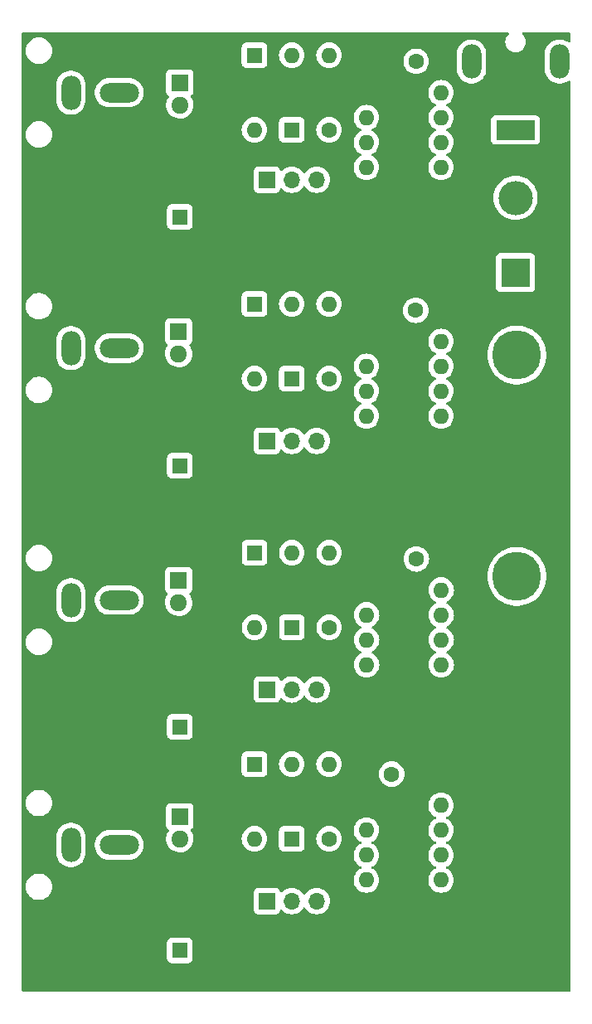
<source format=gbr>
%TF.GenerationSoftware,KiCad,Pcbnew,7.0.7*%
%TF.CreationDate,2024-08-23T02:48:45-05:00*%
%TF.ProjectId,telescope_dew_heater,74656c65-7363-46f7-9065-5f6465775f68,rev?*%
%TF.SameCoordinates,Original*%
%TF.FileFunction,Copper,L2,Bot*%
%TF.FilePolarity,Positive*%
%FSLAX46Y46*%
G04 Gerber Fmt 4.6, Leading zero omitted, Abs format (unit mm)*
G04 Created by KiCad (PCBNEW 7.0.7) date 2024-08-23 02:48:45*
%MOMM*%
%LPD*%
G01*
G04 APERTURE LIST*
%TA.AperFunction,ComponentPad*%
%ADD10O,4.000000X2.000000*%
%TD*%
%TA.AperFunction,ComponentPad*%
%ADD11O,2.000000X3.500000*%
%TD*%
%TA.AperFunction,ComponentPad*%
%ADD12R,3.000000X3.000000*%
%TD*%
%TA.AperFunction,ComponentPad*%
%ADD13O,3.500000X3.500000*%
%TD*%
%TA.AperFunction,ComponentPad*%
%ADD14O,1.600000X1.600000*%
%TD*%
%TA.AperFunction,ComponentPad*%
%ADD15R,1.600000X1.600000*%
%TD*%
%TA.AperFunction,ComponentPad*%
%ADD16C,1.600000*%
%TD*%
%TA.AperFunction,ComponentPad*%
%ADD17R,1.800000X1.717500*%
%TD*%
%TA.AperFunction,ComponentPad*%
%ADD18O,1.800000X1.717500*%
%TD*%
%TA.AperFunction,ComponentPad*%
%ADD19O,1.700000X1.700000*%
%TD*%
%TA.AperFunction,ComponentPad*%
%ADD20R,1.700000X1.700000*%
%TD*%
%TA.AperFunction,ComponentPad*%
%ADD21R,4.000000X2.000000*%
%TD*%
%TA.AperFunction,ComponentPad*%
%ADD22O,3.300000X2.000000*%
%TD*%
%TA.AperFunction,ComponentPad*%
%ADD23C,5.000000*%
%TD*%
G04 APERTURE END LIST*
D10*
%TO.P,J1,1,In*%
%TO.N,+12V*%
X64925000Y-43180000D03*
D11*
%TO.P,J1,2,Ext*%
%TO.N,Net-(J1-Ext)*%
X60000000Y-43180000D03*
%TD*%
D10*
%TO.P,J2,1,In*%
%TO.N,+12V*%
X64925000Y-69275000D03*
D11*
%TO.P,J2,2,Ext*%
%TO.N,Net-(J2-Ext)*%
X60000000Y-69275000D03*
%TD*%
D10*
%TO.P,J4,1,In*%
%TO.N,+12V*%
X64925000Y-120000000D03*
D11*
%TO.P,J4,2,Ext*%
%TO.N,Net-(J4-Ext)*%
X60000000Y-120000000D03*
%TD*%
D10*
%TO.P,J3,1,In*%
%TO.N,+12V*%
X64925000Y-95000000D03*
D11*
%TO.P,J3,2,Ext*%
%TO.N,Net-(J3-Ext)*%
X60000000Y-95000000D03*
%TD*%
D12*
%TO.P,SW1,1,A*%
%TO.N,Net-(SW1A-A)*%
X105410000Y-61545000D03*
D13*
%TO.P,SW1,2,B*%
%TO.N,Net-(SW1A-B)*%
X105410000Y-53925000D03*
%TD*%
D14*
%TO.P,U3,8,VCC*%
%TO.N,+12V*%
X97810000Y-93980000D03*
%TO.P,U3,7,DIS*%
%TO.N,Net-(D5-A)*%
X97810000Y-96520000D03*
%TO.P,U3,6,THR*%
%TO.N,Net-(U3-THR)*%
X97810000Y-99060000D03*
%TO.P,U3,5,CV*%
%TO.N,unconnected-(U3-CV-Pad5)*%
X97810000Y-101600000D03*
%TO.P,U3,4,R*%
%TO.N,+12V*%
X90190000Y-101600000D03*
%TO.P,U3,3,Q*%
%TO.N,Net-(Q3-G)*%
X90190000Y-99060000D03*
%TO.P,U3,2,TR*%
%TO.N,Net-(U3-THR)*%
X90190000Y-96520000D03*
D15*
%TO.P,U3,1,GND*%
%TO.N,GND*%
X90190000Y-93980000D03*
%TD*%
D16*
%TO.P,C5,2*%
%TO.N,GND*%
X92770000Y-90805000D03*
%TO.P,C5,1*%
%TO.N,+12V*%
X95270000Y-90805000D03*
%TD*%
%TO.P,R4,1*%
%TO.N,+12V*%
X86360000Y-119380000D03*
D14*
%TO.P,R4,2*%
%TO.N,Net-(D7-A)*%
X86360000Y-111760000D03*
%TD*%
%TO.P,R3,2*%
%TO.N,Net-(D5-A)*%
X86370000Y-90160000D03*
D16*
%TO.P,R3,1*%
%TO.N,+12V*%
X86370000Y-97780000D03*
%TD*%
D17*
%TO.P,Q4,1,G*%
%TO.N,Net-(Q4-G)*%
X71120000Y-117090000D03*
D18*
%TO.P,Q4,2,D*%
%TO.N,Net-(J4-Ext)*%
X71120000Y-119380000D03*
%TO.P,Q4,3,S*%
%TO.N,GND*%
X71120000Y-121670000D03*
%TD*%
D17*
%TO.P,Q3,1,G*%
%TO.N,Net-(Q3-G)*%
X71000000Y-92960000D03*
D18*
%TO.P,Q3,2,D*%
%TO.N,Net-(J3-Ext)*%
X71000000Y-95250000D03*
%TO.P,Q3,3,S*%
%TO.N,GND*%
X71000000Y-97540000D03*
%TD*%
D19*
%TO.P,RV3,3,3*%
%TO.N,Net-(D5-K)*%
X85100000Y-104130000D03*
%TO.P,RV3,2,2*%
%TO.N,Net-(U3-THR)*%
X82560000Y-104130000D03*
D20*
%TO.P,RV3,1,1*%
%TO.N,Net-(D6-A)*%
X80020000Y-104130000D03*
%TD*%
%TO.P,RV4,1,1*%
%TO.N,Net-(D8-A)*%
X80010000Y-125730000D03*
D19*
%TO.P,RV4,2,2*%
%TO.N,Net-(U4-THR)*%
X82550000Y-125730000D03*
%TO.P,RV4,3,3*%
%TO.N,Net-(D7-K)*%
X85090000Y-125730000D03*
%TD*%
D15*
%TO.P,U4,1,GND*%
%TO.N,GND*%
X90180000Y-115961000D03*
D14*
%TO.P,U4,2,TR*%
%TO.N,Net-(U4-THR)*%
X90180000Y-118501000D03*
%TO.P,U4,3,Q*%
%TO.N,Net-(Q4-G)*%
X90180000Y-121041000D03*
%TO.P,U4,4,R*%
%TO.N,+12V*%
X90180000Y-123581000D03*
%TO.P,U4,5,CV*%
%TO.N,unconnected-(U4-CV-Pad5)*%
X97800000Y-123581000D03*
%TO.P,U4,6,THR*%
%TO.N,Net-(U4-THR)*%
X97800000Y-121041000D03*
%TO.P,U4,7,DIS*%
%TO.N,Net-(D7-A)*%
X97800000Y-118501000D03*
%TO.P,U4,8,VCC*%
%TO.N,+12V*%
X97800000Y-115961000D03*
%TD*%
D15*
%TO.P,D8,1,K*%
%TO.N,Net-(D7-A)*%
X78740000Y-111760000D03*
D14*
%TO.P,D8,2,A*%
%TO.N,Net-(D8-A)*%
X78740000Y-119380000D03*
%TD*%
D16*
%TO.P,C6,1*%
%TO.N,+12V*%
X92750000Y-112776000D03*
%TO.P,C6,2*%
%TO.N,GND*%
X95250000Y-112776000D03*
%TD*%
D15*
%TO.P,C7,1*%
%TO.N,Net-(U3-THR)*%
X71120000Y-107950000D03*
D16*
%TO.P,C7,2*%
%TO.N,GND*%
X71120000Y-105450000D03*
%TD*%
D15*
%TO.P,C8,1*%
%TO.N,Net-(U4-THR)*%
X71120000Y-130770000D03*
D16*
%TO.P,C8,2*%
%TO.N,GND*%
X71120000Y-128270000D03*
%TD*%
D14*
%TO.P,D5,2,A*%
%TO.N,Net-(D5-A)*%
X82560000Y-90160000D03*
D15*
%TO.P,D5,1,K*%
%TO.N,Net-(D5-K)*%
X82560000Y-97780000D03*
%TD*%
D14*
%TO.P,D6,2,A*%
%TO.N,Net-(D6-A)*%
X78750000Y-97780000D03*
D15*
%TO.P,D6,1,K*%
%TO.N,Net-(D5-A)*%
X78750000Y-90160000D03*
%TD*%
%TO.P,D7,1,K*%
%TO.N,Net-(D7-K)*%
X82550000Y-119380000D03*
D14*
%TO.P,D7,2,A*%
%TO.N,Net-(D7-A)*%
X82550000Y-111760000D03*
%TD*%
D21*
%TO.P,J5,1*%
%TO.N,Net-(SW1A-B)*%
X105410000Y-47000000D03*
D22*
%TO.P,J5,2*%
%TO.N,GND*%
X105410000Y-41000000D03*
D11*
%TO.P,J5,MP*%
%TO.N,N/C*%
X109910000Y-40000000D03*
X100910000Y-40000000D03*
%TD*%
D20*
%TO.P,RV2,1,1*%
%TO.N,Net-(D4-A)*%
X80010000Y-78740000D03*
D19*
%TO.P,RV2,2,2*%
%TO.N,Net-(U2-THR)*%
X82550000Y-78740000D03*
%TO.P,RV2,3,3*%
%TO.N,Net-(D3-K)*%
X85090000Y-78740000D03*
%TD*%
D15*
%TO.P,U2,1,GND*%
%TO.N,GND*%
X90180000Y-68590000D03*
D14*
%TO.P,U2,2,TR*%
%TO.N,Net-(U2-THR)*%
X90180000Y-71130000D03*
%TO.P,U2,3,Q*%
%TO.N,Net-(Q2-G)*%
X90180000Y-73670000D03*
%TO.P,U2,4,R*%
%TO.N,+12V*%
X90180000Y-76210000D03*
%TO.P,U2,5,CV*%
%TO.N,unconnected-(U2-CV-Pad5)*%
X97800000Y-76210000D03*
%TO.P,U2,6,THR*%
%TO.N,Net-(U2-THR)*%
X97800000Y-73670000D03*
%TO.P,U2,7,DIS*%
%TO.N,Net-(D3-A)*%
X97800000Y-71130000D03*
%TO.P,U2,8,VCC*%
%TO.N,+12V*%
X97800000Y-68590000D03*
%TD*%
D17*
%TO.P,Q2,1,G*%
%TO.N,Net-(Q2-G)*%
X71000000Y-67560000D03*
D18*
%TO.P,Q2,2,D*%
%TO.N,Net-(J2-Ext)*%
X71000000Y-69850000D03*
%TO.P,Q2,3,S*%
%TO.N,GND*%
X71000000Y-72140000D03*
%TD*%
D16*
%TO.P,R2,1*%
%TO.N,+12V*%
X86360000Y-72390000D03*
D14*
%TO.P,R2,2*%
%TO.N,Net-(D3-A)*%
X86360000Y-64770000D03*
%TD*%
D15*
%TO.P,D4,1,K*%
%TO.N,Net-(D3-A)*%
X78740000Y-64770000D03*
D14*
%TO.P,D4,2,A*%
%TO.N,Net-(D4-A)*%
X78740000Y-72390000D03*
%TD*%
D23*
%TO.P,F1,1*%
%TO.N,Net-(SW1A-A)*%
X105533321Y-69980000D03*
%TO.P,F1,2*%
%TO.N,+12V*%
X105533321Y-92580000D03*
%TD*%
D15*
%TO.P,D3,1,K*%
%TO.N,Net-(D3-K)*%
X82550000Y-72390000D03*
D14*
%TO.P,D3,2,A*%
%TO.N,Net-(D3-A)*%
X82550000Y-64770000D03*
%TD*%
D15*
%TO.P,C4,1*%
%TO.N,Net-(U2-THR)*%
X71120000Y-81280000D03*
D16*
%TO.P,C4,2*%
%TO.N,GND*%
X71120000Y-78780000D03*
%TD*%
%TO.P,C2,1*%
%TO.N,+12V*%
X95210000Y-65415000D03*
%TO.P,C2,2*%
%TO.N,GND*%
X92710000Y-65415000D03*
%TD*%
D15*
%TO.P,U1,1,GND*%
%TO.N,GND*%
X90180000Y-43190000D03*
D14*
%TO.P,U1,2,TR*%
%TO.N,Net-(U1-THR)*%
X90180000Y-45730000D03*
%TO.P,U1,3,Q*%
%TO.N,Net-(Q1-G)*%
X90180000Y-48270000D03*
%TO.P,U1,4,R*%
%TO.N,+12V*%
X90180000Y-50810000D03*
%TO.P,U1,5,CV*%
%TO.N,unconnected-(U1-CV-Pad5)*%
X97800000Y-50810000D03*
%TO.P,U1,6,THR*%
%TO.N,Net-(U1-THR)*%
X97800000Y-48270000D03*
%TO.P,U1,7,DIS*%
%TO.N,Net-(D1-A)*%
X97800000Y-45730000D03*
%TO.P,U1,8,VCC*%
%TO.N,+12V*%
X97800000Y-43190000D03*
%TD*%
D20*
%TO.P,RV1,1,1*%
%TO.N,Net-(D2-A)*%
X80010000Y-52070000D03*
D19*
%TO.P,RV1,2,2*%
%TO.N,Net-(U1-THR)*%
X82550000Y-52070000D03*
%TO.P,RV1,3,3*%
%TO.N,Net-(D1-K)*%
X85090000Y-52070000D03*
%TD*%
D16*
%TO.P,R1,1*%
%TO.N,+12V*%
X86360000Y-46990000D03*
D14*
%TO.P,R1,2*%
%TO.N,Net-(D1-A)*%
X86360000Y-39370000D03*
%TD*%
D17*
%TO.P,Q1,1,G*%
%TO.N,Net-(Q1-G)*%
X71120000Y-42160000D03*
D18*
%TO.P,Q1,2,D*%
%TO.N,Net-(J1-Ext)*%
X71120000Y-44450000D03*
%TO.P,Q1,3,S*%
%TO.N,GND*%
X71120000Y-46740000D03*
%TD*%
D15*
%TO.P,D2,1,K*%
%TO.N,Net-(D1-A)*%
X78740000Y-39370000D03*
D14*
%TO.P,D2,2,A*%
%TO.N,Net-(D2-A)*%
X78740000Y-46990000D03*
%TD*%
D15*
%TO.P,D1,1,K*%
%TO.N,Net-(D1-K)*%
X82550000Y-46990000D03*
D14*
%TO.P,D1,2,A*%
%TO.N,Net-(D1-A)*%
X82550000Y-39370000D03*
%TD*%
D16*
%TO.P,C3,2*%
%TO.N,GND*%
X71120000Y-53380000D03*
D15*
%TO.P,C3,1*%
%TO.N,Net-(U1-THR)*%
X71120000Y-55880000D03*
%TD*%
D16*
%TO.P,C1,2*%
%TO.N,GND*%
X92760000Y-39990000D03*
%TO.P,C1,1*%
%TO.N,+12V*%
X95260000Y-39990000D03*
%TD*%
%TA.AperFunction,Conductor*%
%TO.N,GND*%
G36*
X104693072Y-37019685D02*
G01*
X104738827Y-37072489D01*
X104748771Y-37141647D01*
X104719746Y-37205203D01*
X104704698Y-37219853D01*
X104663590Y-37253589D01*
X104532317Y-37413547D01*
X104434769Y-37596043D01*
X104374699Y-37794067D01*
X104354417Y-37999999D01*
X104374699Y-38205932D01*
X104381142Y-38227171D01*
X104434768Y-38403954D01*
X104532315Y-38586450D01*
X104532317Y-38586452D01*
X104663589Y-38746410D01*
X104760209Y-38825702D01*
X104823550Y-38877685D01*
X105006046Y-38975232D01*
X105204066Y-39035300D01*
X105204065Y-39035300D01*
X105242647Y-39039100D01*
X105358392Y-39050500D01*
X105358395Y-39050500D01*
X105461605Y-39050500D01*
X105461608Y-39050500D01*
X105615934Y-39035300D01*
X105813954Y-38975232D01*
X105996450Y-38877685D01*
X106156410Y-38746410D01*
X106287685Y-38586450D01*
X106385232Y-38403954D01*
X106445300Y-38205934D01*
X106465583Y-38000000D01*
X106445300Y-37794066D01*
X106385232Y-37596046D01*
X106287685Y-37413550D01*
X106156410Y-37253590D01*
X106156409Y-37253589D01*
X106115302Y-37219853D01*
X106075968Y-37162108D01*
X106074097Y-37092263D01*
X106110284Y-37032495D01*
X106173040Y-37001779D01*
X106193967Y-37000000D01*
X110876000Y-37000000D01*
X110943039Y-37019685D01*
X110988794Y-37072489D01*
X111000000Y-37124000D01*
X111000000Y-37943298D01*
X110980315Y-38010337D01*
X110927511Y-38056092D01*
X110858353Y-38066036D01*
X110799838Y-38041152D01*
X110790131Y-38033597D01*
X110733509Y-37989526D01*
X110616427Y-37926164D01*
X110514811Y-37871172D01*
X110514802Y-37871169D01*
X110279616Y-37790429D01*
X110034335Y-37749500D01*
X109785665Y-37749500D01*
X109540383Y-37790429D01*
X109305197Y-37871169D01*
X109305188Y-37871172D01*
X109086493Y-37989524D01*
X108890257Y-38142261D01*
X108721833Y-38325217D01*
X108585826Y-38533393D01*
X108485936Y-38761118D01*
X108424892Y-39002175D01*
X108424890Y-39002186D01*
X108409500Y-39187935D01*
X108409500Y-40812065D01*
X108424890Y-40997813D01*
X108424892Y-40997824D01*
X108485936Y-41238881D01*
X108585826Y-41466606D01*
X108721833Y-41674782D01*
X108721836Y-41674785D01*
X108890256Y-41857738D01*
X109086491Y-42010474D01*
X109305190Y-42128828D01*
X109540386Y-42209571D01*
X109785665Y-42250500D01*
X110034335Y-42250500D01*
X110279614Y-42209571D01*
X110514810Y-42128828D01*
X110733509Y-42010474D01*
X110799839Y-41958847D01*
X110864832Y-41933205D01*
X110933371Y-41946771D01*
X110983696Y-41995240D01*
X111000000Y-42056701D01*
X111000000Y-134876000D01*
X110980315Y-134943039D01*
X110927511Y-134988794D01*
X110876000Y-135000000D01*
X55124000Y-135000000D01*
X55056961Y-134980315D01*
X55011206Y-134927511D01*
X55000000Y-134876000D01*
X55000000Y-131617870D01*
X69819500Y-131617870D01*
X69819501Y-131617876D01*
X69825908Y-131677483D01*
X69876202Y-131812328D01*
X69876206Y-131812335D01*
X69962452Y-131927544D01*
X69962455Y-131927547D01*
X70077664Y-132013793D01*
X70077671Y-132013797D01*
X70212517Y-132064091D01*
X70212516Y-132064091D01*
X70219444Y-132064835D01*
X70272127Y-132070500D01*
X71967872Y-132070499D01*
X72027483Y-132064091D01*
X72162331Y-132013796D01*
X72277546Y-131927546D01*
X72363796Y-131812331D01*
X72414091Y-131677483D01*
X72420500Y-131617873D01*
X72420499Y-129922128D01*
X72414091Y-129862517D01*
X72363796Y-129727669D01*
X72363795Y-129727668D01*
X72363793Y-129727664D01*
X72277547Y-129612455D01*
X72277544Y-129612452D01*
X72162335Y-129526206D01*
X72162328Y-129526202D01*
X72027482Y-129475908D01*
X72027483Y-129475908D01*
X71967883Y-129469501D01*
X71967881Y-129469500D01*
X71967873Y-129469500D01*
X71967864Y-129469500D01*
X70272129Y-129469500D01*
X70272123Y-129469501D01*
X70212516Y-129475908D01*
X70077671Y-129526202D01*
X70077664Y-129526206D01*
X69962455Y-129612452D01*
X69962452Y-129612455D01*
X69876206Y-129727664D01*
X69876202Y-129727671D01*
X69825908Y-129862517D01*
X69819501Y-129922116D01*
X69819501Y-129922123D01*
X69819500Y-129922135D01*
X69819500Y-131617870D01*
X55000000Y-131617870D01*
X55000000Y-126627870D01*
X78659500Y-126627870D01*
X78659501Y-126627876D01*
X78665908Y-126687483D01*
X78716202Y-126822328D01*
X78716206Y-126822335D01*
X78802452Y-126937544D01*
X78802455Y-126937547D01*
X78917664Y-127023793D01*
X78917671Y-127023797D01*
X79052517Y-127074091D01*
X79052516Y-127074091D01*
X79059444Y-127074835D01*
X79112127Y-127080500D01*
X80907872Y-127080499D01*
X80967483Y-127074091D01*
X81102331Y-127023796D01*
X81217546Y-126937546D01*
X81303796Y-126822331D01*
X81352810Y-126690916D01*
X81394681Y-126634984D01*
X81460145Y-126610566D01*
X81528418Y-126625417D01*
X81556672Y-126646568D01*
X81678599Y-126768495D01*
X81775384Y-126836264D01*
X81872165Y-126904032D01*
X81872167Y-126904033D01*
X81872170Y-126904035D01*
X82086337Y-127003903D01*
X82314592Y-127065063D01*
X82491034Y-127080500D01*
X82549999Y-127085659D01*
X82550000Y-127085659D01*
X82550001Y-127085659D01*
X82608966Y-127080500D01*
X82785408Y-127065063D01*
X83013663Y-127003903D01*
X83227830Y-126904035D01*
X83421401Y-126768495D01*
X83588495Y-126601401D01*
X83718424Y-126415842D01*
X83773002Y-126372217D01*
X83842500Y-126365023D01*
X83904855Y-126396546D01*
X83921575Y-126415842D01*
X84051500Y-126601395D01*
X84051505Y-126601401D01*
X84218599Y-126768495D01*
X84315384Y-126836264D01*
X84412165Y-126904032D01*
X84412167Y-126904033D01*
X84412170Y-126904035D01*
X84626337Y-127003903D01*
X84854592Y-127065063D01*
X85031034Y-127080500D01*
X85089999Y-127085659D01*
X85090000Y-127085659D01*
X85090001Y-127085659D01*
X85148966Y-127080500D01*
X85325408Y-127065063D01*
X85553663Y-127003903D01*
X85767830Y-126904035D01*
X85961401Y-126768495D01*
X86128495Y-126601401D01*
X86264035Y-126407830D01*
X86363903Y-126193663D01*
X86425063Y-125965408D01*
X86445659Y-125730000D01*
X86425063Y-125494592D01*
X86363903Y-125266337D01*
X86264035Y-125052171D01*
X86258425Y-125044158D01*
X86128494Y-124858597D01*
X85961402Y-124691506D01*
X85961395Y-124691501D01*
X85767834Y-124555967D01*
X85767830Y-124555965D01*
X85767828Y-124555964D01*
X85553663Y-124456097D01*
X85553659Y-124456096D01*
X85553655Y-124456094D01*
X85325413Y-124394938D01*
X85325403Y-124394936D01*
X85090001Y-124374341D01*
X85089999Y-124374341D01*
X84854596Y-124394936D01*
X84854586Y-124394938D01*
X84626344Y-124456094D01*
X84626335Y-124456098D01*
X84412171Y-124555964D01*
X84412169Y-124555965D01*
X84218597Y-124691505D01*
X84051505Y-124858597D01*
X83921575Y-125044158D01*
X83866998Y-125087783D01*
X83797500Y-125094977D01*
X83735145Y-125063454D01*
X83718425Y-125044158D01*
X83588494Y-124858597D01*
X83421402Y-124691506D01*
X83421395Y-124691501D01*
X83227834Y-124555967D01*
X83227830Y-124555965D01*
X83227830Y-124555964D01*
X83013663Y-124456097D01*
X83013659Y-124456096D01*
X83013655Y-124456094D01*
X82785413Y-124394938D01*
X82785403Y-124394936D01*
X82550001Y-124374341D01*
X82549999Y-124374341D01*
X82314596Y-124394936D01*
X82314586Y-124394938D01*
X82086344Y-124456094D01*
X82086335Y-124456098D01*
X81872171Y-124555964D01*
X81872169Y-124555965D01*
X81678600Y-124691503D01*
X81556673Y-124813430D01*
X81495350Y-124846914D01*
X81425658Y-124841930D01*
X81369725Y-124800058D01*
X81352810Y-124769081D01*
X81303797Y-124637671D01*
X81303793Y-124637664D01*
X81217547Y-124522455D01*
X81217544Y-124522452D01*
X81102335Y-124436206D01*
X81102328Y-124436202D01*
X80967482Y-124385908D01*
X80967483Y-124385908D01*
X80907883Y-124379501D01*
X80907881Y-124379500D01*
X80907873Y-124379500D01*
X80907864Y-124379500D01*
X79112129Y-124379500D01*
X79112123Y-124379501D01*
X79052516Y-124385908D01*
X78917671Y-124436202D01*
X78917664Y-124436206D01*
X78802455Y-124522452D01*
X78802452Y-124522455D01*
X78716206Y-124637664D01*
X78716202Y-124637671D01*
X78665908Y-124772517D01*
X78659501Y-124832116D01*
X78659500Y-124832135D01*
X78659500Y-126627870D01*
X55000000Y-126627870D01*
X55000000Y-124275000D01*
X55369341Y-124275000D01*
X55389936Y-124510403D01*
X55389938Y-124510413D01*
X55451094Y-124738655D01*
X55451096Y-124738659D01*
X55451097Y-124738663D01*
X55483308Y-124807739D01*
X55550964Y-124952828D01*
X55550965Y-124952830D01*
X55686505Y-125146402D01*
X55853597Y-125313494D01*
X56047169Y-125449034D01*
X56047171Y-125449035D01*
X56261337Y-125548903D01*
X56489592Y-125610063D01*
X56666034Y-125625500D01*
X56783966Y-125625500D01*
X56960408Y-125610063D01*
X57188663Y-125548903D01*
X57402829Y-125449035D01*
X57596401Y-125313495D01*
X57763495Y-125146401D01*
X57899035Y-124952830D01*
X57998903Y-124738663D01*
X58060063Y-124510408D01*
X58080659Y-124275000D01*
X58060063Y-124039592D01*
X57998903Y-123811337D01*
X57899035Y-123597171D01*
X57899034Y-123597169D01*
X57887713Y-123581001D01*
X88874532Y-123581001D01*
X88894364Y-123807686D01*
X88894366Y-123807697D01*
X88953258Y-124027488D01*
X88953261Y-124027497D01*
X89049431Y-124233732D01*
X89049432Y-124233734D01*
X89179954Y-124420141D01*
X89340858Y-124581045D01*
X89340861Y-124581047D01*
X89527266Y-124711568D01*
X89733504Y-124807739D01*
X89953308Y-124866635D01*
X90115230Y-124880801D01*
X90179998Y-124886468D01*
X90180000Y-124886468D01*
X90180002Y-124886468D01*
X90236673Y-124881509D01*
X90406692Y-124866635D01*
X90626496Y-124807739D01*
X90832734Y-124711568D01*
X91019139Y-124581047D01*
X91180047Y-124420139D01*
X91310568Y-124233734D01*
X91406739Y-124027496D01*
X91465635Y-123807692D01*
X91485468Y-123581001D01*
X96494532Y-123581001D01*
X96514364Y-123807686D01*
X96514366Y-123807697D01*
X96573258Y-124027488D01*
X96573261Y-124027497D01*
X96669431Y-124233732D01*
X96669432Y-124233734D01*
X96799954Y-124420141D01*
X96960858Y-124581045D01*
X96960861Y-124581047D01*
X97147266Y-124711568D01*
X97353504Y-124807739D01*
X97573308Y-124866635D01*
X97735230Y-124880801D01*
X97799998Y-124886468D01*
X97800000Y-124886468D01*
X97800002Y-124886468D01*
X97856672Y-124881509D01*
X98026692Y-124866635D01*
X98246496Y-124807739D01*
X98452734Y-124711568D01*
X98639139Y-124581047D01*
X98800047Y-124420139D01*
X98930568Y-124233734D01*
X99026739Y-124027496D01*
X99085635Y-123807692D01*
X99105468Y-123581000D01*
X99085635Y-123354308D01*
X99026739Y-123134504D01*
X98930568Y-122928266D01*
X98800047Y-122741861D01*
X98800045Y-122741858D01*
X98639141Y-122580954D01*
X98452734Y-122450432D01*
X98452728Y-122450429D01*
X98394725Y-122423382D01*
X98342285Y-122377210D01*
X98323133Y-122310017D01*
X98343348Y-122243135D01*
X98394725Y-122198618D01*
X98452734Y-122171568D01*
X98639139Y-122041047D01*
X98800047Y-121880139D01*
X98930568Y-121693734D01*
X99026739Y-121487496D01*
X99085635Y-121267692D01*
X99105468Y-121041000D01*
X99085635Y-120814308D01*
X99029501Y-120604811D01*
X99026741Y-120594511D01*
X99026738Y-120594502D01*
X98987438Y-120510223D01*
X98930568Y-120388266D01*
X98818254Y-120227864D01*
X98800045Y-120201858D01*
X98639141Y-120040954D01*
X98452734Y-119910432D01*
X98452728Y-119910429D01*
X98405997Y-119888638D01*
X98394724Y-119883381D01*
X98342285Y-119837210D01*
X98323133Y-119770017D01*
X98343348Y-119703135D01*
X98394725Y-119658618D01*
X98452734Y-119631568D01*
X98639139Y-119501047D01*
X98800047Y-119340139D01*
X98930568Y-119153734D01*
X99026739Y-118947496D01*
X99085635Y-118727692D01*
X99105468Y-118501000D01*
X99085635Y-118274308D01*
X99033437Y-118079500D01*
X99026741Y-118054511D01*
X99026738Y-118054502D01*
X98941249Y-117871172D01*
X98930568Y-117848266D01*
X98800047Y-117661861D01*
X98800045Y-117661858D01*
X98639141Y-117500954D01*
X98452734Y-117370432D01*
X98452728Y-117370429D01*
X98394725Y-117343382D01*
X98342285Y-117297210D01*
X98323133Y-117230017D01*
X98343348Y-117163135D01*
X98394725Y-117118618D01*
X98452734Y-117091568D01*
X98639139Y-116961047D01*
X98800047Y-116800139D01*
X98930568Y-116613734D01*
X99026739Y-116407496D01*
X99085635Y-116187692D01*
X99105468Y-115961000D01*
X99085635Y-115734308D01*
X99026739Y-115514504D01*
X98930568Y-115308266D01*
X98800047Y-115121861D01*
X98800045Y-115121858D01*
X98639141Y-114960954D01*
X98452734Y-114830432D01*
X98452732Y-114830431D01*
X98246497Y-114734261D01*
X98246488Y-114734258D01*
X98026697Y-114675366D01*
X98026693Y-114675365D01*
X98026692Y-114675365D01*
X98026691Y-114675364D01*
X98026686Y-114675364D01*
X97800002Y-114655532D01*
X97799998Y-114655532D01*
X97573313Y-114675364D01*
X97573302Y-114675366D01*
X97353511Y-114734258D01*
X97353502Y-114734261D01*
X97147267Y-114830431D01*
X97147265Y-114830432D01*
X96960858Y-114960954D01*
X96799954Y-115121858D01*
X96669432Y-115308265D01*
X96669431Y-115308267D01*
X96573261Y-115514502D01*
X96573258Y-115514511D01*
X96514366Y-115734302D01*
X96514364Y-115734313D01*
X96494532Y-115960998D01*
X96494532Y-115961001D01*
X96514364Y-116187686D01*
X96514366Y-116187697D01*
X96573258Y-116407488D01*
X96573261Y-116407497D01*
X96669431Y-116613732D01*
X96669432Y-116613734D01*
X96799954Y-116800141D01*
X96960858Y-116961045D01*
X96960861Y-116961047D01*
X97147266Y-117091568D01*
X97205275Y-117118618D01*
X97257714Y-117164791D01*
X97276866Y-117231984D01*
X97256650Y-117298865D01*
X97205275Y-117343382D01*
X97147267Y-117370431D01*
X97147265Y-117370432D01*
X96960858Y-117500954D01*
X96799954Y-117661858D01*
X96669432Y-117848265D01*
X96669431Y-117848267D01*
X96573261Y-118054502D01*
X96573258Y-118054511D01*
X96514366Y-118274302D01*
X96514364Y-118274313D01*
X96494532Y-118500998D01*
X96494532Y-118501001D01*
X96514364Y-118727686D01*
X96514366Y-118727697D01*
X96573258Y-118947488D01*
X96573261Y-118947497D01*
X96669431Y-119153732D01*
X96669432Y-119153734D01*
X96799954Y-119340141D01*
X96960858Y-119501045D01*
X96960861Y-119501047D01*
X97147266Y-119631568D01*
X97205275Y-119658618D01*
X97257714Y-119704791D01*
X97276866Y-119771984D01*
X97256650Y-119838865D01*
X97205275Y-119883382D01*
X97147267Y-119910431D01*
X97147265Y-119910432D01*
X96960858Y-120040954D01*
X96799954Y-120201858D01*
X96669432Y-120388265D01*
X96669431Y-120388267D01*
X96573261Y-120594502D01*
X96573258Y-120594511D01*
X96514366Y-120814302D01*
X96514364Y-120814313D01*
X96494532Y-121040998D01*
X96494532Y-121041001D01*
X96514364Y-121267686D01*
X96514366Y-121267697D01*
X96573258Y-121487488D01*
X96573261Y-121487497D01*
X96669431Y-121693732D01*
X96669432Y-121693734D01*
X96799954Y-121880141D01*
X96960858Y-122041045D01*
X96960861Y-122041047D01*
X97147266Y-122171568D01*
X97205275Y-122198618D01*
X97257714Y-122244791D01*
X97276866Y-122311984D01*
X97256650Y-122378865D01*
X97205275Y-122423382D01*
X97147267Y-122450431D01*
X97147265Y-122450432D01*
X96960858Y-122580954D01*
X96799954Y-122741858D01*
X96669432Y-122928265D01*
X96669431Y-122928267D01*
X96573261Y-123134502D01*
X96573258Y-123134511D01*
X96514366Y-123354302D01*
X96514364Y-123354313D01*
X96494532Y-123580998D01*
X96494532Y-123581001D01*
X91485468Y-123581001D01*
X91485468Y-123581000D01*
X91465635Y-123354308D01*
X91406739Y-123134504D01*
X91310568Y-122928266D01*
X91180047Y-122741861D01*
X91180045Y-122741858D01*
X91019141Y-122580954D01*
X90832734Y-122450432D01*
X90832728Y-122450429D01*
X90774725Y-122423382D01*
X90722285Y-122377210D01*
X90703133Y-122310017D01*
X90723348Y-122243135D01*
X90774725Y-122198618D01*
X90832734Y-122171568D01*
X91019139Y-122041047D01*
X91180047Y-121880139D01*
X91310568Y-121693734D01*
X91406739Y-121487496D01*
X91465635Y-121267692D01*
X91485468Y-121041000D01*
X91465635Y-120814308D01*
X91409501Y-120604811D01*
X91406741Y-120594511D01*
X91406738Y-120594502D01*
X91367438Y-120510223D01*
X91310568Y-120388266D01*
X91198254Y-120227864D01*
X91180045Y-120201858D01*
X91019141Y-120040954D01*
X90832734Y-119910432D01*
X90832728Y-119910429D01*
X90785997Y-119888638D01*
X90774724Y-119883381D01*
X90722285Y-119837210D01*
X90703133Y-119770017D01*
X90723348Y-119703135D01*
X90774725Y-119658618D01*
X90832734Y-119631568D01*
X91019139Y-119501047D01*
X91180047Y-119340139D01*
X91310568Y-119153734D01*
X91406739Y-118947496D01*
X91465635Y-118727692D01*
X91485468Y-118501000D01*
X91465635Y-118274308D01*
X91413437Y-118079500D01*
X91406741Y-118054511D01*
X91406738Y-118054502D01*
X91321249Y-117871172D01*
X91310568Y-117848266D01*
X91180047Y-117661861D01*
X91180045Y-117661858D01*
X91019141Y-117500954D01*
X90832734Y-117370432D01*
X90832732Y-117370431D01*
X90626497Y-117274261D01*
X90626488Y-117274258D01*
X90406697Y-117215366D01*
X90406693Y-117215365D01*
X90406692Y-117215365D01*
X90406691Y-117215364D01*
X90406686Y-117215364D01*
X90180002Y-117195532D01*
X90179998Y-117195532D01*
X89953313Y-117215364D01*
X89953302Y-117215366D01*
X89733511Y-117274258D01*
X89733502Y-117274261D01*
X89527267Y-117370431D01*
X89527265Y-117370432D01*
X89340858Y-117500954D01*
X89179954Y-117661858D01*
X89049432Y-117848265D01*
X89049431Y-117848267D01*
X88953261Y-118054502D01*
X88953258Y-118054511D01*
X88894366Y-118274302D01*
X88894364Y-118274313D01*
X88874532Y-118500998D01*
X88874532Y-118501001D01*
X88894364Y-118727686D01*
X88894366Y-118727697D01*
X88953258Y-118947488D01*
X88953261Y-118947497D01*
X89049431Y-119153732D01*
X89049432Y-119153734D01*
X89179954Y-119340141D01*
X89340858Y-119501045D01*
X89340861Y-119501047D01*
X89527266Y-119631568D01*
X89585275Y-119658618D01*
X89637714Y-119704791D01*
X89656866Y-119771984D01*
X89636650Y-119838865D01*
X89585275Y-119883382D01*
X89527267Y-119910431D01*
X89527265Y-119910432D01*
X89340858Y-120040954D01*
X89179954Y-120201858D01*
X89049432Y-120388265D01*
X89049431Y-120388267D01*
X88953261Y-120594502D01*
X88953258Y-120594511D01*
X88894366Y-120814302D01*
X88894364Y-120814313D01*
X88874532Y-121040998D01*
X88874532Y-121041001D01*
X88894364Y-121267686D01*
X88894366Y-121267697D01*
X88953258Y-121487488D01*
X88953261Y-121487497D01*
X89049431Y-121693732D01*
X89049432Y-121693734D01*
X89179954Y-121880141D01*
X89340858Y-122041045D01*
X89340861Y-122041047D01*
X89527266Y-122171568D01*
X89585275Y-122198618D01*
X89637714Y-122244791D01*
X89656866Y-122311984D01*
X89636650Y-122378865D01*
X89585275Y-122423382D01*
X89527267Y-122450431D01*
X89527265Y-122450432D01*
X89340858Y-122580954D01*
X89179954Y-122741858D01*
X89049432Y-122928265D01*
X89049431Y-122928267D01*
X88953261Y-123134502D01*
X88953258Y-123134511D01*
X88894366Y-123354302D01*
X88894364Y-123354313D01*
X88874532Y-123580998D01*
X88874532Y-123581001D01*
X57887713Y-123581001D01*
X57763494Y-123403597D01*
X57596402Y-123236505D01*
X57402830Y-123100965D01*
X57402828Y-123100964D01*
X57295746Y-123051031D01*
X57188663Y-123001097D01*
X57188659Y-123001096D01*
X57188655Y-123001094D01*
X56960413Y-122939938D01*
X56960403Y-122939936D01*
X56783966Y-122924500D01*
X56666034Y-122924500D01*
X56489596Y-122939936D01*
X56489586Y-122939938D01*
X56261344Y-123001094D01*
X56261335Y-123001098D01*
X56047171Y-123100964D01*
X56047169Y-123100965D01*
X55853597Y-123236505D01*
X55686506Y-123403597D01*
X55686501Y-123403604D01*
X55550967Y-123597165D01*
X55550965Y-123597169D01*
X55463706Y-123784295D01*
X55452800Y-123807686D01*
X55451098Y-123811335D01*
X55451094Y-123811344D01*
X55389938Y-124039586D01*
X55389936Y-124039596D01*
X55369341Y-124274999D01*
X55369341Y-124275000D01*
X55000000Y-124275000D01*
X55000000Y-120812065D01*
X58499500Y-120812065D01*
X58514890Y-120997813D01*
X58514892Y-120997824D01*
X58575936Y-121238881D01*
X58675826Y-121466606D01*
X58811833Y-121674782D01*
X58811836Y-121674785D01*
X58980256Y-121857738D01*
X59176491Y-122010474D01*
X59395190Y-122128828D01*
X59630386Y-122209571D01*
X59875665Y-122250500D01*
X60124335Y-122250500D01*
X60369614Y-122209571D01*
X60604810Y-122128828D01*
X60823509Y-122010474D01*
X61019744Y-121857738D01*
X61188164Y-121674785D01*
X61324173Y-121466607D01*
X61424063Y-121238881D01*
X61485108Y-120997821D01*
X61500500Y-120812067D01*
X61500500Y-120124334D01*
X62424500Y-120124334D01*
X62465429Y-120369616D01*
X62546169Y-120604802D01*
X62546172Y-120604811D01*
X62659549Y-120814313D01*
X62664526Y-120823509D01*
X62817262Y-121019744D01*
X62976744Y-121166557D01*
X63000217Y-121188166D01*
X63208393Y-121324173D01*
X63436118Y-121424063D01*
X63677175Y-121485107D01*
X63677179Y-121485108D01*
X63677181Y-121485108D01*
X63677186Y-121485109D01*
X63810376Y-121496145D01*
X63862933Y-121500500D01*
X63862935Y-121500500D01*
X65987065Y-121500500D01*
X65987067Y-121500500D01*
X66048284Y-121495427D01*
X66172813Y-121485109D01*
X66172816Y-121485108D01*
X66172821Y-121485108D01*
X66413881Y-121424063D01*
X66641607Y-121324173D01*
X66849785Y-121188164D01*
X67032738Y-121019744D01*
X67185474Y-120823509D01*
X67303828Y-120604810D01*
X67384571Y-120369614D01*
X67425500Y-120124335D01*
X67425500Y-119875665D01*
X67384571Y-119630386D01*
X67303828Y-119395190D01*
X67295606Y-119379998D01*
X67264275Y-119322103D01*
X69715815Y-119322103D01*
X69725634Y-119553269D01*
X69725634Y-119553270D01*
X69774382Y-119779460D01*
X69860651Y-119994148D01*
X69860653Y-119994152D01*
X69981966Y-120191177D01*
X70058398Y-120278022D01*
X70134828Y-120364863D01*
X70134835Y-120364870D01*
X70314846Y-120510218D01*
X70314852Y-120510223D01*
X70516846Y-120623064D01*
X70516849Y-120623065D01*
X70735011Y-120700146D01*
X70862265Y-120721966D01*
X70963052Y-120739249D01*
X70963061Y-120739250D01*
X71218991Y-120739250D01*
X71391790Y-120724543D01*
X71391793Y-120724542D01*
X71391795Y-120724542D01*
X71615707Y-120666239D01*
X71615708Y-120666238D01*
X71615710Y-120666238D01*
X71826536Y-120570939D01*
X71826539Y-120570936D01*
X71826546Y-120570934D01*
X72018245Y-120441368D01*
X72185290Y-120281269D01*
X72322875Y-120095241D01*
X72427043Y-119888637D01*
X72494796Y-119667401D01*
X72524185Y-119437897D01*
X72521725Y-119380001D01*
X77434532Y-119380001D01*
X77454364Y-119606686D01*
X77454366Y-119606697D01*
X77513258Y-119826488D01*
X77513261Y-119826497D01*
X77609431Y-120032732D01*
X77609432Y-120032734D01*
X77739954Y-120219141D01*
X77900858Y-120380045D01*
X77900861Y-120380047D01*
X78087266Y-120510568D01*
X78293504Y-120606739D01*
X78513308Y-120665635D01*
X78675230Y-120679801D01*
X78739998Y-120685468D01*
X78740000Y-120685468D01*
X78740002Y-120685468D01*
X78796807Y-120680498D01*
X78966692Y-120665635D01*
X79186496Y-120606739D01*
X79392734Y-120510568D01*
X79579139Y-120380047D01*
X79731316Y-120227870D01*
X81249500Y-120227870D01*
X81249501Y-120227876D01*
X81255908Y-120287483D01*
X81306202Y-120422328D01*
X81306206Y-120422335D01*
X81392452Y-120537544D01*
X81392455Y-120537547D01*
X81507664Y-120623793D01*
X81507671Y-120623797D01*
X81642517Y-120674091D01*
X81642516Y-120674091D01*
X81649444Y-120674835D01*
X81702127Y-120680500D01*
X83397872Y-120680499D01*
X83457483Y-120674091D01*
X83592331Y-120623796D01*
X83707546Y-120537546D01*
X83793796Y-120422331D01*
X83844091Y-120287483D01*
X83850500Y-120227873D01*
X83850500Y-119380001D01*
X85054532Y-119380001D01*
X85074364Y-119606686D01*
X85074366Y-119606697D01*
X85133258Y-119826488D01*
X85133261Y-119826497D01*
X85229431Y-120032732D01*
X85229432Y-120032734D01*
X85359954Y-120219141D01*
X85520858Y-120380045D01*
X85520861Y-120380047D01*
X85707266Y-120510568D01*
X85913504Y-120606739D01*
X86133308Y-120665635D01*
X86295230Y-120679801D01*
X86359998Y-120685468D01*
X86360000Y-120685468D01*
X86360002Y-120685468D01*
X86416807Y-120680498D01*
X86586692Y-120665635D01*
X86806496Y-120606739D01*
X87012734Y-120510568D01*
X87199139Y-120380047D01*
X87360047Y-120219139D01*
X87490568Y-120032734D01*
X87586739Y-119826496D01*
X87645635Y-119606692D01*
X87665468Y-119380000D01*
X87645635Y-119153308D01*
X87586739Y-118933504D01*
X87490568Y-118727266D01*
X87360047Y-118540861D01*
X87360045Y-118540858D01*
X87199141Y-118379954D01*
X87012734Y-118249432D01*
X87012732Y-118249431D01*
X86806497Y-118153261D01*
X86806488Y-118153258D01*
X86586697Y-118094366D01*
X86586693Y-118094365D01*
X86586692Y-118094365D01*
X86586691Y-118094364D01*
X86586686Y-118094364D01*
X86360002Y-118074532D01*
X86359998Y-118074532D01*
X86133313Y-118094364D01*
X86133302Y-118094366D01*
X85913511Y-118153258D01*
X85913502Y-118153261D01*
X85707267Y-118249431D01*
X85707265Y-118249432D01*
X85520858Y-118379954D01*
X85359954Y-118540858D01*
X85229432Y-118727265D01*
X85229431Y-118727267D01*
X85133261Y-118933502D01*
X85133258Y-118933511D01*
X85074366Y-119153302D01*
X85074364Y-119153313D01*
X85054532Y-119379998D01*
X85054532Y-119380001D01*
X83850500Y-119380001D01*
X83850499Y-118532128D01*
X83844091Y-118472517D01*
X83809567Y-118379954D01*
X83793797Y-118337671D01*
X83793793Y-118337664D01*
X83707547Y-118222455D01*
X83707544Y-118222452D01*
X83592335Y-118136206D01*
X83592328Y-118136202D01*
X83457482Y-118085908D01*
X83457483Y-118085908D01*
X83397883Y-118079501D01*
X83397881Y-118079500D01*
X83397873Y-118079500D01*
X83397864Y-118079500D01*
X81702129Y-118079500D01*
X81702123Y-118079501D01*
X81642516Y-118085908D01*
X81507671Y-118136202D01*
X81507664Y-118136206D01*
X81392455Y-118222452D01*
X81392452Y-118222455D01*
X81306206Y-118337664D01*
X81306202Y-118337671D01*
X81255908Y-118472517D01*
X81251353Y-118514890D01*
X81249501Y-118532123D01*
X81249500Y-118532135D01*
X81249500Y-120227870D01*
X79731316Y-120227870D01*
X79740047Y-120219139D01*
X79870568Y-120032734D01*
X79966739Y-119826496D01*
X80025635Y-119606692D01*
X80045468Y-119380000D01*
X80025635Y-119153308D01*
X79966739Y-118933504D01*
X79870568Y-118727266D01*
X79740047Y-118540861D01*
X79740045Y-118540858D01*
X79579141Y-118379954D01*
X79392734Y-118249432D01*
X79392732Y-118249431D01*
X79186497Y-118153261D01*
X79186488Y-118153258D01*
X78966697Y-118094366D01*
X78966693Y-118094365D01*
X78966692Y-118094365D01*
X78966691Y-118094364D01*
X78966686Y-118094364D01*
X78740002Y-118074532D01*
X78739998Y-118074532D01*
X78513313Y-118094364D01*
X78513302Y-118094366D01*
X78293511Y-118153258D01*
X78293502Y-118153261D01*
X78087267Y-118249431D01*
X78087265Y-118249432D01*
X77900858Y-118379954D01*
X77739954Y-118540858D01*
X77609432Y-118727265D01*
X77609431Y-118727267D01*
X77513261Y-118933502D01*
X77513258Y-118933511D01*
X77454366Y-119153302D01*
X77454364Y-119153313D01*
X77434532Y-119379998D01*
X77434532Y-119380001D01*
X72521725Y-119380001D01*
X72521725Y-119379998D01*
X72514365Y-119206730D01*
X72514365Y-119206729D01*
X72510314Y-119187933D01*
X72465618Y-118980542D01*
X72465503Y-118980257D01*
X72379348Y-118765851D01*
X72379347Y-118765848D01*
X72258034Y-118568823D01*
X72258031Y-118568820D01*
X72258031Y-118568819D01*
X72254887Y-118565247D01*
X72225376Y-118501915D01*
X72234789Y-118432683D01*
X72273661Y-118384063D01*
X72377546Y-118306296D01*
X72463796Y-118191081D01*
X72514091Y-118056233D01*
X72520500Y-117996623D01*
X72520499Y-116183378D01*
X72514091Y-116123767D01*
X72463796Y-115988919D01*
X72463795Y-115988918D01*
X72463793Y-115988914D01*
X72377547Y-115873705D01*
X72377544Y-115873702D01*
X72262335Y-115787456D01*
X72262328Y-115787452D01*
X72127482Y-115737158D01*
X72127483Y-115737158D01*
X72067883Y-115730751D01*
X72067881Y-115730750D01*
X72067873Y-115730750D01*
X72067864Y-115730750D01*
X70172129Y-115730750D01*
X70172123Y-115730751D01*
X70112516Y-115737158D01*
X69977671Y-115787452D01*
X69977664Y-115787456D01*
X69862455Y-115873702D01*
X69862452Y-115873705D01*
X69776206Y-115988914D01*
X69776202Y-115988921D01*
X69725908Y-116123767D01*
X69719501Y-116183366D01*
X69719501Y-116183373D01*
X69719500Y-116183385D01*
X69719500Y-117996620D01*
X69719501Y-117996626D01*
X69725908Y-118056233D01*
X69776202Y-118191078D01*
X69776206Y-118191085D01*
X69862452Y-118306294D01*
X69862455Y-118306297D01*
X69969589Y-118386498D01*
X70011460Y-118442431D01*
X70016444Y-118512123D01*
X69994974Y-118559497D01*
X69917131Y-118664749D01*
X69917124Y-118664760D01*
X69812957Y-118871361D01*
X69745203Y-119092600D01*
X69715815Y-119322103D01*
X67264275Y-119322103D01*
X67244651Y-119285840D01*
X67185474Y-119176491D01*
X67032738Y-118980256D01*
X66849785Y-118811836D01*
X66849782Y-118811833D01*
X66641606Y-118675826D01*
X66413881Y-118575936D01*
X66172824Y-118514892D01*
X66172813Y-118514890D01*
X66005145Y-118500998D01*
X65987067Y-118499500D01*
X63862933Y-118499500D01*
X63844855Y-118500998D01*
X63677186Y-118514890D01*
X63677175Y-118514892D01*
X63436118Y-118575936D01*
X63208393Y-118675826D01*
X63000217Y-118811833D01*
X62817261Y-118980257D01*
X62664524Y-119176493D01*
X62546172Y-119395188D01*
X62546169Y-119395197D01*
X62465429Y-119630383D01*
X62424500Y-119875665D01*
X62424500Y-120124334D01*
X61500500Y-120124334D01*
X61500500Y-119187933D01*
X61496145Y-119135376D01*
X61485109Y-119002186D01*
X61485107Y-119002175D01*
X61424063Y-118761118D01*
X61324173Y-118533393D01*
X61188166Y-118325217D01*
X61118400Y-118249431D01*
X61019744Y-118142262D01*
X60823509Y-117989526D01*
X60823507Y-117989525D01*
X60823506Y-117989524D01*
X60604811Y-117871172D01*
X60604802Y-117871169D01*
X60369616Y-117790429D01*
X60124335Y-117749500D01*
X59875665Y-117749500D01*
X59630383Y-117790429D01*
X59395197Y-117871169D01*
X59395188Y-117871172D01*
X59176493Y-117989524D01*
X58980257Y-118142261D01*
X58811833Y-118325217D01*
X58675826Y-118533393D01*
X58575936Y-118761118D01*
X58514892Y-119002175D01*
X58514890Y-119002186D01*
X58499500Y-119187935D01*
X58499500Y-120812065D01*
X55000000Y-120812065D01*
X55000000Y-115725000D01*
X55369341Y-115725000D01*
X55389936Y-115960403D01*
X55389938Y-115960413D01*
X55451094Y-116188655D01*
X55451096Y-116188659D01*
X55451097Y-116188663D01*
X55501031Y-116295746D01*
X55550964Y-116402828D01*
X55550965Y-116402830D01*
X55686505Y-116596402D01*
X55853597Y-116763494D01*
X56047169Y-116899034D01*
X56047171Y-116899035D01*
X56261337Y-116998903D01*
X56489592Y-117060063D01*
X56666034Y-117075500D01*
X56783966Y-117075500D01*
X56960408Y-117060063D01*
X57188663Y-116998903D01*
X57402829Y-116899035D01*
X57596401Y-116763495D01*
X57763495Y-116596401D01*
X57899035Y-116402830D01*
X57998903Y-116188663D01*
X58060063Y-115960408D01*
X58080659Y-115725000D01*
X58060063Y-115489592D01*
X57998903Y-115261337D01*
X57899035Y-115047171D01*
X57899034Y-115047169D01*
X57763494Y-114853597D01*
X57596402Y-114686505D01*
X57402830Y-114550965D01*
X57402828Y-114550964D01*
X57295746Y-114501031D01*
X57188663Y-114451097D01*
X57188659Y-114451096D01*
X57188655Y-114451094D01*
X56960413Y-114389938D01*
X56960403Y-114389936D01*
X56783966Y-114374500D01*
X56666034Y-114374500D01*
X56489596Y-114389936D01*
X56489586Y-114389938D01*
X56261344Y-114451094D01*
X56261335Y-114451098D01*
X56047171Y-114550964D01*
X56047169Y-114550965D01*
X55853597Y-114686505D01*
X55686506Y-114853597D01*
X55686501Y-114853604D01*
X55550967Y-115047165D01*
X55550965Y-115047169D01*
X55451098Y-115261335D01*
X55451094Y-115261344D01*
X55389938Y-115489586D01*
X55389936Y-115489596D01*
X55369341Y-115724999D01*
X55369341Y-115725000D01*
X55000000Y-115725000D01*
X55000000Y-112607870D01*
X77439500Y-112607870D01*
X77439501Y-112607876D01*
X77445908Y-112667483D01*
X77496202Y-112802328D01*
X77496206Y-112802335D01*
X77582452Y-112917544D01*
X77582455Y-112917547D01*
X77697664Y-113003793D01*
X77697671Y-113003797D01*
X77832517Y-113054091D01*
X77832516Y-113054091D01*
X77839444Y-113054835D01*
X77892127Y-113060500D01*
X79587872Y-113060499D01*
X79647483Y-113054091D01*
X79782331Y-113003796D01*
X79897546Y-112917546D01*
X79983796Y-112802331D01*
X80034091Y-112667483D01*
X80040500Y-112607873D01*
X80040500Y-111760001D01*
X81244532Y-111760001D01*
X81264364Y-111986686D01*
X81264366Y-111986697D01*
X81323258Y-112206488D01*
X81323261Y-112206497D01*
X81419431Y-112412732D01*
X81419432Y-112412734D01*
X81549954Y-112599141D01*
X81710858Y-112760045D01*
X81710861Y-112760047D01*
X81897266Y-112890568D01*
X82103504Y-112986739D01*
X82323308Y-113045635D01*
X82485230Y-113059801D01*
X82549998Y-113065468D01*
X82550000Y-113065468D01*
X82550002Y-113065468D01*
X82606807Y-113060498D01*
X82776692Y-113045635D01*
X82996496Y-112986739D01*
X83202734Y-112890568D01*
X83389139Y-112760047D01*
X83550047Y-112599139D01*
X83680568Y-112412734D01*
X83776739Y-112206496D01*
X83835635Y-111986692D01*
X83855468Y-111760001D01*
X85054532Y-111760001D01*
X85074364Y-111986686D01*
X85074366Y-111986697D01*
X85133258Y-112206488D01*
X85133261Y-112206497D01*
X85229431Y-112412732D01*
X85229432Y-112412734D01*
X85359954Y-112599141D01*
X85520858Y-112760045D01*
X85520861Y-112760047D01*
X85707266Y-112890568D01*
X85913504Y-112986739D01*
X86133308Y-113045635D01*
X86295230Y-113059801D01*
X86359998Y-113065468D01*
X86360000Y-113065468D01*
X86360002Y-113065468D01*
X86416807Y-113060498D01*
X86586692Y-113045635D01*
X86806496Y-112986739D01*
X87012734Y-112890568D01*
X87176354Y-112776001D01*
X91444532Y-112776001D01*
X91464364Y-113002686D01*
X91464366Y-113002697D01*
X91523258Y-113222488D01*
X91523261Y-113222497D01*
X91619431Y-113428732D01*
X91619432Y-113428734D01*
X91749954Y-113615141D01*
X91910858Y-113776045D01*
X91910861Y-113776047D01*
X92097266Y-113906568D01*
X92303504Y-114002739D01*
X92523308Y-114061635D01*
X92685230Y-114075801D01*
X92749998Y-114081468D01*
X92750000Y-114081468D01*
X92750002Y-114081468D01*
X92806672Y-114076509D01*
X92976692Y-114061635D01*
X93196496Y-114002739D01*
X93402734Y-113906568D01*
X93589139Y-113776047D01*
X93750047Y-113615139D01*
X93880568Y-113428734D01*
X93976739Y-113222496D01*
X94035635Y-113002692D01*
X94055468Y-112776000D01*
X94035635Y-112549308D01*
X93976739Y-112329504D01*
X93880568Y-112123266D01*
X93750047Y-111936861D01*
X93750045Y-111936858D01*
X93589141Y-111775954D01*
X93402734Y-111645432D01*
X93402732Y-111645431D01*
X93196497Y-111549261D01*
X93196488Y-111549258D01*
X92976697Y-111490366D01*
X92976693Y-111490365D01*
X92976692Y-111490365D01*
X92976691Y-111490364D01*
X92976686Y-111490364D01*
X92750002Y-111470532D01*
X92749998Y-111470532D01*
X92523313Y-111490364D01*
X92523302Y-111490366D01*
X92303511Y-111549258D01*
X92303502Y-111549261D01*
X92097267Y-111645431D01*
X92097265Y-111645432D01*
X91910858Y-111775954D01*
X91749954Y-111936858D01*
X91619432Y-112123265D01*
X91619431Y-112123267D01*
X91523261Y-112329502D01*
X91523258Y-112329511D01*
X91464366Y-112549302D01*
X91464364Y-112549313D01*
X91444532Y-112775998D01*
X91444532Y-112776001D01*
X87176354Y-112776001D01*
X87199139Y-112760047D01*
X87360047Y-112599139D01*
X87490568Y-112412734D01*
X87586739Y-112206496D01*
X87645635Y-111986692D01*
X87665468Y-111760000D01*
X87645635Y-111533308D01*
X87586739Y-111313504D01*
X87490568Y-111107266D01*
X87360047Y-110920861D01*
X87360045Y-110920858D01*
X87199141Y-110759954D01*
X87012734Y-110629432D01*
X87012732Y-110629431D01*
X86806497Y-110533261D01*
X86806488Y-110533258D01*
X86586697Y-110474366D01*
X86586693Y-110474365D01*
X86586692Y-110474365D01*
X86586691Y-110474364D01*
X86586686Y-110474364D01*
X86360002Y-110454532D01*
X86359998Y-110454532D01*
X86133313Y-110474364D01*
X86133302Y-110474366D01*
X85913511Y-110533258D01*
X85913502Y-110533261D01*
X85707267Y-110629431D01*
X85707265Y-110629432D01*
X85520858Y-110759954D01*
X85359954Y-110920858D01*
X85229432Y-111107265D01*
X85229431Y-111107267D01*
X85133261Y-111313502D01*
X85133258Y-111313511D01*
X85074366Y-111533302D01*
X85074364Y-111533313D01*
X85054532Y-111759998D01*
X85054532Y-111760001D01*
X83855468Y-111760001D01*
X83855468Y-111760000D01*
X83835635Y-111533308D01*
X83776739Y-111313504D01*
X83680568Y-111107266D01*
X83550047Y-110920861D01*
X83550045Y-110920858D01*
X83389141Y-110759954D01*
X83202734Y-110629432D01*
X83202732Y-110629431D01*
X82996497Y-110533261D01*
X82996488Y-110533258D01*
X82776697Y-110474366D01*
X82776693Y-110474365D01*
X82776692Y-110474365D01*
X82776691Y-110474364D01*
X82776686Y-110474364D01*
X82550002Y-110454532D01*
X82549998Y-110454532D01*
X82323313Y-110474364D01*
X82323302Y-110474366D01*
X82103511Y-110533258D01*
X82103502Y-110533261D01*
X81897267Y-110629431D01*
X81897265Y-110629432D01*
X81710858Y-110759954D01*
X81549954Y-110920858D01*
X81419432Y-111107265D01*
X81419431Y-111107267D01*
X81323261Y-111313502D01*
X81323258Y-111313511D01*
X81264366Y-111533302D01*
X81264364Y-111533313D01*
X81244532Y-111759998D01*
X81244532Y-111760001D01*
X80040500Y-111760001D01*
X80040499Y-110912128D01*
X80034091Y-110852517D01*
X79999567Y-110759954D01*
X79983797Y-110717671D01*
X79983793Y-110717664D01*
X79897547Y-110602455D01*
X79897544Y-110602452D01*
X79782335Y-110516206D01*
X79782328Y-110516202D01*
X79647482Y-110465908D01*
X79647483Y-110465908D01*
X79587883Y-110459501D01*
X79587881Y-110459500D01*
X79587873Y-110459500D01*
X79587864Y-110459500D01*
X77892129Y-110459500D01*
X77892123Y-110459501D01*
X77832516Y-110465908D01*
X77697671Y-110516202D01*
X77697664Y-110516206D01*
X77582455Y-110602452D01*
X77582452Y-110602455D01*
X77496206Y-110717664D01*
X77496202Y-110717671D01*
X77445908Y-110852517D01*
X77439501Y-110912116D01*
X77439501Y-110912123D01*
X77439500Y-110912135D01*
X77439500Y-112607870D01*
X55000000Y-112607870D01*
X55000000Y-108797870D01*
X69819500Y-108797870D01*
X69819501Y-108797876D01*
X69825908Y-108857483D01*
X69876202Y-108992328D01*
X69876206Y-108992335D01*
X69962452Y-109107544D01*
X69962455Y-109107547D01*
X70077664Y-109193793D01*
X70077671Y-109193797D01*
X70212517Y-109244091D01*
X70212516Y-109244091D01*
X70219444Y-109244835D01*
X70272127Y-109250500D01*
X71967872Y-109250499D01*
X72027483Y-109244091D01*
X72162331Y-109193796D01*
X72277546Y-109107546D01*
X72363796Y-108992331D01*
X72414091Y-108857483D01*
X72420500Y-108797873D01*
X72420499Y-107102128D01*
X72414091Y-107042517D01*
X72363796Y-106907669D01*
X72363795Y-106907668D01*
X72363793Y-106907664D01*
X72277547Y-106792455D01*
X72277544Y-106792452D01*
X72162335Y-106706206D01*
X72162328Y-106706202D01*
X72027482Y-106655908D01*
X72027483Y-106655908D01*
X71967883Y-106649501D01*
X71967881Y-106649500D01*
X71967873Y-106649500D01*
X71967864Y-106649500D01*
X70272129Y-106649500D01*
X70272123Y-106649501D01*
X70212516Y-106655908D01*
X70077671Y-106706202D01*
X70077664Y-106706206D01*
X69962455Y-106792452D01*
X69962452Y-106792455D01*
X69876206Y-106907664D01*
X69876202Y-106907671D01*
X69825908Y-107042517D01*
X69819501Y-107102116D01*
X69819501Y-107102123D01*
X69819500Y-107102135D01*
X69819500Y-108797870D01*
X55000000Y-108797870D01*
X55000000Y-105027870D01*
X78669500Y-105027870D01*
X78669501Y-105027876D01*
X78675908Y-105087483D01*
X78726202Y-105222328D01*
X78726206Y-105222335D01*
X78812452Y-105337544D01*
X78812455Y-105337547D01*
X78927664Y-105423793D01*
X78927671Y-105423797D01*
X79062517Y-105474091D01*
X79062516Y-105474091D01*
X79069444Y-105474835D01*
X79122127Y-105480500D01*
X80917872Y-105480499D01*
X80977483Y-105474091D01*
X81112331Y-105423796D01*
X81227546Y-105337546D01*
X81313796Y-105222331D01*
X81362810Y-105090916D01*
X81404681Y-105034984D01*
X81470145Y-105010566D01*
X81538418Y-105025417D01*
X81566673Y-105046569D01*
X81688599Y-105168495D01*
X81785384Y-105236264D01*
X81882165Y-105304032D01*
X81882167Y-105304033D01*
X81882170Y-105304035D01*
X82096337Y-105403903D01*
X82324592Y-105465063D01*
X82501034Y-105480500D01*
X82559999Y-105485659D01*
X82560000Y-105485659D01*
X82560001Y-105485659D01*
X82618966Y-105480500D01*
X82795408Y-105465063D01*
X83023663Y-105403903D01*
X83237830Y-105304035D01*
X83431401Y-105168495D01*
X83598495Y-105001401D01*
X83728424Y-104815842D01*
X83783002Y-104772217D01*
X83852500Y-104765023D01*
X83914855Y-104796546D01*
X83931575Y-104815842D01*
X84061500Y-105001395D01*
X84061505Y-105001401D01*
X84228599Y-105168495D01*
X84325384Y-105236264D01*
X84422165Y-105304032D01*
X84422167Y-105304033D01*
X84422170Y-105304035D01*
X84636337Y-105403903D01*
X84864592Y-105465063D01*
X85041034Y-105480500D01*
X85099999Y-105485659D01*
X85100000Y-105485659D01*
X85100001Y-105485659D01*
X85158966Y-105480500D01*
X85335408Y-105465063D01*
X85563663Y-105403903D01*
X85777830Y-105304035D01*
X85971401Y-105168495D01*
X86138495Y-105001401D01*
X86274035Y-104807830D01*
X86373903Y-104593663D01*
X86435063Y-104365408D01*
X86455659Y-104130000D01*
X86435063Y-103894592D01*
X86373903Y-103666337D01*
X86274035Y-103452171D01*
X86268425Y-103444158D01*
X86138494Y-103258597D01*
X85971402Y-103091506D01*
X85971395Y-103091501D01*
X85777834Y-102955967D01*
X85777830Y-102955965D01*
X85777828Y-102955964D01*
X85563663Y-102856097D01*
X85563659Y-102856096D01*
X85563655Y-102856094D01*
X85335413Y-102794938D01*
X85335403Y-102794936D01*
X85100001Y-102774341D01*
X85099999Y-102774341D01*
X84864596Y-102794936D01*
X84864586Y-102794938D01*
X84636344Y-102856094D01*
X84636335Y-102856098D01*
X84422171Y-102955964D01*
X84422169Y-102955965D01*
X84228597Y-103091505D01*
X84061505Y-103258597D01*
X83931575Y-103444158D01*
X83876998Y-103487783D01*
X83807500Y-103494977D01*
X83745145Y-103463454D01*
X83728425Y-103444158D01*
X83598494Y-103258597D01*
X83431402Y-103091506D01*
X83431395Y-103091501D01*
X83237834Y-102955967D01*
X83237830Y-102955965D01*
X83237828Y-102955964D01*
X83023663Y-102856097D01*
X83023659Y-102856096D01*
X83023655Y-102856094D01*
X82795413Y-102794938D01*
X82795403Y-102794936D01*
X82560001Y-102774341D01*
X82559999Y-102774341D01*
X82324596Y-102794936D01*
X82324586Y-102794938D01*
X82096344Y-102856094D01*
X82096335Y-102856098D01*
X81882171Y-102955964D01*
X81882169Y-102955965D01*
X81688600Y-103091503D01*
X81566673Y-103213430D01*
X81505350Y-103246914D01*
X81435658Y-103241930D01*
X81379725Y-103200058D01*
X81362810Y-103169081D01*
X81313797Y-103037671D01*
X81313793Y-103037664D01*
X81227547Y-102922455D01*
X81227544Y-102922452D01*
X81112335Y-102836206D01*
X81112328Y-102836202D01*
X80977482Y-102785908D01*
X80977483Y-102785908D01*
X80917883Y-102779501D01*
X80917881Y-102779500D01*
X80917873Y-102779500D01*
X80917864Y-102779500D01*
X79122129Y-102779500D01*
X79122123Y-102779501D01*
X79062516Y-102785908D01*
X78927671Y-102836202D01*
X78927664Y-102836206D01*
X78812455Y-102922452D01*
X78812452Y-102922455D01*
X78726206Y-103037664D01*
X78726202Y-103037671D01*
X78675908Y-103172517D01*
X78669501Y-103232116D01*
X78669500Y-103232135D01*
X78669500Y-105027870D01*
X55000000Y-105027870D01*
X55000000Y-101600001D01*
X88884532Y-101600001D01*
X88904364Y-101826686D01*
X88904366Y-101826697D01*
X88963258Y-102046488D01*
X88963261Y-102046497D01*
X89059431Y-102252732D01*
X89059432Y-102252734D01*
X89189954Y-102439141D01*
X89350858Y-102600045D01*
X89350861Y-102600047D01*
X89537266Y-102730568D01*
X89743504Y-102826739D01*
X89743509Y-102826740D01*
X89743511Y-102826741D01*
X89796415Y-102840916D01*
X89963308Y-102885635D01*
X90125230Y-102899801D01*
X90189998Y-102905468D01*
X90190000Y-102905468D01*
X90190002Y-102905468D01*
X90246672Y-102900509D01*
X90416692Y-102885635D01*
X90636496Y-102826739D01*
X90842734Y-102730568D01*
X91029139Y-102600047D01*
X91190047Y-102439139D01*
X91320568Y-102252734D01*
X91416739Y-102046496D01*
X91475635Y-101826692D01*
X91495468Y-101600001D01*
X96504532Y-101600001D01*
X96524364Y-101826686D01*
X96524366Y-101826697D01*
X96583258Y-102046488D01*
X96583261Y-102046497D01*
X96679431Y-102252732D01*
X96679432Y-102252734D01*
X96809954Y-102439141D01*
X96970858Y-102600045D01*
X96970861Y-102600047D01*
X97157266Y-102730568D01*
X97363504Y-102826739D01*
X97363509Y-102826740D01*
X97363511Y-102826741D01*
X97416415Y-102840916D01*
X97583308Y-102885635D01*
X97745230Y-102899801D01*
X97809998Y-102905468D01*
X97810000Y-102905468D01*
X97810002Y-102905468D01*
X97866673Y-102900509D01*
X98036692Y-102885635D01*
X98256496Y-102826739D01*
X98462734Y-102730568D01*
X98649139Y-102600047D01*
X98810047Y-102439139D01*
X98940568Y-102252734D01*
X99036739Y-102046496D01*
X99095635Y-101826692D01*
X99115468Y-101600000D01*
X99095635Y-101373308D01*
X99036739Y-101153504D01*
X98940568Y-100947266D01*
X98810047Y-100760861D01*
X98810045Y-100760858D01*
X98649141Y-100599954D01*
X98462734Y-100469432D01*
X98462728Y-100469429D01*
X98418993Y-100449035D01*
X98404724Y-100442381D01*
X98352285Y-100396210D01*
X98333133Y-100329017D01*
X98353348Y-100262135D01*
X98404725Y-100217618D01*
X98462734Y-100190568D01*
X98649139Y-100060047D01*
X98810047Y-99899139D01*
X98940568Y-99712734D01*
X99036739Y-99506496D01*
X99095635Y-99286692D01*
X99113240Y-99085468D01*
X99115468Y-99060001D01*
X99115468Y-99059998D01*
X99104755Y-98937547D01*
X99095635Y-98833308D01*
X99040587Y-98627864D01*
X99036741Y-98613511D01*
X99036738Y-98613502D01*
X98940568Y-98407267D01*
X98940567Y-98407265D01*
X98810045Y-98220858D01*
X98649141Y-98059954D01*
X98462734Y-97929432D01*
X98462728Y-97929429D01*
X98404725Y-97902382D01*
X98352285Y-97856210D01*
X98333133Y-97789017D01*
X98353348Y-97722135D01*
X98404725Y-97677618D01*
X98462734Y-97650568D01*
X98649139Y-97520047D01*
X98810047Y-97359139D01*
X98940568Y-97172734D01*
X99036739Y-96966496D01*
X99095635Y-96746692D01*
X99115468Y-96520000D01*
X99113111Y-96493065D01*
X99103239Y-96380223D01*
X99095635Y-96293308D01*
X99036739Y-96073504D01*
X98940568Y-95867266D01*
X98810047Y-95680861D01*
X98810045Y-95680858D01*
X98649141Y-95519954D01*
X98462734Y-95389432D01*
X98462728Y-95389429D01*
X98404725Y-95362382D01*
X98352285Y-95316210D01*
X98333133Y-95249017D01*
X98353348Y-95182135D01*
X98404725Y-95137618D01*
X98462734Y-95110568D01*
X98649139Y-94980047D01*
X98810047Y-94819139D01*
X98940568Y-94632734D01*
X99036739Y-94426496D01*
X99095635Y-94206692D01*
X99115468Y-93980000D01*
X99095635Y-93753308D01*
X99036739Y-93533504D01*
X98940568Y-93327266D01*
X98810047Y-93140861D01*
X98810045Y-93140858D01*
X98649141Y-92979954D01*
X98462734Y-92849432D01*
X98462732Y-92849431D01*
X98256497Y-92753261D01*
X98256488Y-92753258D01*
X98036697Y-92694366D01*
X98036693Y-92694365D01*
X98036692Y-92694365D01*
X98036691Y-92694364D01*
X98036686Y-92694364D01*
X97810002Y-92674532D01*
X97809998Y-92674532D01*
X97583313Y-92694364D01*
X97583302Y-92694366D01*
X97363511Y-92753258D01*
X97363502Y-92753261D01*
X97157267Y-92849431D01*
X97157265Y-92849432D01*
X96970858Y-92979954D01*
X96809954Y-93140858D01*
X96679432Y-93327265D01*
X96679431Y-93327267D01*
X96583261Y-93533502D01*
X96583258Y-93533511D01*
X96524366Y-93753302D01*
X96524364Y-93753313D01*
X96504532Y-93979998D01*
X96504532Y-93980001D01*
X96524364Y-94206686D01*
X96524366Y-94206697D01*
X96583258Y-94426488D01*
X96583261Y-94426497D01*
X96679431Y-94632732D01*
X96679432Y-94632734D01*
X96809954Y-94819141D01*
X96970858Y-94980045D01*
X96970861Y-94980047D01*
X97157266Y-95110568D01*
X97215275Y-95137618D01*
X97267714Y-95183791D01*
X97286866Y-95250984D01*
X97266650Y-95317865D01*
X97215275Y-95362382D01*
X97157267Y-95389431D01*
X97157265Y-95389432D01*
X96970858Y-95519954D01*
X96809954Y-95680858D01*
X96679432Y-95867265D01*
X96679431Y-95867267D01*
X96583261Y-96073502D01*
X96583258Y-96073511D01*
X96524366Y-96293302D01*
X96524364Y-96293313D01*
X96504532Y-96519998D01*
X96504532Y-96520001D01*
X96524364Y-96746686D01*
X96524366Y-96746697D01*
X96583258Y-96966488D01*
X96583261Y-96966497D01*
X96679431Y-97172732D01*
X96679432Y-97172734D01*
X96809954Y-97359141D01*
X96970858Y-97520045D01*
X96970861Y-97520047D01*
X97157266Y-97650568D01*
X97215275Y-97677618D01*
X97267714Y-97723791D01*
X97286866Y-97790984D01*
X97266650Y-97857865D01*
X97215275Y-97902382D01*
X97157267Y-97929431D01*
X97157265Y-97929432D01*
X96970858Y-98059954D01*
X96809954Y-98220858D01*
X96679432Y-98407265D01*
X96679431Y-98407267D01*
X96583261Y-98613502D01*
X96583258Y-98613511D01*
X96524366Y-98833302D01*
X96524364Y-98833313D01*
X96504532Y-99059998D01*
X96504532Y-99060001D01*
X96524364Y-99286686D01*
X96524366Y-99286697D01*
X96583258Y-99506488D01*
X96583261Y-99506497D01*
X96679431Y-99712732D01*
X96679432Y-99712734D01*
X96809954Y-99899141D01*
X96970858Y-100060045D01*
X96970861Y-100060047D01*
X97157266Y-100190568D01*
X97215275Y-100217618D01*
X97267714Y-100263791D01*
X97286866Y-100330984D01*
X97266650Y-100397865D01*
X97215275Y-100442382D01*
X97157267Y-100469431D01*
X97157265Y-100469432D01*
X96970858Y-100599954D01*
X96809954Y-100760858D01*
X96679432Y-100947265D01*
X96679431Y-100947267D01*
X96583261Y-101153502D01*
X96583258Y-101153511D01*
X96524366Y-101373302D01*
X96524364Y-101373313D01*
X96504532Y-101599998D01*
X96504532Y-101600001D01*
X91495468Y-101600001D01*
X91495468Y-101600000D01*
X91475635Y-101373308D01*
X91416739Y-101153504D01*
X91320568Y-100947266D01*
X91190047Y-100760861D01*
X91190045Y-100760858D01*
X91029141Y-100599954D01*
X90842734Y-100469432D01*
X90842728Y-100469429D01*
X90798993Y-100449035D01*
X90784724Y-100442381D01*
X90732285Y-100396210D01*
X90713133Y-100329017D01*
X90733348Y-100262135D01*
X90784725Y-100217618D01*
X90842734Y-100190568D01*
X91029139Y-100060047D01*
X91190047Y-99899139D01*
X91320568Y-99712734D01*
X91416739Y-99506496D01*
X91475635Y-99286692D01*
X91493240Y-99085468D01*
X91495468Y-99060001D01*
X91495468Y-99059998D01*
X91484755Y-98937547D01*
X91475635Y-98833308D01*
X91420587Y-98627864D01*
X91416741Y-98613511D01*
X91416738Y-98613502D01*
X91320568Y-98407267D01*
X91320567Y-98407265D01*
X91190045Y-98220858D01*
X91029141Y-98059954D01*
X90842734Y-97929432D01*
X90842728Y-97929429D01*
X90784725Y-97902382D01*
X90732285Y-97856210D01*
X90713133Y-97789017D01*
X90733348Y-97722135D01*
X90784725Y-97677618D01*
X90842734Y-97650568D01*
X91029139Y-97520047D01*
X91190047Y-97359139D01*
X91320568Y-97172734D01*
X91416739Y-96966496D01*
X91475635Y-96746692D01*
X91495468Y-96520000D01*
X91493111Y-96493065D01*
X91483239Y-96380223D01*
X91475635Y-96293308D01*
X91416739Y-96073504D01*
X91320568Y-95867266D01*
X91190047Y-95680861D01*
X91190045Y-95680858D01*
X91029141Y-95519954D01*
X90842734Y-95389432D01*
X90842732Y-95389431D01*
X90636497Y-95293261D01*
X90636488Y-95293258D01*
X90416697Y-95234366D01*
X90416693Y-95234365D01*
X90416692Y-95234365D01*
X90416691Y-95234364D01*
X90416686Y-95234364D01*
X90190002Y-95214532D01*
X90189998Y-95214532D01*
X89963313Y-95234364D01*
X89963302Y-95234366D01*
X89743511Y-95293258D01*
X89743502Y-95293261D01*
X89537267Y-95389431D01*
X89537265Y-95389432D01*
X89350858Y-95519954D01*
X89189954Y-95680858D01*
X89059432Y-95867265D01*
X89059431Y-95867267D01*
X88963261Y-96073502D01*
X88963258Y-96073511D01*
X88904366Y-96293302D01*
X88904364Y-96293313D01*
X88884532Y-96519998D01*
X88884532Y-96520001D01*
X88904364Y-96746686D01*
X88904366Y-96746697D01*
X88963258Y-96966488D01*
X88963261Y-96966497D01*
X89059431Y-97172732D01*
X89059432Y-97172734D01*
X89189954Y-97359141D01*
X89350858Y-97520045D01*
X89350861Y-97520047D01*
X89537266Y-97650568D01*
X89595275Y-97677618D01*
X89647714Y-97723791D01*
X89666866Y-97790984D01*
X89646650Y-97857865D01*
X89595275Y-97902382D01*
X89537267Y-97929431D01*
X89537265Y-97929432D01*
X89350858Y-98059954D01*
X89189954Y-98220858D01*
X89059432Y-98407265D01*
X89059431Y-98407267D01*
X88963261Y-98613502D01*
X88963258Y-98613511D01*
X88904366Y-98833302D01*
X88904364Y-98833313D01*
X88884532Y-99059998D01*
X88884532Y-99060001D01*
X88904364Y-99286686D01*
X88904366Y-99286697D01*
X88963258Y-99506488D01*
X88963261Y-99506497D01*
X89059431Y-99712732D01*
X89059432Y-99712734D01*
X89189954Y-99899141D01*
X89350858Y-100060045D01*
X89350861Y-100060047D01*
X89537266Y-100190568D01*
X89595275Y-100217618D01*
X89647714Y-100263791D01*
X89666866Y-100330984D01*
X89646650Y-100397865D01*
X89595275Y-100442382D01*
X89537267Y-100469431D01*
X89537265Y-100469432D01*
X89350858Y-100599954D01*
X89189954Y-100760858D01*
X89059432Y-100947265D01*
X89059431Y-100947267D01*
X88963261Y-101153502D01*
X88963258Y-101153511D01*
X88904366Y-101373302D01*
X88904364Y-101373313D01*
X88884532Y-101599998D01*
X88884532Y-101600001D01*
X55000000Y-101600001D01*
X55000000Y-99275000D01*
X55369341Y-99275000D01*
X55389936Y-99510403D01*
X55389938Y-99510413D01*
X55451094Y-99738655D01*
X55451096Y-99738659D01*
X55451097Y-99738663D01*
X55501030Y-99845745D01*
X55550964Y-99952828D01*
X55550965Y-99952830D01*
X55686505Y-100146402D01*
X55853597Y-100313494D01*
X56047169Y-100449034D01*
X56047171Y-100449035D01*
X56261337Y-100548903D01*
X56489592Y-100610063D01*
X56666034Y-100625500D01*
X56783966Y-100625500D01*
X56960408Y-100610063D01*
X57188663Y-100548903D01*
X57402829Y-100449035D01*
X57596401Y-100313495D01*
X57763495Y-100146401D01*
X57899035Y-99952830D01*
X57998903Y-99738663D01*
X58060063Y-99510408D01*
X58080659Y-99275000D01*
X58060063Y-99039592D01*
X58004790Y-98833308D01*
X57998905Y-98811344D01*
X57998904Y-98811343D01*
X57998903Y-98811337D01*
X57899035Y-98597171D01*
X57899034Y-98597169D01*
X57763494Y-98403597D01*
X57596402Y-98236505D01*
X57402830Y-98100965D01*
X57402828Y-98100964D01*
X57295746Y-98051031D01*
X57188663Y-98001097D01*
X57188659Y-98001096D01*
X57188655Y-98001094D01*
X56960413Y-97939938D01*
X56960403Y-97939936D01*
X56783966Y-97924500D01*
X56666034Y-97924500D01*
X56489596Y-97939936D01*
X56489586Y-97939938D01*
X56261344Y-98001094D01*
X56261335Y-98001098D01*
X56047171Y-98100964D01*
X56047169Y-98100965D01*
X55853597Y-98236505D01*
X55686506Y-98403597D01*
X55686501Y-98403604D01*
X55550967Y-98597165D01*
X55550965Y-98597169D01*
X55451098Y-98811335D01*
X55451094Y-98811344D01*
X55389938Y-99039586D01*
X55389936Y-99039596D01*
X55369341Y-99274999D01*
X55369341Y-99275000D01*
X55000000Y-99275000D01*
X55000000Y-97780001D01*
X77444532Y-97780001D01*
X77464364Y-98006686D01*
X77464366Y-98006697D01*
X77523258Y-98226488D01*
X77523261Y-98226497D01*
X77619431Y-98432732D01*
X77619432Y-98432734D01*
X77749954Y-98619141D01*
X77910858Y-98780045D01*
X77910861Y-98780047D01*
X78097266Y-98910568D01*
X78303504Y-99006739D01*
X78523308Y-99065635D01*
X78685230Y-99079801D01*
X78749998Y-99085468D01*
X78750000Y-99085468D01*
X78750002Y-99085468D01*
X78806807Y-99080498D01*
X78976692Y-99065635D01*
X79196496Y-99006739D01*
X79402734Y-98910568D01*
X79589139Y-98780047D01*
X79741316Y-98627870D01*
X81259500Y-98627870D01*
X81259501Y-98627876D01*
X81265908Y-98687483D01*
X81316202Y-98822328D01*
X81316206Y-98822335D01*
X81402452Y-98937544D01*
X81402455Y-98937547D01*
X81517664Y-99023793D01*
X81517671Y-99023797D01*
X81652517Y-99074091D01*
X81652516Y-99074091D01*
X81659444Y-99074835D01*
X81712127Y-99080500D01*
X83407872Y-99080499D01*
X83467483Y-99074091D01*
X83602331Y-99023796D01*
X83717546Y-98937546D01*
X83803796Y-98822331D01*
X83854091Y-98687483D01*
X83860500Y-98627873D01*
X83860500Y-97780001D01*
X85064532Y-97780001D01*
X85084364Y-98006686D01*
X85084366Y-98006697D01*
X85143258Y-98226488D01*
X85143261Y-98226497D01*
X85239431Y-98432732D01*
X85239432Y-98432734D01*
X85369954Y-98619141D01*
X85530858Y-98780045D01*
X85530861Y-98780047D01*
X85717266Y-98910568D01*
X85923504Y-99006739D01*
X86143308Y-99065635D01*
X86305230Y-99079801D01*
X86369998Y-99085468D01*
X86370000Y-99085468D01*
X86370002Y-99085468D01*
X86426807Y-99080498D01*
X86596692Y-99065635D01*
X86816496Y-99006739D01*
X87022734Y-98910568D01*
X87209139Y-98780047D01*
X87370047Y-98619139D01*
X87500568Y-98432734D01*
X87596739Y-98226496D01*
X87655635Y-98006692D01*
X87675468Y-97780000D01*
X87655635Y-97553308D01*
X87596739Y-97333504D01*
X87500568Y-97127266D01*
X87370047Y-96940861D01*
X87370045Y-96940858D01*
X87209141Y-96779954D01*
X87022734Y-96649432D01*
X87022732Y-96649431D01*
X86816497Y-96553261D01*
X86816488Y-96553258D01*
X86596697Y-96494366D01*
X86596693Y-96494365D01*
X86596692Y-96494365D01*
X86596691Y-96494364D01*
X86596686Y-96494364D01*
X86370002Y-96474532D01*
X86369998Y-96474532D01*
X86143313Y-96494364D01*
X86143302Y-96494366D01*
X85923511Y-96553258D01*
X85923502Y-96553261D01*
X85717267Y-96649431D01*
X85717265Y-96649432D01*
X85530858Y-96779954D01*
X85369954Y-96940858D01*
X85239432Y-97127265D01*
X85239431Y-97127267D01*
X85143261Y-97333502D01*
X85143258Y-97333511D01*
X85084366Y-97553302D01*
X85084364Y-97553313D01*
X85064532Y-97779998D01*
X85064532Y-97780001D01*
X83860500Y-97780001D01*
X83860499Y-96932128D01*
X83854091Y-96872517D01*
X83819567Y-96779954D01*
X83803797Y-96737671D01*
X83803793Y-96737664D01*
X83717547Y-96622455D01*
X83717544Y-96622452D01*
X83602335Y-96536206D01*
X83602328Y-96536202D01*
X83467482Y-96485908D01*
X83467483Y-96485908D01*
X83407883Y-96479501D01*
X83407881Y-96479500D01*
X83407873Y-96479500D01*
X83407864Y-96479500D01*
X81712129Y-96479500D01*
X81712123Y-96479501D01*
X81652516Y-96485908D01*
X81517671Y-96536202D01*
X81517664Y-96536206D01*
X81402455Y-96622452D01*
X81402452Y-96622455D01*
X81316206Y-96737664D01*
X81316202Y-96737671D01*
X81265908Y-96872517D01*
X81259501Y-96932116D01*
X81259501Y-96932123D01*
X81259500Y-96932135D01*
X81259500Y-98627870D01*
X79741316Y-98627870D01*
X79750047Y-98619139D01*
X79880568Y-98432734D01*
X79976739Y-98226496D01*
X80035635Y-98006692D01*
X80055468Y-97780000D01*
X80035635Y-97553308D01*
X79976739Y-97333504D01*
X79880568Y-97127266D01*
X79750047Y-96940861D01*
X79750045Y-96940858D01*
X79589141Y-96779954D01*
X79402734Y-96649432D01*
X79402732Y-96649431D01*
X79196497Y-96553261D01*
X79196488Y-96553258D01*
X78976697Y-96494366D01*
X78976693Y-96494365D01*
X78976692Y-96494365D01*
X78976691Y-96494364D01*
X78976686Y-96494364D01*
X78750002Y-96474532D01*
X78749998Y-96474532D01*
X78523313Y-96494364D01*
X78523302Y-96494366D01*
X78303511Y-96553258D01*
X78303502Y-96553261D01*
X78097267Y-96649431D01*
X78097265Y-96649432D01*
X77910858Y-96779954D01*
X77749954Y-96940858D01*
X77619432Y-97127265D01*
X77619431Y-97127267D01*
X77523261Y-97333502D01*
X77523258Y-97333511D01*
X77464366Y-97553302D01*
X77464364Y-97553313D01*
X77444532Y-97779998D01*
X77444532Y-97780001D01*
X55000000Y-97780001D01*
X55000000Y-95812065D01*
X58499500Y-95812065D01*
X58514890Y-95997813D01*
X58514892Y-95997824D01*
X58575936Y-96238881D01*
X58675826Y-96466606D01*
X58811833Y-96674782D01*
X58811836Y-96674785D01*
X58980256Y-96857738D01*
X59176491Y-97010474D01*
X59176493Y-97010475D01*
X59392305Y-97127267D01*
X59395190Y-97128828D01*
X59630386Y-97209571D01*
X59875665Y-97250500D01*
X60124335Y-97250500D01*
X60369614Y-97209571D01*
X60604810Y-97128828D01*
X60823509Y-97010474D01*
X61019744Y-96857738D01*
X61188164Y-96674785D01*
X61324173Y-96466607D01*
X61424063Y-96238881D01*
X61485108Y-95997821D01*
X61487808Y-95965243D01*
X61500500Y-95812065D01*
X61500500Y-95124335D01*
X62424500Y-95124335D01*
X62434145Y-95182135D01*
X62465429Y-95369616D01*
X62546169Y-95604802D01*
X62546172Y-95604811D01*
X62658334Y-95812067D01*
X62664526Y-95823509D01*
X62817262Y-96019744D01*
X62875669Y-96073511D01*
X63000217Y-96188166D01*
X63208393Y-96324173D01*
X63436118Y-96424063D01*
X63677175Y-96485107D01*
X63677179Y-96485108D01*
X63677181Y-96485108D01*
X63677186Y-96485109D01*
X63810376Y-96496145D01*
X63862933Y-96500500D01*
X63862935Y-96500500D01*
X65987065Y-96500500D01*
X65987067Y-96500500D01*
X66048284Y-96495427D01*
X66172813Y-96485109D01*
X66172816Y-96485108D01*
X66172821Y-96485108D01*
X66413881Y-96424063D01*
X66641607Y-96324173D01*
X66849785Y-96188164D01*
X67032738Y-96019744D01*
X67185474Y-95823509D01*
X67303828Y-95604810D01*
X67384571Y-95369614D01*
X67414192Y-95192103D01*
X69595815Y-95192103D01*
X69605634Y-95423269D01*
X69605634Y-95423270D01*
X69654382Y-95649460D01*
X69724320Y-95823506D01*
X69740653Y-95864152D01*
X69861966Y-96061177D01*
X69938399Y-96148022D01*
X70014828Y-96234863D01*
X70014835Y-96234870D01*
X70194846Y-96380218D01*
X70194852Y-96380223D01*
X70396846Y-96493064D01*
X70400528Y-96494365D01*
X70615011Y-96570146D01*
X70742265Y-96591966D01*
X70843052Y-96609249D01*
X70843061Y-96609250D01*
X71098991Y-96609250D01*
X71271790Y-96594543D01*
X71271793Y-96594542D01*
X71271795Y-96594542D01*
X71495707Y-96536239D01*
X71495708Y-96536238D01*
X71495710Y-96536238D01*
X71706536Y-96440939D01*
X71706539Y-96440936D01*
X71706546Y-96440934D01*
X71898245Y-96311368D01*
X72065290Y-96151269D01*
X72202875Y-95965241D01*
X72307043Y-95758637D01*
X72374796Y-95537401D01*
X72404185Y-95307897D01*
X72401061Y-95234366D01*
X72395803Y-95110570D01*
X72394365Y-95076727D01*
X72345618Y-94850542D01*
X72259347Y-94635848D01*
X72138034Y-94438823D01*
X72138031Y-94438820D01*
X72138031Y-94438819D01*
X72134887Y-94435247D01*
X72105376Y-94371915D01*
X72114789Y-94302683D01*
X72153661Y-94254063D01*
X72257546Y-94176296D01*
X72343796Y-94061081D01*
X72394091Y-93926233D01*
X72400500Y-93866623D01*
X72400499Y-92580003D01*
X102527736Y-92580003D01*
X102548059Y-92928927D01*
X102548060Y-92928938D01*
X102608749Y-93273127D01*
X102608751Y-93273134D01*
X102708995Y-93607972D01*
X102847428Y-93928895D01*
X102847434Y-93928908D01*
X103022191Y-94231597D01*
X103230905Y-94511949D01*
X103230910Y-94511955D01*
X103252425Y-94534759D01*
X103470763Y-94766183D01*
X103601239Y-94875665D01*
X103738507Y-94990847D01*
X103738515Y-94990853D01*
X104030524Y-95182911D01*
X104030528Y-95182913D01*
X104342870Y-95339777D01*
X104671310Y-95459319D01*
X105011407Y-95539923D01*
X105358562Y-95580500D01*
X105358569Y-95580500D01*
X105708073Y-95580500D01*
X105708080Y-95580500D01*
X106055235Y-95539923D01*
X106395332Y-95459319D01*
X106723772Y-95339777D01*
X107036114Y-95182913D01*
X107328132Y-94990849D01*
X107595879Y-94766183D01*
X107835733Y-94511953D01*
X108044451Y-94231596D01*
X108219210Y-93928904D01*
X108357647Y-93607971D01*
X108457890Y-93273136D01*
X108480967Y-93142262D01*
X108518581Y-92928938D01*
X108518580Y-92928938D01*
X108518583Y-92928927D01*
X108538906Y-92580000D01*
X108518583Y-92231073D01*
X108493820Y-92090633D01*
X108457892Y-91886872D01*
X108457890Y-91886865D01*
X108449522Y-91858914D01*
X108357647Y-91552029D01*
X108219210Y-91231096D01*
X108062931Y-90960413D01*
X108044450Y-90928402D01*
X107835736Y-90648050D01*
X107835731Y-90648044D01*
X107686238Y-90489592D01*
X107595879Y-90393817D01*
X107437993Y-90261335D01*
X107328134Y-90169152D01*
X107328126Y-90169146D01*
X107036117Y-89977088D01*
X106723779Y-89820226D01*
X106723773Y-89820223D01*
X106395333Y-89700681D01*
X106395330Y-89700680D01*
X106055236Y-89620077D01*
X106011840Y-89615004D01*
X105708080Y-89579500D01*
X105358562Y-89579500D01*
X105054801Y-89615004D01*
X105011406Y-89620077D01*
X105011404Y-89620077D01*
X104671311Y-89700680D01*
X104671308Y-89700681D01*
X104342868Y-89820223D01*
X104342862Y-89820226D01*
X104030524Y-89977088D01*
X103738515Y-90169146D01*
X103738507Y-90169152D01*
X103470763Y-90393817D01*
X103470761Y-90393819D01*
X103230910Y-90648044D01*
X103230905Y-90648050D01*
X103022191Y-90928402D01*
X102847434Y-91231091D01*
X102847428Y-91231104D01*
X102708995Y-91552027D01*
X102608751Y-91886865D01*
X102608749Y-91886872D01*
X102548060Y-92231061D01*
X102548059Y-92231072D01*
X102527736Y-92579996D01*
X102527736Y-92580003D01*
X72400499Y-92580003D01*
X72400499Y-92053378D01*
X72394091Y-91993767D01*
X72372384Y-91935568D01*
X72343797Y-91858921D01*
X72343793Y-91858914D01*
X72257547Y-91743705D01*
X72257544Y-91743702D01*
X72142335Y-91657456D01*
X72142328Y-91657452D01*
X72007482Y-91607158D01*
X72007483Y-91607158D01*
X71947883Y-91600751D01*
X71947881Y-91600750D01*
X71947873Y-91600750D01*
X71947864Y-91600750D01*
X70052129Y-91600750D01*
X70052123Y-91600751D01*
X69992516Y-91607158D01*
X69857671Y-91657452D01*
X69857664Y-91657456D01*
X69742455Y-91743702D01*
X69742452Y-91743705D01*
X69656206Y-91858914D01*
X69656202Y-91858921D01*
X69605908Y-91993767D01*
X69601826Y-92031739D01*
X69599501Y-92053373D01*
X69599500Y-92053385D01*
X69599500Y-93866620D01*
X69599501Y-93866626D01*
X69605908Y-93926233D01*
X69656202Y-94061078D01*
X69656206Y-94061085D01*
X69742452Y-94176294D01*
X69742455Y-94176297D01*
X69849589Y-94256498D01*
X69891460Y-94312431D01*
X69896444Y-94382123D01*
X69874974Y-94429497D01*
X69797131Y-94534749D01*
X69797124Y-94534760D01*
X69692957Y-94741361D01*
X69625203Y-94962600D01*
X69595815Y-95192103D01*
X67414192Y-95192103D01*
X67425500Y-95124335D01*
X67425500Y-94875665D01*
X67384571Y-94630386D01*
X67303828Y-94395190D01*
X67296756Y-94382123D01*
X67185475Y-94176493D01*
X67185474Y-94176491D01*
X67032738Y-93980256D01*
X66849785Y-93811836D01*
X66849782Y-93811833D01*
X66641606Y-93675826D01*
X66413881Y-93575936D01*
X66172824Y-93514892D01*
X66172813Y-93514890D01*
X66007548Y-93501197D01*
X65987067Y-93499500D01*
X63862933Y-93499500D01*
X63843521Y-93501108D01*
X63677186Y-93514890D01*
X63677175Y-93514892D01*
X63436118Y-93575936D01*
X63208393Y-93675826D01*
X63000217Y-93811833D01*
X62817261Y-93980257D01*
X62664524Y-94176493D01*
X62546172Y-94395188D01*
X62546169Y-94395197D01*
X62465429Y-94630383D01*
X62442769Y-94766180D01*
X62424500Y-94875665D01*
X62424500Y-95124335D01*
X61500500Y-95124335D01*
X61500500Y-94187935D01*
X61499535Y-94176294D01*
X61485108Y-94002179D01*
X61479492Y-93980001D01*
X61424063Y-93761118D01*
X61324173Y-93533393D01*
X61188166Y-93325217D01*
X61140220Y-93273134D01*
X61019744Y-93142262D01*
X60823509Y-92989526D01*
X60823507Y-92989525D01*
X60823506Y-92989524D01*
X60604811Y-92871172D01*
X60604802Y-92871169D01*
X60369616Y-92790429D01*
X60124335Y-92749500D01*
X59875665Y-92749500D01*
X59630383Y-92790429D01*
X59395197Y-92871169D01*
X59395188Y-92871172D01*
X59176493Y-92989524D01*
X58980257Y-93142261D01*
X58811833Y-93325217D01*
X58675826Y-93533393D01*
X58575936Y-93761118D01*
X58514892Y-94002175D01*
X58514890Y-94002186D01*
X58501108Y-94168521D01*
X58500465Y-94176294D01*
X58499500Y-94187935D01*
X58499500Y-95812065D01*
X55000000Y-95812065D01*
X55000000Y-90725000D01*
X55369341Y-90725000D01*
X55389936Y-90960403D01*
X55389938Y-90960413D01*
X55451094Y-91188655D01*
X55451096Y-91188659D01*
X55451097Y-91188663D01*
X55470882Y-91231091D01*
X55550964Y-91402828D01*
X55550965Y-91402830D01*
X55686505Y-91596402D01*
X55853597Y-91763494D01*
X56047169Y-91899034D01*
X56047171Y-91899035D01*
X56261337Y-91998903D01*
X56489592Y-92060063D01*
X56666034Y-92075500D01*
X56783966Y-92075500D01*
X56960408Y-92060063D01*
X57188663Y-91998903D01*
X57402829Y-91899035D01*
X57596401Y-91763495D01*
X57763495Y-91596401D01*
X57899035Y-91402830D01*
X57998903Y-91188663D01*
X58047346Y-91007870D01*
X77449500Y-91007870D01*
X77449501Y-91007876D01*
X77455908Y-91067483D01*
X77506202Y-91202328D01*
X77506206Y-91202335D01*
X77592452Y-91317544D01*
X77592455Y-91317547D01*
X77707664Y-91403793D01*
X77707671Y-91403797D01*
X77842517Y-91454091D01*
X77842516Y-91454091D01*
X77849444Y-91454835D01*
X77902127Y-91460500D01*
X79597872Y-91460499D01*
X79657483Y-91454091D01*
X79792331Y-91403796D01*
X79907546Y-91317546D01*
X79993796Y-91202331D01*
X80044091Y-91067483D01*
X80050500Y-91007873D01*
X80050500Y-90160001D01*
X81254532Y-90160001D01*
X81274364Y-90386686D01*
X81274366Y-90386697D01*
X81333258Y-90606488D01*
X81333261Y-90606497D01*
X81429431Y-90812732D01*
X81429432Y-90812734D01*
X81559954Y-90999141D01*
X81720858Y-91160045D01*
X81720861Y-91160047D01*
X81907266Y-91290568D01*
X82113504Y-91386739D01*
X82333308Y-91445635D01*
X82495230Y-91459801D01*
X82559998Y-91465468D01*
X82560000Y-91465468D01*
X82560002Y-91465468D01*
X82616807Y-91460498D01*
X82786692Y-91445635D01*
X83006496Y-91386739D01*
X83212734Y-91290568D01*
X83399139Y-91160047D01*
X83560047Y-90999139D01*
X83690568Y-90812734D01*
X83786739Y-90606496D01*
X83845635Y-90386692D01*
X83865468Y-90160001D01*
X85064532Y-90160001D01*
X85084364Y-90386686D01*
X85084366Y-90386697D01*
X85143258Y-90606488D01*
X85143261Y-90606497D01*
X85239431Y-90812732D01*
X85239432Y-90812734D01*
X85369954Y-90999141D01*
X85530858Y-91160045D01*
X85530861Y-91160047D01*
X85717266Y-91290568D01*
X85923504Y-91386739D01*
X86143308Y-91445635D01*
X86305230Y-91459801D01*
X86369998Y-91465468D01*
X86370000Y-91465468D01*
X86370002Y-91465468D01*
X86426807Y-91460498D01*
X86596692Y-91445635D01*
X86816496Y-91386739D01*
X87022734Y-91290568D01*
X87209139Y-91160047D01*
X87370047Y-90999139D01*
X87500568Y-90812734D01*
X87504174Y-90805001D01*
X93964532Y-90805001D01*
X93984364Y-91031686D01*
X93984366Y-91031697D01*
X94043258Y-91251488D01*
X94043261Y-91251497D01*
X94139431Y-91457732D01*
X94139432Y-91457734D01*
X94269954Y-91644141D01*
X94430858Y-91805045D01*
X94430861Y-91805047D01*
X94617266Y-91935568D01*
X94823504Y-92031739D01*
X95043308Y-92090635D01*
X95205230Y-92104801D01*
X95269998Y-92110468D01*
X95270000Y-92110468D01*
X95270002Y-92110468D01*
X95326673Y-92105509D01*
X95496692Y-92090635D01*
X95716496Y-92031739D01*
X95922734Y-91935568D01*
X96109139Y-91805047D01*
X96270047Y-91644139D01*
X96400568Y-91457734D01*
X96496739Y-91251496D01*
X96555635Y-91031692D01*
X96575468Y-90805000D01*
X96555635Y-90578308D01*
X96496739Y-90358504D01*
X96400568Y-90152266D01*
X96277908Y-89977088D01*
X96270045Y-89965858D01*
X96109141Y-89804954D01*
X95922734Y-89674432D01*
X95922732Y-89674431D01*
X95716497Y-89578261D01*
X95716488Y-89578258D01*
X95496697Y-89519366D01*
X95496693Y-89519365D01*
X95496692Y-89519365D01*
X95496691Y-89519364D01*
X95496686Y-89519364D01*
X95270002Y-89499532D01*
X95269998Y-89499532D01*
X95043313Y-89519364D01*
X95043302Y-89519366D01*
X94823511Y-89578258D01*
X94823502Y-89578261D01*
X94617267Y-89674431D01*
X94617265Y-89674432D01*
X94430858Y-89804954D01*
X94269954Y-89965858D01*
X94139432Y-90152265D01*
X94139431Y-90152267D01*
X94043261Y-90358502D01*
X94043258Y-90358511D01*
X93984366Y-90578302D01*
X93984364Y-90578313D01*
X93964532Y-90804998D01*
X93964532Y-90805001D01*
X87504174Y-90805001D01*
X87596739Y-90606496D01*
X87655635Y-90386692D01*
X87675468Y-90160000D01*
X87674791Y-90152267D01*
X87665597Y-90047170D01*
X87655635Y-89933308D01*
X87596739Y-89713504D01*
X87500568Y-89507266D01*
X87370047Y-89320861D01*
X87370045Y-89320858D01*
X87209141Y-89159954D01*
X87022734Y-89029432D01*
X87022732Y-89029431D01*
X86816497Y-88933261D01*
X86816488Y-88933258D01*
X86596697Y-88874366D01*
X86596693Y-88874365D01*
X86596692Y-88874365D01*
X86596691Y-88874364D01*
X86596686Y-88874364D01*
X86370002Y-88854532D01*
X86369998Y-88854532D01*
X86143313Y-88874364D01*
X86143302Y-88874366D01*
X85923511Y-88933258D01*
X85923502Y-88933261D01*
X85717267Y-89029431D01*
X85717265Y-89029432D01*
X85530858Y-89159954D01*
X85369954Y-89320858D01*
X85239432Y-89507265D01*
X85239431Y-89507267D01*
X85143261Y-89713502D01*
X85143258Y-89713511D01*
X85084366Y-89933302D01*
X85084364Y-89933313D01*
X85064532Y-90159998D01*
X85064532Y-90160001D01*
X83865468Y-90160001D01*
X83865468Y-90160000D01*
X83864791Y-90152267D01*
X83855597Y-90047170D01*
X83845635Y-89933308D01*
X83786739Y-89713504D01*
X83690568Y-89507266D01*
X83560047Y-89320861D01*
X83560045Y-89320858D01*
X83399141Y-89159954D01*
X83212734Y-89029432D01*
X83212732Y-89029431D01*
X83006497Y-88933261D01*
X83006488Y-88933258D01*
X82786697Y-88874366D01*
X82786693Y-88874365D01*
X82786692Y-88874365D01*
X82786691Y-88874364D01*
X82786686Y-88874364D01*
X82560002Y-88854532D01*
X82559998Y-88854532D01*
X82333313Y-88874364D01*
X82333302Y-88874366D01*
X82113511Y-88933258D01*
X82113502Y-88933261D01*
X81907267Y-89029431D01*
X81907265Y-89029432D01*
X81720858Y-89159954D01*
X81559954Y-89320858D01*
X81429432Y-89507265D01*
X81429431Y-89507267D01*
X81333261Y-89713502D01*
X81333258Y-89713511D01*
X81274366Y-89933302D01*
X81274364Y-89933313D01*
X81254532Y-90159998D01*
X81254532Y-90160001D01*
X80050500Y-90160001D01*
X80050499Y-89312128D01*
X80044091Y-89252517D01*
X80009567Y-89159954D01*
X79993797Y-89117671D01*
X79993793Y-89117664D01*
X79907547Y-89002455D01*
X79907544Y-89002452D01*
X79792335Y-88916206D01*
X79792328Y-88916202D01*
X79657482Y-88865908D01*
X79657483Y-88865908D01*
X79597883Y-88859501D01*
X79597881Y-88859500D01*
X79597873Y-88859500D01*
X79597864Y-88859500D01*
X77902129Y-88859500D01*
X77902123Y-88859501D01*
X77842516Y-88865908D01*
X77707671Y-88916202D01*
X77707664Y-88916206D01*
X77592455Y-89002452D01*
X77592452Y-89002455D01*
X77506206Y-89117664D01*
X77506202Y-89117671D01*
X77455908Y-89252517D01*
X77449501Y-89312116D01*
X77449501Y-89312123D01*
X77449500Y-89312135D01*
X77449500Y-91007870D01*
X58047346Y-91007870D01*
X58060063Y-90960408D01*
X58080659Y-90725000D01*
X58060063Y-90489592D01*
X57998903Y-90261337D01*
X57899035Y-90047171D01*
X57899034Y-90047169D01*
X57763494Y-89853597D01*
X57596402Y-89686505D01*
X57402830Y-89550965D01*
X57402828Y-89550964D01*
X57292531Y-89499532D01*
X57188663Y-89451097D01*
X57188659Y-89451096D01*
X57188655Y-89451094D01*
X56960413Y-89389938D01*
X56960403Y-89389936D01*
X56783966Y-89374500D01*
X56666034Y-89374500D01*
X56489596Y-89389936D01*
X56489586Y-89389938D01*
X56261344Y-89451094D01*
X56261335Y-89451098D01*
X56047171Y-89550964D01*
X56047169Y-89550965D01*
X55853597Y-89686505D01*
X55686506Y-89853597D01*
X55686501Y-89853604D01*
X55550967Y-90047165D01*
X55550965Y-90047169D01*
X55451098Y-90261335D01*
X55451094Y-90261344D01*
X55389938Y-90489586D01*
X55389936Y-90489596D01*
X55369341Y-90724999D01*
X55369341Y-90725000D01*
X55000000Y-90725000D01*
X55000000Y-82127870D01*
X69819500Y-82127870D01*
X69819501Y-82127876D01*
X69825908Y-82187483D01*
X69876202Y-82322328D01*
X69876206Y-82322335D01*
X69962452Y-82437544D01*
X69962455Y-82437547D01*
X70077664Y-82523793D01*
X70077671Y-82523797D01*
X70212517Y-82574091D01*
X70212516Y-82574091D01*
X70219444Y-82574835D01*
X70272127Y-82580500D01*
X71967872Y-82580499D01*
X72027483Y-82574091D01*
X72162331Y-82523796D01*
X72277546Y-82437546D01*
X72363796Y-82322331D01*
X72414091Y-82187483D01*
X72420500Y-82127873D01*
X72420499Y-80432128D01*
X72414091Y-80372517D01*
X72363796Y-80237669D01*
X72363795Y-80237668D01*
X72363793Y-80237664D01*
X72277547Y-80122455D01*
X72277544Y-80122452D01*
X72162335Y-80036206D01*
X72162328Y-80036202D01*
X72027482Y-79985908D01*
X72027483Y-79985908D01*
X71967883Y-79979501D01*
X71967881Y-79979500D01*
X71967873Y-79979500D01*
X71967864Y-79979500D01*
X70272129Y-79979500D01*
X70272123Y-79979501D01*
X70212516Y-79985908D01*
X70077671Y-80036202D01*
X70077664Y-80036206D01*
X69962455Y-80122452D01*
X69962452Y-80122455D01*
X69876206Y-80237664D01*
X69876202Y-80237671D01*
X69825908Y-80372517D01*
X69819501Y-80432116D01*
X69819501Y-80432123D01*
X69819500Y-80432135D01*
X69819500Y-82127870D01*
X55000000Y-82127870D01*
X55000000Y-79637870D01*
X78659500Y-79637870D01*
X78659501Y-79637876D01*
X78665908Y-79697483D01*
X78716202Y-79832328D01*
X78716206Y-79832335D01*
X78802452Y-79947544D01*
X78802455Y-79947547D01*
X78917664Y-80033793D01*
X78917671Y-80033797D01*
X79052517Y-80084091D01*
X79052516Y-80084091D01*
X79059444Y-80084835D01*
X79112127Y-80090500D01*
X80907872Y-80090499D01*
X80967483Y-80084091D01*
X81102331Y-80033796D01*
X81217546Y-79947546D01*
X81303796Y-79832331D01*
X81352810Y-79700916D01*
X81394681Y-79644984D01*
X81460145Y-79620566D01*
X81528418Y-79635417D01*
X81556673Y-79656569D01*
X81678599Y-79778495D01*
X81775384Y-79846264D01*
X81872165Y-79914032D01*
X81872167Y-79914033D01*
X81872170Y-79914035D01*
X82086337Y-80013903D01*
X82314592Y-80075063D01*
X82491034Y-80090500D01*
X82549999Y-80095659D01*
X82550000Y-80095659D01*
X82550001Y-80095659D01*
X82608966Y-80090500D01*
X82785408Y-80075063D01*
X83013663Y-80013903D01*
X83227830Y-79914035D01*
X83421401Y-79778495D01*
X83588495Y-79611401D01*
X83718424Y-79425842D01*
X83773002Y-79382217D01*
X83842500Y-79375023D01*
X83904855Y-79406546D01*
X83921575Y-79425842D01*
X84051500Y-79611395D01*
X84051505Y-79611401D01*
X84218599Y-79778495D01*
X84315384Y-79846264D01*
X84412165Y-79914032D01*
X84412167Y-79914033D01*
X84412170Y-79914035D01*
X84626337Y-80013903D01*
X84854592Y-80075063D01*
X85031034Y-80090500D01*
X85089999Y-80095659D01*
X85090000Y-80095659D01*
X85090001Y-80095659D01*
X85148966Y-80090500D01*
X85325408Y-80075063D01*
X85553663Y-80013903D01*
X85767830Y-79914035D01*
X85961401Y-79778495D01*
X86128495Y-79611401D01*
X86264035Y-79417830D01*
X86363903Y-79203663D01*
X86425063Y-78975408D01*
X86445659Y-78740000D01*
X86425063Y-78504592D01*
X86363903Y-78276337D01*
X86264035Y-78062171D01*
X86258425Y-78054158D01*
X86128494Y-77868597D01*
X85961402Y-77701506D01*
X85961395Y-77701501D01*
X85767834Y-77565967D01*
X85767830Y-77565965D01*
X85767828Y-77565964D01*
X85553663Y-77466097D01*
X85553659Y-77466096D01*
X85553655Y-77466094D01*
X85325413Y-77404938D01*
X85325403Y-77404936D01*
X85090001Y-77384341D01*
X85089999Y-77384341D01*
X84854596Y-77404936D01*
X84854586Y-77404938D01*
X84626344Y-77466094D01*
X84626335Y-77466098D01*
X84412171Y-77565964D01*
X84412169Y-77565965D01*
X84218597Y-77701505D01*
X84051505Y-77868597D01*
X83921575Y-78054158D01*
X83866998Y-78097783D01*
X83797500Y-78104977D01*
X83735145Y-78073454D01*
X83718425Y-78054158D01*
X83588494Y-77868597D01*
X83421402Y-77701506D01*
X83421395Y-77701501D01*
X83227834Y-77565967D01*
X83227830Y-77565965D01*
X83227828Y-77565964D01*
X83013663Y-77466097D01*
X83013659Y-77466096D01*
X83013655Y-77466094D01*
X82785413Y-77404938D01*
X82785403Y-77404936D01*
X82550001Y-77384341D01*
X82549999Y-77384341D01*
X82314596Y-77404936D01*
X82314586Y-77404938D01*
X82086344Y-77466094D01*
X82086335Y-77466098D01*
X81872171Y-77565964D01*
X81872169Y-77565965D01*
X81678600Y-77701503D01*
X81556673Y-77823430D01*
X81495350Y-77856914D01*
X81425658Y-77851930D01*
X81369725Y-77810058D01*
X81352810Y-77779081D01*
X81303797Y-77647671D01*
X81303793Y-77647664D01*
X81217547Y-77532455D01*
X81217544Y-77532452D01*
X81102335Y-77446206D01*
X81102328Y-77446202D01*
X80967482Y-77395908D01*
X80967483Y-77395908D01*
X80907883Y-77389501D01*
X80907881Y-77389500D01*
X80907873Y-77389500D01*
X80907864Y-77389500D01*
X79112129Y-77389500D01*
X79112123Y-77389501D01*
X79052516Y-77395908D01*
X78917671Y-77446202D01*
X78917664Y-77446206D01*
X78802455Y-77532452D01*
X78802452Y-77532455D01*
X78716206Y-77647664D01*
X78716202Y-77647671D01*
X78665908Y-77782517D01*
X78659501Y-77842116D01*
X78659500Y-77842135D01*
X78659500Y-79637870D01*
X55000000Y-79637870D01*
X55000000Y-76210001D01*
X88874532Y-76210001D01*
X88894364Y-76436686D01*
X88894366Y-76436697D01*
X88953258Y-76656488D01*
X88953261Y-76656497D01*
X89049431Y-76862732D01*
X89049432Y-76862734D01*
X89179954Y-77049141D01*
X89340858Y-77210045D01*
X89340861Y-77210047D01*
X89527266Y-77340568D01*
X89733504Y-77436739D01*
X89733509Y-77436740D01*
X89733511Y-77436741D01*
X89786415Y-77450916D01*
X89953308Y-77495635D01*
X90115230Y-77509801D01*
X90179998Y-77515468D01*
X90180000Y-77515468D01*
X90180002Y-77515468D01*
X90236673Y-77510509D01*
X90406692Y-77495635D01*
X90626496Y-77436739D01*
X90832734Y-77340568D01*
X91019139Y-77210047D01*
X91180047Y-77049139D01*
X91310568Y-76862734D01*
X91406739Y-76656496D01*
X91465635Y-76436692D01*
X91485468Y-76210001D01*
X96494532Y-76210001D01*
X96514364Y-76436686D01*
X96514366Y-76436697D01*
X96573258Y-76656488D01*
X96573261Y-76656497D01*
X96669431Y-76862732D01*
X96669432Y-76862734D01*
X96799954Y-77049141D01*
X96960858Y-77210045D01*
X96960861Y-77210047D01*
X97147266Y-77340568D01*
X97353504Y-77436739D01*
X97353509Y-77436740D01*
X97353511Y-77436741D01*
X97406415Y-77450916D01*
X97573308Y-77495635D01*
X97735230Y-77509801D01*
X97799998Y-77515468D01*
X97800000Y-77515468D01*
X97800002Y-77515468D01*
X97856673Y-77510509D01*
X98026692Y-77495635D01*
X98246496Y-77436739D01*
X98452734Y-77340568D01*
X98639139Y-77210047D01*
X98800047Y-77049139D01*
X98930568Y-76862734D01*
X99026739Y-76656496D01*
X99085635Y-76436692D01*
X99105468Y-76210000D01*
X99085635Y-75983308D01*
X99026739Y-75763504D01*
X98930568Y-75557266D01*
X98800047Y-75370861D01*
X98800045Y-75370858D01*
X98639141Y-75209954D01*
X98452734Y-75079432D01*
X98452728Y-75079429D01*
X98394725Y-75052382D01*
X98342285Y-75006210D01*
X98323133Y-74939017D01*
X98343348Y-74872135D01*
X98394725Y-74827618D01*
X98452734Y-74800568D01*
X98639139Y-74670047D01*
X98800047Y-74509139D01*
X98930568Y-74322734D01*
X99026739Y-74116496D01*
X99085635Y-73896692D01*
X99103240Y-73695468D01*
X99105468Y-73670001D01*
X99105468Y-73669998D01*
X99094755Y-73547547D01*
X99085635Y-73443308D01*
X99030587Y-73237864D01*
X99026741Y-73223511D01*
X99026738Y-73223502D01*
X98930568Y-73017266D01*
X98800047Y-72830861D01*
X98800045Y-72830858D01*
X98639141Y-72669954D01*
X98452734Y-72539432D01*
X98452728Y-72539429D01*
X98394725Y-72512382D01*
X98342285Y-72466210D01*
X98323133Y-72399017D01*
X98343348Y-72332135D01*
X98394725Y-72287618D01*
X98452734Y-72260568D01*
X98639139Y-72130047D01*
X98800047Y-71969139D01*
X98930568Y-71782734D01*
X99026739Y-71576496D01*
X99085635Y-71356692D01*
X99104922Y-71136238D01*
X99105468Y-71130001D01*
X99105468Y-71129998D01*
X99097676Y-71040934D01*
X99085635Y-70903308D01*
X99026739Y-70683504D01*
X98930568Y-70477266D01*
X98802766Y-70294744D01*
X98800045Y-70290858D01*
X98639141Y-70129954D01*
X98452734Y-69999432D01*
X98452728Y-69999429D01*
X98425038Y-69986517D01*
X98411069Y-69980003D01*
X102527736Y-69980003D01*
X102548059Y-70328927D01*
X102548060Y-70328938D01*
X102608749Y-70673127D01*
X102608751Y-70673134D01*
X102708995Y-71007972D01*
X102847428Y-71328895D01*
X102847434Y-71328908D01*
X103022191Y-71631597D01*
X103230905Y-71911949D01*
X103230910Y-71911955D01*
X103260682Y-71943511D01*
X103470763Y-72166183D01*
X103601750Y-72276094D01*
X103738507Y-72390847D01*
X103738515Y-72390853D01*
X104030524Y-72582911D01*
X104221064Y-72678604D01*
X104342870Y-72739777D01*
X104671310Y-72859319D01*
X105011407Y-72939923D01*
X105358562Y-72980500D01*
X105358569Y-72980500D01*
X105708073Y-72980500D01*
X105708080Y-72980500D01*
X106055235Y-72939923D01*
X106395332Y-72859319D01*
X106723772Y-72739777D01*
X107036114Y-72582913D01*
X107328132Y-72390849D01*
X107595879Y-72166183D01*
X107835733Y-71911953D01*
X108044451Y-71631596D01*
X108219210Y-71328904D01*
X108357647Y-71007971D01*
X108457890Y-70673136D01*
X108476915Y-70565243D01*
X108518581Y-70328938D01*
X108518580Y-70328938D01*
X108518583Y-70328927D01*
X108538906Y-69980000D01*
X108538462Y-69972382D01*
X108534436Y-69903258D01*
X108518583Y-69631073D01*
X108511349Y-69590045D01*
X108457892Y-69286872D01*
X108457890Y-69286865D01*
X108444678Y-69242734D01*
X108357647Y-68952029D01*
X108219210Y-68631096D01*
X108044451Y-68328404D01*
X108006321Y-68277186D01*
X107835736Y-68048050D01*
X107835731Y-68048044D01*
X107649768Y-67850936D01*
X107595879Y-67793817D01*
X107447809Y-67669572D01*
X107328134Y-67569152D01*
X107328126Y-67569146D01*
X107036117Y-67377088D01*
X106723779Y-67220226D01*
X106723773Y-67220223D01*
X106395333Y-67100681D01*
X106395330Y-67100680D01*
X106055236Y-67020077D01*
X106011840Y-67015004D01*
X105708080Y-66979500D01*
X105358562Y-66979500D01*
X105054801Y-67015004D01*
X105011406Y-67020077D01*
X105011404Y-67020077D01*
X104671311Y-67100680D01*
X104671308Y-67100681D01*
X104342868Y-67220223D01*
X104342862Y-67220226D01*
X104030524Y-67377088D01*
X103738515Y-67569146D01*
X103738507Y-67569152D01*
X103470763Y-67793817D01*
X103470761Y-67793819D01*
X103230910Y-68048044D01*
X103230905Y-68048050D01*
X103022191Y-68328402D01*
X102847434Y-68631091D01*
X102847428Y-68631104D01*
X102708995Y-68952027D01*
X102608751Y-69286865D01*
X102608749Y-69286872D01*
X102548060Y-69631061D01*
X102548059Y-69631072D01*
X102527736Y-69979996D01*
X102527736Y-69980003D01*
X98411069Y-69980003D01*
X98394724Y-69972381D01*
X98342285Y-69926210D01*
X98323133Y-69859017D01*
X98343348Y-69792135D01*
X98394725Y-69747618D01*
X98452734Y-69720568D01*
X98639139Y-69590047D01*
X98800047Y-69429139D01*
X98930568Y-69242734D01*
X99026739Y-69036496D01*
X99085635Y-68816692D01*
X99105468Y-68590000D01*
X99085635Y-68363308D01*
X99026739Y-68143504D01*
X98930568Y-67937266D01*
X98800047Y-67750861D01*
X98800045Y-67750858D01*
X98639141Y-67589954D01*
X98452734Y-67459432D01*
X98452732Y-67459431D01*
X98246497Y-67363261D01*
X98246488Y-67363258D01*
X98026697Y-67304366D01*
X98026693Y-67304365D01*
X98026692Y-67304365D01*
X98026691Y-67304364D01*
X98026686Y-67304364D01*
X97800002Y-67284532D01*
X97799998Y-67284532D01*
X97573313Y-67304364D01*
X97573302Y-67304366D01*
X97353511Y-67363258D01*
X97353502Y-67363261D01*
X97147267Y-67459431D01*
X97147265Y-67459432D01*
X96960858Y-67589954D01*
X96799954Y-67750858D01*
X96669432Y-67937265D01*
X96669431Y-67937267D01*
X96573261Y-68143502D01*
X96573258Y-68143511D01*
X96514366Y-68363302D01*
X96514364Y-68363313D01*
X96494532Y-68589998D01*
X96494532Y-68590001D01*
X96514364Y-68816686D01*
X96514366Y-68816697D01*
X96573258Y-69036488D01*
X96573261Y-69036497D01*
X96669431Y-69242732D01*
X96669432Y-69242734D01*
X96799954Y-69429141D01*
X96960858Y-69590045D01*
X96960861Y-69590047D01*
X97147266Y-69720568D01*
X97205275Y-69747618D01*
X97257714Y-69793791D01*
X97276866Y-69860984D01*
X97256650Y-69927865D01*
X97205275Y-69972382D01*
X97147267Y-69999431D01*
X97147265Y-69999432D01*
X96960858Y-70129954D01*
X96799954Y-70290858D01*
X96669432Y-70477265D01*
X96669431Y-70477267D01*
X96573261Y-70683502D01*
X96573258Y-70683511D01*
X96514366Y-70903302D01*
X96514364Y-70903313D01*
X96494532Y-71129998D01*
X96494532Y-71130001D01*
X96514364Y-71356686D01*
X96514366Y-71356697D01*
X96573258Y-71576488D01*
X96573261Y-71576497D01*
X96669431Y-71782732D01*
X96669432Y-71782734D01*
X96799954Y-71969141D01*
X96960858Y-72130045D01*
X96960861Y-72130047D01*
X97147266Y-72260568D01*
X97205275Y-72287618D01*
X97257714Y-72333791D01*
X97276866Y-72400984D01*
X97256650Y-72467865D01*
X97205275Y-72512382D01*
X97147267Y-72539431D01*
X97147265Y-72539432D01*
X96960858Y-72669954D01*
X96799954Y-72830858D01*
X96669432Y-73017265D01*
X96669431Y-73017267D01*
X96573261Y-73223502D01*
X96573258Y-73223511D01*
X96514366Y-73443302D01*
X96514364Y-73443313D01*
X96494532Y-73669998D01*
X96494532Y-73670001D01*
X96514364Y-73896686D01*
X96514366Y-73896697D01*
X96573258Y-74116488D01*
X96573261Y-74116497D01*
X96669431Y-74322732D01*
X96669432Y-74322734D01*
X96799954Y-74509141D01*
X96960858Y-74670045D01*
X96960861Y-74670047D01*
X97147266Y-74800568D01*
X97205275Y-74827618D01*
X97257714Y-74873791D01*
X97276866Y-74940984D01*
X97256650Y-75007865D01*
X97205275Y-75052382D01*
X97147267Y-75079431D01*
X97147265Y-75079432D01*
X96960858Y-75209954D01*
X96799954Y-75370858D01*
X96669432Y-75557265D01*
X96669431Y-75557267D01*
X96573261Y-75763502D01*
X96573258Y-75763511D01*
X96514366Y-75983302D01*
X96514364Y-75983313D01*
X96494532Y-76209998D01*
X96494532Y-76210001D01*
X91485468Y-76210001D01*
X91485468Y-76210000D01*
X91465635Y-75983308D01*
X91406739Y-75763504D01*
X91310568Y-75557266D01*
X91180047Y-75370861D01*
X91180045Y-75370858D01*
X91019141Y-75209954D01*
X90832734Y-75079432D01*
X90832728Y-75079429D01*
X90774725Y-75052382D01*
X90722285Y-75006210D01*
X90703133Y-74939017D01*
X90723348Y-74872135D01*
X90774725Y-74827618D01*
X90832734Y-74800568D01*
X91019139Y-74670047D01*
X91180047Y-74509139D01*
X91310568Y-74322734D01*
X91406739Y-74116496D01*
X91465635Y-73896692D01*
X91483240Y-73695468D01*
X91485468Y-73670001D01*
X91485468Y-73669998D01*
X91474755Y-73547547D01*
X91465635Y-73443308D01*
X91410587Y-73237864D01*
X91406741Y-73223511D01*
X91406738Y-73223502D01*
X91310568Y-73017266D01*
X91180047Y-72830861D01*
X91180045Y-72830858D01*
X91019141Y-72669954D01*
X90832734Y-72539432D01*
X90832728Y-72539429D01*
X90774725Y-72512382D01*
X90722285Y-72466210D01*
X90703133Y-72399017D01*
X90723348Y-72332135D01*
X90774725Y-72287618D01*
X90832734Y-72260568D01*
X91019139Y-72130047D01*
X91180047Y-71969139D01*
X91310568Y-71782734D01*
X91406739Y-71576496D01*
X91465635Y-71356692D01*
X91484922Y-71136238D01*
X91485468Y-71130001D01*
X91485468Y-71129998D01*
X91477676Y-71040934D01*
X91465635Y-70903308D01*
X91406739Y-70683504D01*
X91310568Y-70477266D01*
X91182766Y-70294744D01*
X91180045Y-70290858D01*
X91019141Y-70129954D01*
X90832734Y-69999432D01*
X90832732Y-69999431D01*
X90626497Y-69903261D01*
X90626488Y-69903258D01*
X90406697Y-69844366D01*
X90406693Y-69844365D01*
X90406692Y-69844365D01*
X90406691Y-69844364D01*
X90406686Y-69844364D01*
X90180002Y-69824532D01*
X90179998Y-69824532D01*
X89953313Y-69844364D01*
X89953302Y-69844366D01*
X89733511Y-69903258D01*
X89733502Y-69903261D01*
X89527267Y-69999431D01*
X89527265Y-69999432D01*
X89340858Y-70129954D01*
X89179954Y-70290858D01*
X89049432Y-70477265D01*
X89049431Y-70477267D01*
X88953261Y-70683502D01*
X88953258Y-70683511D01*
X88894366Y-70903302D01*
X88894364Y-70903313D01*
X88874532Y-71129998D01*
X88874532Y-71130001D01*
X88894364Y-71356686D01*
X88894366Y-71356697D01*
X88953258Y-71576488D01*
X88953261Y-71576497D01*
X89049431Y-71782732D01*
X89049432Y-71782734D01*
X89179954Y-71969141D01*
X89340858Y-72130045D01*
X89340861Y-72130047D01*
X89527266Y-72260568D01*
X89585275Y-72287618D01*
X89637714Y-72333791D01*
X89656866Y-72400984D01*
X89636650Y-72467865D01*
X89585275Y-72512382D01*
X89527267Y-72539431D01*
X89527265Y-72539432D01*
X89340858Y-72669954D01*
X89179954Y-72830858D01*
X89049432Y-73017265D01*
X89049431Y-73017267D01*
X88953261Y-73223502D01*
X88953258Y-73223511D01*
X88894366Y-73443302D01*
X88894364Y-73443313D01*
X88874532Y-73669998D01*
X88874532Y-73670001D01*
X88894364Y-73896686D01*
X88894366Y-73896697D01*
X88953258Y-74116488D01*
X88953261Y-74116497D01*
X89049431Y-74322732D01*
X89049432Y-74322734D01*
X89179954Y-74509141D01*
X89340858Y-74670045D01*
X89340861Y-74670047D01*
X89527266Y-74800568D01*
X89585275Y-74827618D01*
X89637714Y-74873791D01*
X89656866Y-74940984D01*
X89636650Y-75007865D01*
X89585275Y-75052382D01*
X89527267Y-75079431D01*
X89527265Y-75079432D01*
X89340858Y-75209954D01*
X89179954Y-75370858D01*
X89049432Y-75557265D01*
X89049431Y-75557267D01*
X88953261Y-75763502D01*
X88953258Y-75763511D01*
X88894366Y-75983302D01*
X88894364Y-75983313D01*
X88874532Y-76209998D01*
X88874532Y-76210001D01*
X55000000Y-76210001D01*
X55000000Y-73550000D01*
X55369341Y-73550000D01*
X55389936Y-73785403D01*
X55389938Y-73785413D01*
X55451094Y-74013655D01*
X55451096Y-74013659D01*
X55451097Y-74013663D01*
X55499045Y-74116488D01*
X55550964Y-74227828D01*
X55550965Y-74227830D01*
X55686505Y-74421402D01*
X55853597Y-74588494D01*
X56047169Y-74724034D01*
X56047171Y-74724035D01*
X56261337Y-74823903D01*
X56261343Y-74823904D01*
X56261344Y-74823905D01*
X56316285Y-74838626D01*
X56489592Y-74885063D01*
X56666034Y-74900500D01*
X56783966Y-74900500D01*
X56960408Y-74885063D01*
X57188663Y-74823903D01*
X57402829Y-74724035D01*
X57596401Y-74588495D01*
X57763495Y-74421401D01*
X57899035Y-74227830D01*
X57998903Y-74013663D01*
X58060063Y-73785408D01*
X58080659Y-73550000D01*
X58060063Y-73314592D01*
X57998903Y-73086337D01*
X57899035Y-72872171D01*
X57899034Y-72872169D01*
X57763494Y-72678597D01*
X57596402Y-72511505D01*
X57422876Y-72390001D01*
X77434532Y-72390001D01*
X77454364Y-72616686D01*
X77454366Y-72616697D01*
X77513258Y-72836488D01*
X77513261Y-72836497D01*
X77609431Y-73042732D01*
X77609432Y-73042734D01*
X77739954Y-73229141D01*
X77900858Y-73390045D01*
X77900861Y-73390047D01*
X78087266Y-73520568D01*
X78293504Y-73616739D01*
X78513308Y-73675635D01*
X78675230Y-73689801D01*
X78739998Y-73695468D01*
X78740000Y-73695468D01*
X78740002Y-73695468D01*
X78796807Y-73690498D01*
X78966692Y-73675635D01*
X79186496Y-73616739D01*
X79392734Y-73520568D01*
X79579139Y-73390047D01*
X79731316Y-73237870D01*
X81249500Y-73237870D01*
X81249501Y-73237876D01*
X81255908Y-73297483D01*
X81306202Y-73432328D01*
X81306206Y-73432335D01*
X81392452Y-73547544D01*
X81392455Y-73547547D01*
X81507664Y-73633793D01*
X81507671Y-73633797D01*
X81642517Y-73684091D01*
X81642516Y-73684091D01*
X81649444Y-73684835D01*
X81702127Y-73690500D01*
X83397872Y-73690499D01*
X83457483Y-73684091D01*
X83592331Y-73633796D01*
X83707546Y-73547546D01*
X83793796Y-73432331D01*
X83844091Y-73297483D01*
X83850500Y-73237873D01*
X83850500Y-72390001D01*
X85054532Y-72390001D01*
X85074364Y-72616686D01*
X85074366Y-72616697D01*
X85133258Y-72836488D01*
X85133261Y-72836497D01*
X85229431Y-73042732D01*
X85229432Y-73042734D01*
X85359954Y-73229141D01*
X85520858Y-73390045D01*
X85520861Y-73390047D01*
X85707266Y-73520568D01*
X85913504Y-73616739D01*
X86133308Y-73675635D01*
X86295230Y-73689801D01*
X86359998Y-73695468D01*
X86360000Y-73695468D01*
X86360002Y-73695468D01*
X86416807Y-73690498D01*
X86586692Y-73675635D01*
X86806496Y-73616739D01*
X87012734Y-73520568D01*
X87199139Y-73390047D01*
X87360047Y-73229139D01*
X87490568Y-73042734D01*
X87586739Y-72836496D01*
X87645635Y-72616692D01*
X87665468Y-72390000D01*
X87645635Y-72163308D01*
X87586739Y-71943504D01*
X87490568Y-71737266D01*
X87360047Y-71550861D01*
X87360045Y-71550858D01*
X87199141Y-71389954D01*
X87012734Y-71259432D01*
X87012732Y-71259431D01*
X86806497Y-71163261D01*
X86806488Y-71163258D01*
X86586697Y-71104366D01*
X86586693Y-71104365D01*
X86586692Y-71104365D01*
X86586691Y-71104364D01*
X86586686Y-71104364D01*
X86360002Y-71084532D01*
X86359998Y-71084532D01*
X86133313Y-71104364D01*
X86133302Y-71104366D01*
X85913511Y-71163258D01*
X85913502Y-71163261D01*
X85707267Y-71259431D01*
X85707265Y-71259432D01*
X85520858Y-71389954D01*
X85359954Y-71550858D01*
X85229432Y-71737265D01*
X85229431Y-71737267D01*
X85133261Y-71943502D01*
X85133258Y-71943511D01*
X85074366Y-72163302D01*
X85074364Y-72163313D01*
X85054532Y-72389998D01*
X85054532Y-72390001D01*
X83850500Y-72390001D01*
X83850499Y-71542128D01*
X83844091Y-71482517D01*
X83809567Y-71389954D01*
X83793797Y-71347671D01*
X83793793Y-71347664D01*
X83707547Y-71232455D01*
X83707544Y-71232452D01*
X83592335Y-71146206D01*
X83592328Y-71146202D01*
X83457482Y-71095908D01*
X83457483Y-71095908D01*
X83397883Y-71089501D01*
X83397881Y-71089500D01*
X83397873Y-71089500D01*
X83397864Y-71089500D01*
X81702129Y-71089500D01*
X81702123Y-71089501D01*
X81642516Y-71095908D01*
X81507671Y-71146202D01*
X81507664Y-71146206D01*
X81392455Y-71232452D01*
X81392452Y-71232455D01*
X81306206Y-71347664D01*
X81306202Y-71347671D01*
X81255908Y-71482517D01*
X81249501Y-71542116D01*
X81249501Y-71542123D01*
X81249500Y-71542135D01*
X81249500Y-73237870D01*
X79731316Y-73237870D01*
X79740047Y-73229139D01*
X79870568Y-73042734D01*
X79966739Y-72836496D01*
X80025635Y-72616692D01*
X80045468Y-72390000D01*
X80025635Y-72163308D01*
X79966739Y-71943504D01*
X79870568Y-71737266D01*
X79740047Y-71550861D01*
X79740045Y-71550858D01*
X79579141Y-71389954D01*
X79392734Y-71259432D01*
X79392732Y-71259431D01*
X79186497Y-71163261D01*
X79186488Y-71163258D01*
X78966697Y-71104366D01*
X78966693Y-71104365D01*
X78966692Y-71104365D01*
X78966691Y-71104364D01*
X78966686Y-71104364D01*
X78740002Y-71084532D01*
X78739998Y-71084532D01*
X78513313Y-71104364D01*
X78513302Y-71104366D01*
X78293511Y-71163258D01*
X78293502Y-71163261D01*
X78087267Y-71259431D01*
X78087265Y-71259432D01*
X77900858Y-71389954D01*
X77739954Y-71550858D01*
X77609432Y-71737265D01*
X77609431Y-71737267D01*
X77513261Y-71943502D01*
X77513258Y-71943511D01*
X77454366Y-72163302D01*
X77454364Y-72163313D01*
X77434532Y-72389998D01*
X77434532Y-72390001D01*
X57422876Y-72390001D01*
X57402830Y-72375965D01*
X57402828Y-72375964D01*
X57295746Y-72326030D01*
X57188663Y-72276097D01*
X57188659Y-72276096D01*
X57188655Y-72276094D01*
X56960413Y-72214938D01*
X56960403Y-72214936D01*
X56783966Y-72199500D01*
X56666034Y-72199500D01*
X56489596Y-72214936D01*
X56489586Y-72214938D01*
X56261344Y-72276094D01*
X56261335Y-72276098D01*
X56047171Y-72375964D01*
X56047169Y-72375965D01*
X55853597Y-72511505D01*
X55686506Y-72678597D01*
X55686501Y-72678604D01*
X55550967Y-72872165D01*
X55550965Y-72872169D01*
X55451098Y-73086335D01*
X55451094Y-73086344D01*
X55389938Y-73314586D01*
X55389936Y-73314596D01*
X55369341Y-73549999D01*
X55369341Y-73550000D01*
X55000000Y-73550000D01*
X55000000Y-70087065D01*
X58499500Y-70087065D01*
X58514890Y-70272813D01*
X58514892Y-70272824D01*
X58575936Y-70513881D01*
X58675826Y-70741606D01*
X58811833Y-70949782D01*
X58811836Y-70949785D01*
X58980256Y-71132738D01*
X59176491Y-71285474D01*
X59395190Y-71403828D01*
X59630386Y-71484571D01*
X59875665Y-71525500D01*
X60124335Y-71525500D01*
X60369614Y-71484571D01*
X60604810Y-71403828D01*
X60823509Y-71285474D01*
X61019744Y-71132738D01*
X61188164Y-70949785D01*
X61324173Y-70741607D01*
X61424063Y-70513881D01*
X61485108Y-70272821D01*
X61500500Y-70087067D01*
X61500500Y-69399334D01*
X62424500Y-69399334D01*
X62465429Y-69644616D01*
X62546169Y-69879802D01*
X62546172Y-69879811D01*
X62658334Y-70087067D01*
X62664526Y-70098509D01*
X62817262Y-70294744D01*
X62976744Y-70441557D01*
X63000217Y-70463166D01*
X63208393Y-70599173D01*
X63436118Y-70699063D01*
X63642267Y-70751267D01*
X63677179Y-70760108D01*
X63677181Y-70760108D01*
X63677186Y-70760109D01*
X63810376Y-70771145D01*
X63862933Y-70775500D01*
X63862935Y-70775500D01*
X65987065Y-70775500D01*
X65987067Y-70775500D01*
X66048284Y-70770427D01*
X66172813Y-70760109D01*
X66172816Y-70760108D01*
X66172821Y-70760108D01*
X66413881Y-70699063D01*
X66641607Y-70599173D01*
X66849785Y-70463164D01*
X67032738Y-70294744D01*
X67185474Y-70098509D01*
X67303828Y-69879810D01*
X67333938Y-69792103D01*
X69595815Y-69792103D01*
X69605634Y-70023269D01*
X69605634Y-70023270D01*
X69654382Y-70249460D01*
X69740651Y-70464148D01*
X69740653Y-70464152D01*
X69861966Y-70661177D01*
X69895310Y-70699063D01*
X70014828Y-70834863D01*
X70014835Y-70834870D01*
X70194846Y-70980218D01*
X70194852Y-70980223D01*
X70396846Y-71093064D01*
X70428831Y-71104365D01*
X70615011Y-71170146D01*
X70742265Y-71191966D01*
X70843052Y-71209249D01*
X70843061Y-71209250D01*
X71098991Y-71209250D01*
X71271790Y-71194543D01*
X71271793Y-71194542D01*
X71271795Y-71194542D01*
X71495707Y-71136239D01*
X71495708Y-71136238D01*
X71495710Y-71136238D01*
X71706536Y-71040939D01*
X71706539Y-71040936D01*
X71706546Y-71040934D01*
X71898245Y-70911368D01*
X72065290Y-70751269D01*
X72202875Y-70565241D01*
X72307043Y-70358637D01*
X72374796Y-70137401D01*
X72404185Y-69907897D01*
X72399267Y-69792135D01*
X72394365Y-69676730D01*
X72394365Y-69676729D01*
X72384525Y-69631073D01*
X72345618Y-69450542D01*
X72337018Y-69429141D01*
X72259348Y-69235851D01*
X72259347Y-69235848D01*
X72138034Y-69038823D01*
X72138031Y-69038820D01*
X72138031Y-69038819D01*
X72134887Y-69035247D01*
X72105376Y-68971915D01*
X72114789Y-68902683D01*
X72153661Y-68854063D01*
X72257546Y-68776296D01*
X72343796Y-68661081D01*
X72394091Y-68526233D01*
X72400500Y-68466623D01*
X72400499Y-66653378D01*
X72394091Y-66593767D01*
X72343796Y-66458919D01*
X72343795Y-66458918D01*
X72343793Y-66458914D01*
X72257547Y-66343705D01*
X72257544Y-66343702D01*
X72142335Y-66257456D01*
X72142328Y-66257452D01*
X72007482Y-66207158D01*
X72007483Y-66207158D01*
X71947883Y-66200751D01*
X71947881Y-66200750D01*
X71947873Y-66200750D01*
X71947864Y-66200750D01*
X70052129Y-66200750D01*
X70052123Y-66200751D01*
X69992516Y-66207158D01*
X69857671Y-66257452D01*
X69857664Y-66257456D01*
X69742455Y-66343702D01*
X69742452Y-66343705D01*
X69656206Y-66458914D01*
X69656202Y-66458921D01*
X69605908Y-66593767D01*
X69600751Y-66641738D01*
X69599501Y-66653373D01*
X69599500Y-66653385D01*
X69599500Y-68466620D01*
X69599501Y-68466626D01*
X69605908Y-68526233D01*
X69656202Y-68661078D01*
X69656206Y-68661085D01*
X69742452Y-68776294D01*
X69742455Y-68776297D01*
X69849589Y-68856498D01*
X69891460Y-68912431D01*
X69896444Y-68982123D01*
X69874974Y-69029497D01*
X69797131Y-69134749D01*
X69797124Y-69134760D01*
X69692957Y-69341361D01*
X69625203Y-69562600D01*
X69595815Y-69792103D01*
X67333938Y-69792103D01*
X67384571Y-69644614D01*
X67425500Y-69399335D01*
X67425500Y-69150665D01*
X67384571Y-68905386D01*
X67303828Y-68670190D01*
X67298898Y-68661081D01*
X67185475Y-68451493D01*
X67185474Y-68451491D01*
X67032738Y-68255256D01*
X66849785Y-68086836D01*
X66849782Y-68086833D01*
X66641606Y-67950826D01*
X66413881Y-67850936D01*
X66172824Y-67789892D01*
X66172813Y-67789890D01*
X66007548Y-67776197D01*
X65987067Y-67774500D01*
X63862933Y-67774500D01*
X63843521Y-67776108D01*
X63677186Y-67789890D01*
X63677175Y-67789892D01*
X63436118Y-67850936D01*
X63208393Y-67950826D01*
X63000217Y-68086833D01*
X62817261Y-68255257D01*
X62664524Y-68451493D01*
X62546172Y-68670188D01*
X62546169Y-68670197D01*
X62465429Y-68905383D01*
X62424500Y-69150665D01*
X62424500Y-69399334D01*
X61500500Y-69399334D01*
X61500500Y-68462933D01*
X61489353Y-68328404D01*
X61485109Y-68277186D01*
X61485107Y-68277175D01*
X61424063Y-68036118D01*
X61324173Y-67808393D01*
X61188166Y-67600217D01*
X61166557Y-67576744D01*
X61019744Y-67417262D01*
X60823509Y-67264526D01*
X60823507Y-67264525D01*
X60823506Y-67264524D01*
X60604811Y-67146172D01*
X60604802Y-67146169D01*
X60369616Y-67065429D01*
X60124335Y-67024500D01*
X59875665Y-67024500D01*
X59630383Y-67065429D01*
X59395197Y-67146169D01*
X59395188Y-67146172D01*
X59176493Y-67264524D01*
X58980257Y-67417261D01*
X58811833Y-67600217D01*
X58675826Y-67808393D01*
X58575936Y-68036118D01*
X58514892Y-68277175D01*
X58514890Y-68277186D01*
X58499500Y-68462935D01*
X58499500Y-70087065D01*
X55000000Y-70087065D01*
X55000000Y-65000000D01*
X55369341Y-65000000D01*
X55389936Y-65235403D01*
X55389938Y-65235413D01*
X55451094Y-65463655D01*
X55451096Y-65463659D01*
X55451097Y-65463663D01*
X55501031Y-65570746D01*
X55550964Y-65677828D01*
X55550965Y-65677830D01*
X55686505Y-65871402D01*
X55853597Y-66038494D01*
X56047169Y-66174034D01*
X56047171Y-66174035D01*
X56261337Y-66273903D01*
X56489592Y-66335063D01*
X56666034Y-66350500D01*
X56783966Y-66350500D01*
X56960408Y-66335063D01*
X57188663Y-66273903D01*
X57402829Y-66174035D01*
X57596401Y-66038495D01*
X57763495Y-65871401D01*
X57899035Y-65677830D01*
X57926995Y-65617870D01*
X77439500Y-65617870D01*
X77439501Y-65617876D01*
X77445908Y-65677483D01*
X77496202Y-65812328D01*
X77496206Y-65812335D01*
X77582452Y-65927544D01*
X77582455Y-65927547D01*
X77697664Y-66013793D01*
X77697671Y-66013797D01*
X77832517Y-66064091D01*
X77832516Y-66064091D01*
X77839444Y-66064835D01*
X77892127Y-66070500D01*
X79587872Y-66070499D01*
X79647483Y-66064091D01*
X79782331Y-66013796D01*
X79897546Y-65927546D01*
X79983796Y-65812331D01*
X80034091Y-65677483D01*
X80040500Y-65617873D01*
X80040500Y-64770001D01*
X81244532Y-64770001D01*
X81264364Y-64996686D01*
X81264366Y-64996697D01*
X81323258Y-65216488D01*
X81323261Y-65216497D01*
X81419431Y-65422732D01*
X81419432Y-65422734D01*
X81549954Y-65609141D01*
X81710858Y-65770045D01*
X81710861Y-65770047D01*
X81897266Y-65900568D01*
X82103504Y-65996739D01*
X82323308Y-66055635D01*
X82485230Y-66069801D01*
X82549998Y-66075468D01*
X82550000Y-66075468D01*
X82550002Y-66075468D01*
X82606807Y-66070498D01*
X82776692Y-66055635D01*
X82996496Y-65996739D01*
X83202734Y-65900568D01*
X83389139Y-65770047D01*
X83550047Y-65609139D01*
X83680568Y-65422734D01*
X83776739Y-65216496D01*
X83835635Y-64996692D01*
X83855468Y-64770001D01*
X85054532Y-64770001D01*
X85074364Y-64996686D01*
X85074366Y-64996697D01*
X85133258Y-65216488D01*
X85133261Y-65216497D01*
X85229431Y-65422732D01*
X85229432Y-65422734D01*
X85359954Y-65609141D01*
X85520858Y-65770045D01*
X85520861Y-65770047D01*
X85707266Y-65900568D01*
X85913504Y-65996739D01*
X86133308Y-66055635D01*
X86295230Y-66069801D01*
X86359998Y-66075468D01*
X86360000Y-66075468D01*
X86360002Y-66075468D01*
X86416807Y-66070498D01*
X86586692Y-66055635D01*
X86806496Y-65996739D01*
X87012734Y-65900568D01*
X87199139Y-65770047D01*
X87360047Y-65609139D01*
X87490568Y-65422734D01*
X87494174Y-65415001D01*
X93904532Y-65415001D01*
X93924364Y-65641686D01*
X93924366Y-65641697D01*
X93983258Y-65861488D01*
X93983261Y-65861497D01*
X94079431Y-66067732D01*
X94079432Y-66067734D01*
X94209954Y-66254141D01*
X94370858Y-66415045D01*
X94370861Y-66415047D01*
X94557266Y-66545568D01*
X94763504Y-66641739D01*
X94763509Y-66641740D01*
X94763511Y-66641741D01*
X94806945Y-66653379D01*
X94983308Y-66700635D01*
X95145230Y-66714801D01*
X95209998Y-66720468D01*
X95210000Y-66720468D01*
X95210002Y-66720468D01*
X95266673Y-66715509D01*
X95436692Y-66700635D01*
X95656496Y-66641739D01*
X95862734Y-66545568D01*
X96049139Y-66415047D01*
X96210047Y-66254139D01*
X96340568Y-66067734D01*
X96436739Y-65861496D01*
X96495635Y-65641692D01*
X96515468Y-65415000D01*
X96495635Y-65188308D01*
X96436739Y-64968504D01*
X96340568Y-64762266D01*
X96210047Y-64575861D01*
X96210045Y-64575858D01*
X96049141Y-64414954D01*
X95862734Y-64284432D01*
X95862732Y-64284431D01*
X95656497Y-64188261D01*
X95656488Y-64188258D01*
X95436697Y-64129366D01*
X95436693Y-64129365D01*
X95436692Y-64129365D01*
X95436691Y-64129364D01*
X95436686Y-64129364D01*
X95210002Y-64109532D01*
X95209998Y-64109532D01*
X94983313Y-64129364D01*
X94983302Y-64129366D01*
X94763511Y-64188258D01*
X94763502Y-64188261D01*
X94557267Y-64284431D01*
X94557265Y-64284432D01*
X94370858Y-64414954D01*
X94209954Y-64575858D01*
X94079432Y-64762265D01*
X94079431Y-64762267D01*
X93983261Y-64968502D01*
X93983258Y-64968511D01*
X93924366Y-65188302D01*
X93924364Y-65188313D01*
X93904532Y-65414998D01*
X93904532Y-65415001D01*
X87494174Y-65415001D01*
X87586739Y-65216496D01*
X87645635Y-64996692D01*
X87665468Y-64770000D01*
X87664791Y-64762267D01*
X87648483Y-64575861D01*
X87645635Y-64543308D01*
X87586739Y-64323504D01*
X87490568Y-64117266D01*
X87360047Y-63930861D01*
X87360045Y-63930858D01*
X87199141Y-63769954D01*
X87012734Y-63639432D01*
X87012732Y-63639431D01*
X86806497Y-63543261D01*
X86806488Y-63543258D01*
X86586697Y-63484366D01*
X86586693Y-63484365D01*
X86586692Y-63484365D01*
X86586691Y-63484364D01*
X86586686Y-63484364D01*
X86360002Y-63464532D01*
X86359998Y-63464532D01*
X86133313Y-63484364D01*
X86133302Y-63484366D01*
X85913511Y-63543258D01*
X85913502Y-63543261D01*
X85707267Y-63639431D01*
X85707265Y-63639432D01*
X85520858Y-63769954D01*
X85359954Y-63930858D01*
X85229432Y-64117265D01*
X85229431Y-64117267D01*
X85133261Y-64323502D01*
X85133258Y-64323511D01*
X85074366Y-64543302D01*
X85074364Y-64543313D01*
X85054532Y-64769998D01*
X85054532Y-64770001D01*
X83855468Y-64770001D01*
X83855468Y-64770000D01*
X83854791Y-64762267D01*
X83838483Y-64575861D01*
X83835635Y-64543308D01*
X83776739Y-64323504D01*
X83680568Y-64117266D01*
X83550047Y-63930861D01*
X83550045Y-63930858D01*
X83389141Y-63769954D01*
X83202734Y-63639432D01*
X83202732Y-63639431D01*
X82996497Y-63543261D01*
X82996488Y-63543258D01*
X82776697Y-63484366D01*
X82776693Y-63484365D01*
X82776692Y-63484365D01*
X82776691Y-63484364D01*
X82776686Y-63484364D01*
X82550002Y-63464532D01*
X82549998Y-63464532D01*
X82323313Y-63484364D01*
X82323302Y-63484366D01*
X82103511Y-63543258D01*
X82103502Y-63543261D01*
X81897267Y-63639431D01*
X81897265Y-63639432D01*
X81710858Y-63769954D01*
X81549954Y-63930858D01*
X81419432Y-64117265D01*
X81419431Y-64117267D01*
X81323261Y-64323502D01*
X81323258Y-64323511D01*
X81264366Y-64543302D01*
X81264364Y-64543313D01*
X81244532Y-64769998D01*
X81244532Y-64770001D01*
X80040500Y-64770001D01*
X80040499Y-63922128D01*
X80034091Y-63862517D01*
X79999567Y-63769954D01*
X79983797Y-63727671D01*
X79983793Y-63727664D01*
X79897547Y-63612455D01*
X79897544Y-63612452D01*
X79782335Y-63526206D01*
X79782328Y-63526202D01*
X79647482Y-63475908D01*
X79647483Y-63475908D01*
X79587883Y-63469501D01*
X79587881Y-63469500D01*
X79587873Y-63469500D01*
X79587864Y-63469500D01*
X77892129Y-63469500D01*
X77892123Y-63469501D01*
X77832516Y-63475908D01*
X77697671Y-63526202D01*
X77697664Y-63526206D01*
X77582455Y-63612452D01*
X77582452Y-63612455D01*
X77496206Y-63727664D01*
X77496202Y-63727671D01*
X77445908Y-63862517D01*
X77439501Y-63922116D01*
X77439501Y-63922123D01*
X77439500Y-63922135D01*
X77439500Y-65617870D01*
X57926995Y-65617870D01*
X57998903Y-65463663D01*
X58060063Y-65235408D01*
X58080659Y-65000000D01*
X58060063Y-64764592D01*
X58009493Y-64575861D01*
X57998905Y-64536344D01*
X57998904Y-64536343D01*
X57998903Y-64536337D01*
X57899035Y-64322171D01*
X57899034Y-64322169D01*
X57763494Y-64128597D01*
X57596402Y-63961505D01*
X57402830Y-63825965D01*
X57402828Y-63825964D01*
X57282712Y-63769953D01*
X57188663Y-63726097D01*
X57188659Y-63726096D01*
X57188655Y-63726094D01*
X56960413Y-63664938D01*
X56960403Y-63664936D01*
X56783966Y-63649500D01*
X56666034Y-63649500D01*
X56489596Y-63664936D01*
X56489586Y-63664938D01*
X56261344Y-63726094D01*
X56261335Y-63726098D01*
X56047171Y-63825964D01*
X56047169Y-63825965D01*
X55853597Y-63961505D01*
X55686506Y-64128597D01*
X55686501Y-64128604D01*
X55550967Y-64322165D01*
X55550965Y-64322169D01*
X55451098Y-64536335D01*
X55451094Y-64536344D01*
X55389938Y-64764586D01*
X55389936Y-64764596D01*
X55369341Y-64999999D01*
X55369341Y-65000000D01*
X55000000Y-65000000D01*
X55000000Y-63092870D01*
X103409500Y-63092870D01*
X103409501Y-63092876D01*
X103415908Y-63152483D01*
X103466202Y-63287328D01*
X103466206Y-63287335D01*
X103552452Y-63402544D01*
X103552455Y-63402547D01*
X103667664Y-63488793D01*
X103667671Y-63488797D01*
X103802517Y-63539091D01*
X103802516Y-63539091D01*
X103809444Y-63539835D01*
X103862127Y-63545500D01*
X106957872Y-63545499D01*
X107017483Y-63539091D01*
X107152331Y-63488796D01*
X107267546Y-63402546D01*
X107353796Y-63287331D01*
X107404091Y-63152483D01*
X107410500Y-63092873D01*
X107410499Y-59997128D01*
X107404091Y-59937517D01*
X107353796Y-59802669D01*
X107353795Y-59802668D01*
X107353793Y-59802664D01*
X107267547Y-59687455D01*
X107267544Y-59687452D01*
X107152335Y-59601206D01*
X107152328Y-59601202D01*
X107017482Y-59550908D01*
X107017483Y-59550908D01*
X106957883Y-59544501D01*
X106957881Y-59544500D01*
X106957873Y-59544500D01*
X106957864Y-59544500D01*
X103862129Y-59544500D01*
X103862123Y-59544501D01*
X103802516Y-59550908D01*
X103667671Y-59601202D01*
X103667664Y-59601206D01*
X103552455Y-59687452D01*
X103552452Y-59687455D01*
X103466206Y-59802664D01*
X103466202Y-59802671D01*
X103415908Y-59937517D01*
X103409501Y-59997116D01*
X103409501Y-59997123D01*
X103409500Y-59997135D01*
X103409500Y-63092870D01*
X55000000Y-63092870D01*
X55000000Y-56727870D01*
X69819500Y-56727870D01*
X69819501Y-56727876D01*
X69825908Y-56787483D01*
X69876202Y-56922328D01*
X69876206Y-56922335D01*
X69962452Y-57037544D01*
X69962455Y-57037547D01*
X70077664Y-57123793D01*
X70077671Y-57123797D01*
X70212517Y-57174091D01*
X70212516Y-57174091D01*
X70219444Y-57174835D01*
X70272127Y-57180500D01*
X71967872Y-57180499D01*
X72027483Y-57174091D01*
X72162331Y-57123796D01*
X72277546Y-57037546D01*
X72363796Y-56922331D01*
X72414091Y-56787483D01*
X72420500Y-56727873D01*
X72420499Y-55032128D01*
X72414091Y-54972517D01*
X72363796Y-54837669D01*
X72363795Y-54837668D01*
X72363793Y-54837664D01*
X72277547Y-54722455D01*
X72277544Y-54722452D01*
X72162335Y-54636206D01*
X72162328Y-54636202D01*
X72027482Y-54585908D01*
X72027483Y-54585908D01*
X71967883Y-54579501D01*
X71967881Y-54579500D01*
X71967873Y-54579500D01*
X71967864Y-54579500D01*
X70272129Y-54579500D01*
X70272123Y-54579501D01*
X70212516Y-54585908D01*
X70077671Y-54636202D01*
X70077664Y-54636206D01*
X69962455Y-54722452D01*
X69962452Y-54722455D01*
X69876206Y-54837664D01*
X69876202Y-54837671D01*
X69825908Y-54972517D01*
X69819501Y-55032116D01*
X69819501Y-55032123D01*
X69819500Y-55032135D01*
X69819500Y-56727870D01*
X55000000Y-56727870D01*
X55000000Y-53925007D01*
X103154671Y-53925007D01*
X103173964Y-54219363D01*
X103173965Y-54219373D01*
X103173966Y-54219380D01*
X103173968Y-54219390D01*
X103231518Y-54508716D01*
X103231521Y-54508730D01*
X103326349Y-54788080D01*
X103456825Y-55052660D01*
X103456829Y-55052667D01*
X103620725Y-55297955D01*
X103815241Y-55519758D01*
X104037043Y-55714273D01*
X104282335Y-55878172D01*
X104546923Y-56008652D01*
X104826278Y-56103481D01*
X105115620Y-56161034D01*
X105143888Y-56162886D01*
X105409993Y-56180329D01*
X105410000Y-56180329D01*
X105410007Y-56180329D01*
X105645675Y-56164881D01*
X105704380Y-56161034D01*
X105993722Y-56103481D01*
X106273077Y-56008652D01*
X106537665Y-55878172D01*
X106782957Y-55714273D01*
X107004758Y-55519758D01*
X107199273Y-55297957D01*
X107363172Y-55052665D01*
X107493652Y-54788077D01*
X107588481Y-54508722D01*
X107646034Y-54219380D01*
X107665329Y-53925000D01*
X107665329Y-53924992D01*
X107646035Y-53630636D01*
X107646034Y-53630620D01*
X107588481Y-53341278D01*
X107493652Y-53061923D01*
X107363172Y-52797336D01*
X107199273Y-52552043D01*
X107156655Y-52503447D01*
X107004758Y-52330241D01*
X106782955Y-52135725D01*
X106537667Y-51971829D01*
X106537660Y-51971825D01*
X106273080Y-51841349D01*
X105993730Y-51746521D01*
X105993724Y-51746519D01*
X105993722Y-51746519D01*
X105704380Y-51688966D01*
X105704373Y-51688965D01*
X105704363Y-51688964D01*
X105410007Y-51669671D01*
X105409993Y-51669671D01*
X105115636Y-51688964D01*
X105115624Y-51688965D01*
X105115620Y-51688966D01*
X105115612Y-51688967D01*
X105115609Y-51688968D01*
X104826283Y-51746518D01*
X104826269Y-51746521D01*
X104546919Y-51841349D01*
X104282334Y-51971828D01*
X104037041Y-52135728D01*
X103815241Y-52330241D01*
X103620728Y-52552041D01*
X103456828Y-52797334D01*
X103326349Y-53061919D01*
X103231521Y-53341269D01*
X103231518Y-53341283D01*
X103173968Y-53630609D01*
X103173964Y-53630636D01*
X103154671Y-53924992D01*
X103154671Y-53925007D01*
X55000000Y-53925007D01*
X55000000Y-52967870D01*
X78659500Y-52967870D01*
X78659501Y-52967876D01*
X78665908Y-53027483D01*
X78716202Y-53162328D01*
X78716206Y-53162335D01*
X78802452Y-53277544D01*
X78802455Y-53277547D01*
X78917664Y-53363793D01*
X78917671Y-53363797D01*
X79052517Y-53414091D01*
X79052516Y-53414091D01*
X79059444Y-53414835D01*
X79112127Y-53420500D01*
X80907872Y-53420499D01*
X80967483Y-53414091D01*
X81102331Y-53363796D01*
X81217546Y-53277546D01*
X81303796Y-53162331D01*
X81352810Y-53030916D01*
X81394681Y-52974984D01*
X81460145Y-52950566D01*
X81528418Y-52965417D01*
X81556672Y-52986569D01*
X81678599Y-53108495D01*
X81775384Y-53176265D01*
X81872165Y-53244032D01*
X81872167Y-53244033D01*
X81872170Y-53244035D01*
X82086337Y-53343903D01*
X82314592Y-53405063D01*
X82491034Y-53420500D01*
X82549999Y-53425659D01*
X82550000Y-53425659D01*
X82550001Y-53425659D01*
X82608966Y-53420500D01*
X82785408Y-53405063D01*
X83013663Y-53343903D01*
X83227830Y-53244035D01*
X83421401Y-53108495D01*
X83588495Y-52941401D01*
X83718424Y-52755842D01*
X83773002Y-52712217D01*
X83842500Y-52705023D01*
X83904855Y-52736546D01*
X83921575Y-52755842D01*
X84051500Y-52941395D01*
X84051505Y-52941401D01*
X84218599Y-53108495D01*
X84315384Y-53176264D01*
X84412165Y-53244032D01*
X84412167Y-53244033D01*
X84412170Y-53244035D01*
X84626337Y-53343903D01*
X84854592Y-53405063D01*
X85031034Y-53420500D01*
X85089999Y-53425659D01*
X85090000Y-53425659D01*
X85090001Y-53425659D01*
X85148966Y-53420500D01*
X85325408Y-53405063D01*
X85553663Y-53343903D01*
X85767830Y-53244035D01*
X85961401Y-53108495D01*
X86128495Y-52941401D01*
X86264035Y-52747830D01*
X86363903Y-52533663D01*
X86425063Y-52305408D01*
X86445659Y-52070000D01*
X86425063Y-51834592D01*
X86363903Y-51606337D01*
X86264035Y-51392171D01*
X86258425Y-51384158D01*
X86128494Y-51198597D01*
X85961402Y-51031506D01*
X85961395Y-51031501D01*
X85767834Y-50895967D01*
X85767830Y-50895965D01*
X85767829Y-50895964D01*
X85583480Y-50810001D01*
X88874532Y-50810001D01*
X88894364Y-51036686D01*
X88894366Y-51036697D01*
X88953258Y-51256488D01*
X88953261Y-51256497D01*
X89049431Y-51462732D01*
X89049432Y-51462734D01*
X89179954Y-51649141D01*
X89340858Y-51810045D01*
X89340861Y-51810047D01*
X89527266Y-51940568D01*
X89733504Y-52036739D01*
X89953308Y-52095635D01*
X90115230Y-52109801D01*
X90179998Y-52115468D01*
X90180000Y-52115468D01*
X90180002Y-52115468D01*
X90236673Y-52110509D01*
X90406692Y-52095635D01*
X90626496Y-52036739D01*
X90832734Y-51940568D01*
X91019139Y-51810047D01*
X91180047Y-51649139D01*
X91310568Y-51462734D01*
X91406739Y-51256496D01*
X91465635Y-51036692D01*
X91485468Y-50810001D01*
X96494532Y-50810001D01*
X96514364Y-51036686D01*
X96514366Y-51036697D01*
X96573258Y-51256488D01*
X96573261Y-51256497D01*
X96669431Y-51462732D01*
X96669432Y-51462734D01*
X96799954Y-51649141D01*
X96960858Y-51810045D01*
X96960861Y-51810047D01*
X97147266Y-51940568D01*
X97353504Y-52036739D01*
X97573308Y-52095635D01*
X97735230Y-52109801D01*
X97799998Y-52115468D01*
X97800000Y-52115468D01*
X97800002Y-52115468D01*
X97856673Y-52110509D01*
X98026692Y-52095635D01*
X98246496Y-52036739D01*
X98452734Y-51940568D01*
X98639139Y-51810047D01*
X98800047Y-51649139D01*
X98930568Y-51462734D01*
X99026739Y-51256496D01*
X99085635Y-51036692D01*
X99105468Y-50810000D01*
X99104251Y-50796094D01*
X99085635Y-50583313D01*
X99085635Y-50583308D01*
X99026739Y-50363504D01*
X98930568Y-50157266D01*
X98800047Y-49970861D01*
X98800045Y-49970858D01*
X98639141Y-49809954D01*
X98452734Y-49679432D01*
X98452728Y-49679429D01*
X98394725Y-49652382D01*
X98342285Y-49606210D01*
X98323133Y-49539017D01*
X98343348Y-49472135D01*
X98394725Y-49427618D01*
X98452734Y-49400568D01*
X98639139Y-49270047D01*
X98800047Y-49109139D01*
X98930568Y-48922734D01*
X99026739Y-48716496D01*
X99085635Y-48496692D01*
X99103240Y-48295468D01*
X99105468Y-48270001D01*
X99105468Y-48269998D01*
X99094755Y-48147547D01*
X99086034Y-48047870D01*
X102909500Y-48047870D01*
X102909501Y-48047876D01*
X102915908Y-48107483D01*
X102966202Y-48242328D01*
X102966206Y-48242335D01*
X103052452Y-48357544D01*
X103052455Y-48357547D01*
X103167664Y-48443793D01*
X103167671Y-48443797D01*
X103302517Y-48494091D01*
X103302516Y-48494091D01*
X103309444Y-48494835D01*
X103362127Y-48500500D01*
X107457872Y-48500499D01*
X107517483Y-48494091D01*
X107652331Y-48443796D01*
X107767546Y-48357546D01*
X107853796Y-48242331D01*
X107904091Y-48107483D01*
X107910500Y-48047873D01*
X107910499Y-45952128D01*
X107904091Y-45892517D01*
X107881689Y-45832455D01*
X107853797Y-45757671D01*
X107853793Y-45757664D01*
X107767547Y-45642455D01*
X107767544Y-45642452D01*
X107652335Y-45556206D01*
X107652328Y-45556202D01*
X107517482Y-45505908D01*
X107517483Y-45505908D01*
X107457883Y-45499501D01*
X107457881Y-45499500D01*
X107457873Y-45499500D01*
X107457864Y-45499500D01*
X103362129Y-45499500D01*
X103362123Y-45499501D01*
X103302516Y-45505908D01*
X103167671Y-45556202D01*
X103167664Y-45556206D01*
X103052455Y-45642452D01*
X103052452Y-45642455D01*
X102966206Y-45757664D01*
X102966202Y-45757671D01*
X102915908Y-45892517D01*
X102909980Y-45947664D01*
X102909501Y-45952123D01*
X102909500Y-45952135D01*
X102909500Y-48047870D01*
X99086034Y-48047870D01*
X99085635Y-48043308D01*
X99030587Y-47837864D01*
X99026741Y-47823511D01*
X99026738Y-47823502D01*
X98964675Y-47690408D01*
X98930568Y-47617266D01*
X98816949Y-47455000D01*
X98800045Y-47430858D01*
X98639141Y-47269954D01*
X98452734Y-47139432D01*
X98452728Y-47139429D01*
X98394725Y-47112382D01*
X98342285Y-47066210D01*
X98323133Y-46999017D01*
X98343348Y-46932135D01*
X98394725Y-46887618D01*
X98452734Y-46860568D01*
X98639139Y-46730047D01*
X98800047Y-46569139D01*
X98930568Y-46382734D01*
X99026739Y-46176496D01*
X99085635Y-45956692D01*
X99105468Y-45730000D01*
X99102485Y-45695909D01*
X99097809Y-45642454D01*
X99085635Y-45503308D01*
X99026739Y-45283504D01*
X98930568Y-45077266D01*
X98800047Y-44890861D01*
X98800045Y-44890858D01*
X98639141Y-44729954D01*
X98486783Y-44623273D01*
X98452734Y-44599432D01*
X98394722Y-44572380D01*
X98342284Y-44526208D01*
X98323133Y-44459014D01*
X98343349Y-44392133D01*
X98394721Y-44347619D01*
X98452734Y-44320568D01*
X98639139Y-44190047D01*
X98800047Y-44029139D01*
X98930568Y-43842734D01*
X99026739Y-43636496D01*
X99085635Y-43416692D01*
X99105468Y-43190000D01*
X99085635Y-42963308D01*
X99026739Y-42743504D01*
X98930568Y-42537266D01*
X98800047Y-42350861D01*
X98800045Y-42350858D01*
X98639141Y-42189954D01*
X98452734Y-42059432D01*
X98452732Y-42059431D01*
X98246497Y-41963261D01*
X98246488Y-41963258D01*
X98026697Y-41904366D01*
X98026693Y-41904365D01*
X98026692Y-41904365D01*
X98026691Y-41904364D01*
X98026686Y-41904364D01*
X97800002Y-41884532D01*
X97799998Y-41884532D01*
X97573313Y-41904364D01*
X97573302Y-41904366D01*
X97353511Y-41963258D01*
X97353502Y-41963261D01*
X97147267Y-42059431D01*
X97147265Y-42059432D01*
X96960858Y-42189954D01*
X96799954Y-42350858D01*
X96669432Y-42537265D01*
X96669431Y-42537267D01*
X96573261Y-42743502D01*
X96573258Y-42743511D01*
X96514366Y-42963302D01*
X96514364Y-42963313D01*
X96494532Y-43189998D01*
X96494532Y-43190001D01*
X96514364Y-43416686D01*
X96514366Y-43416697D01*
X96573258Y-43636488D01*
X96573261Y-43636497D01*
X96669431Y-43842732D01*
X96669432Y-43842734D01*
X96799954Y-44029141D01*
X96960858Y-44190045D01*
X96960861Y-44190047D01*
X97147266Y-44320568D01*
X97205275Y-44347618D01*
X97257714Y-44393791D01*
X97276866Y-44460984D01*
X97256650Y-44527865D01*
X97205275Y-44572382D01*
X97147267Y-44599431D01*
X97147265Y-44599432D01*
X96960858Y-44729954D01*
X96799954Y-44890858D01*
X96669432Y-45077265D01*
X96669431Y-45077267D01*
X96573261Y-45283502D01*
X96573258Y-45283511D01*
X96514366Y-45503302D01*
X96514364Y-45503313D01*
X96494532Y-45729998D01*
X96494532Y-45730001D01*
X96514364Y-45956686D01*
X96514366Y-45956697D01*
X96573258Y-46176488D01*
X96573261Y-46176497D01*
X96669431Y-46382732D01*
X96669432Y-46382734D01*
X96799954Y-46569141D01*
X96960858Y-46730045D01*
X96960861Y-46730047D01*
X97147266Y-46860568D01*
X97205275Y-46887618D01*
X97257714Y-46933791D01*
X97276866Y-47000984D01*
X97256650Y-47067865D01*
X97205275Y-47112382D01*
X97147267Y-47139431D01*
X97147265Y-47139432D01*
X96960858Y-47269954D01*
X96799954Y-47430858D01*
X96669432Y-47617265D01*
X96669431Y-47617267D01*
X96573261Y-47823502D01*
X96573258Y-47823511D01*
X96514366Y-48043302D01*
X96514364Y-48043313D01*
X96494532Y-48269998D01*
X96494532Y-48270001D01*
X96514364Y-48496686D01*
X96514366Y-48496697D01*
X96573258Y-48716488D01*
X96573261Y-48716497D01*
X96669431Y-48922732D01*
X96669432Y-48922734D01*
X96799954Y-49109141D01*
X96960858Y-49270045D01*
X96960861Y-49270047D01*
X97147266Y-49400568D01*
X97205275Y-49427618D01*
X97257714Y-49473791D01*
X97276866Y-49540984D01*
X97256650Y-49607865D01*
X97205275Y-49652382D01*
X97147267Y-49679431D01*
X97147265Y-49679432D01*
X96960858Y-49809954D01*
X96799954Y-49970858D01*
X96669432Y-50157265D01*
X96669431Y-50157267D01*
X96573261Y-50363502D01*
X96573258Y-50363511D01*
X96514366Y-50583302D01*
X96514364Y-50583313D01*
X96494532Y-50809998D01*
X96494532Y-50810001D01*
X91485468Y-50810001D01*
X91485468Y-50810000D01*
X91484251Y-50796094D01*
X91465635Y-50583313D01*
X91465635Y-50583308D01*
X91406739Y-50363504D01*
X91310568Y-50157266D01*
X91180047Y-49970861D01*
X91180045Y-49970858D01*
X91019141Y-49809954D01*
X90832734Y-49679432D01*
X90832728Y-49679429D01*
X90774725Y-49652382D01*
X90722285Y-49606210D01*
X90703133Y-49539017D01*
X90723348Y-49472135D01*
X90774725Y-49427618D01*
X90832734Y-49400568D01*
X91019139Y-49270047D01*
X91180047Y-49109139D01*
X91310568Y-48922734D01*
X91406739Y-48716496D01*
X91465635Y-48496692D01*
X91483240Y-48295468D01*
X91485468Y-48270001D01*
X91485468Y-48269998D01*
X91474755Y-48147547D01*
X91465635Y-48043308D01*
X91410587Y-47837864D01*
X91406741Y-47823511D01*
X91406738Y-47823502D01*
X91344675Y-47690408D01*
X91310568Y-47617266D01*
X91196949Y-47455000D01*
X91180045Y-47430858D01*
X91019141Y-47269954D01*
X90832734Y-47139432D01*
X90832728Y-47139429D01*
X90774725Y-47112382D01*
X90722285Y-47066210D01*
X90703133Y-46999017D01*
X90723348Y-46932135D01*
X90774725Y-46887618D01*
X90832734Y-46860568D01*
X91019139Y-46730047D01*
X91180047Y-46569139D01*
X91310568Y-46382734D01*
X91406739Y-46176496D01*
X91465635Y-45956692D01*
X91485468Y-45730000D01*
X91482485Y-45695909D01*
X91477809Y-45642454D01*
X91465635Y-45503308D01*
X91406739Y-45283504D01*
X91310568Y-45077266D01*
X91180047Y-44890861D01*
X91180045Y-44890858D01*
X91019141Y-44729954D01*
X90832734Y-44599432D01*
X90832732Y-44599431D01*
X90626497Y-44503261D01*
X90626488Y-44503258D01*
X90406697Y-44444366D01*
X90406693Y-44444365D01*
X90406692Y-44444365D01*
X90406691Y-44444364D01*
X90406686Y-44444364D01*
X90180002Y-44424532D01*
X90179998Y-44424532D01*
X89953313Y-44444364D01*
X89953302Y-44444366D01*
X89733511Y-44503258D01*
X89733502Y-44503261D01*
X89527267Y-44599431D01*
X89527265Y-44599432D01*
X89340858Y-44729954D01*
X89179954Y-44890858D01*
X89049432Y-45077265D01*
X89049431Y-45077267D01*
X88953261Y-45283502D01*
X88953258Y-45283511D01*
X88894366Y-45503302D01*
X88894364Y-45503313D01*
X88874532Y-45729998D01*
X88874532Y-45730001D01*
X88894364Y-45956686D01*
X88894366Y-45956697D01*
X88953258Y-46176488D01*
X88953261Y-46176497D01*
X89049431Y-46382732D01*
X89049432Y-46382734D01*
X89179954Y-46569141D01*
X89340858Y-46730045D01*
X89340861Y-46730047D01*
X89527266Y-46860568D01*
X89585275Y-46887618D01*
X89637714Y-46933791D01*
X89656866Y-47000984D01*
X89636650Y-47067865D01*
X89585275Y-47112382D01*
X89527267Y-47139431D01*
X89527265Y-47139432D01*
X89340858Y-47269954D01*
X89179954Y-47430858D01*
X89049432Y-47617265D01*
X89049431Y-47617267D01*
X88953261Y-47823502D01*
X88953258Y-47823511D01*
X88894366Y-48043302D01*
X88894364Y-48043313D01*
X88874532Y-48269998D01*
X88874532Y-48270001D01*
X88894364Y-48496686D01*
X88894366Y-48496697D01*
X88953258Y-48716488D01*
X88953261Y-48716497D01*
X89049431Y-48922732D01*
X89049432Y-48922734D01*
X89179954Y-49109141D01*
X89340858Y-49270045D01*
X89340861Y-49270047D01*
X89527266Y-49400568D01*
X89585275Y-49427618D01*
X89637714Y-49473791D01*
X89656866Y-49540984D01*
X89636650Y-49607865D01*
X89585275Y-49652382D01*
X89527267Y-49679431D01*
X89527265Y-49679432D01*
X89340858Y-49809954D01*
X89179954Y-49970858D01*
X89049432Y-50157265D01*
X89049431Y-50157267D01*
X88953261Y-50363502D01*
X88953258Y-50363511D01*
X88894366Y-50583302D01*
X88894364Y-50583313D01*
X88874532Y-50809998D01*
X88874532Y-50810001D01*
X85583480Y-50810001D01*
X85553663Y-50796097D01*
X85553659Y-50796096D01*
X85553655Y-50796094D01*
X85325413Y-50734938D01*
X85325403Y-50734936D01*
X85090001Y-50714341D01*
X85089999Y-50714341D01*
X84854596Y-50734936D01*
X84854586Y-50734938D01*
X84626344Y-50796094D01*
X84626335Y-50796098D01*
X84412171Y-50895964D01*
X84412169Y-50895965D01*
X84218597Y-51031505D01*
X84051505Y-51198597D01*
X83921575Y-51384158D01*
X83866998Y-51427783D01*
X83797500Y-51434977D01*
X83735145Y-51403454D01*
X83718425Y-51384158D01*
X83588494Y-51198597D01*
X83421402Y-51031506D01*
X83421395Y-51031501D01*
X83227834Y-50895967D01*
X83227830Y-50895965D01*
X83227829Y-50895964D01*
X83013663Y-50796097D01*
X83013659Y-50796096D01*
X83013655Y-50796094D01*
X82785413Y-50734938D01*
X82785403Y-50734936D01*
X82550001Y-50714341D01*
X82549999Y-50714341D01*
X82314596Y-50734936D01*
X82314586Y-50734938D01*
X82086344Y-50796094D01*
X82086335Y-50796098D01*
X81872171Y-50895964D01*
X81872169Y-50895965D01*
X81678600Y-51031503D01*
X81556673Y-51153430D01*
X81495350Y-51186914D01*
X81425658Y-51181930D01*
X81369725Y-51140058D01*
X81352810Y-51109081D01*
X81303797Y-50977671D01*
X81303793Y-50977664D01*
X81217547Y-50862455D01*
X81217544Y-50862452D01*
X81102335Y-50776206D01*
X81102328Y-50776202D01*
X80967482Y-50725908D01*
X80967483Y-50725908D01*
X80907883Y-50719501D01*
X80907881Y-50719500D01*
X80907873Y-50719500D01*
X80907864Y-50719500D01*
X79112129Y-50719500D01*
X79112123Y-50719501D01*
X79052516Y-50725908D01*
X78917671Y-50776202D01*
X78917664Y-50776206D01*
X78802455Y-50862452D01*
X78802452Y-50862455D01*
X78716206Y-50977664D01*
X78716202Y-50977671D01*
X78665908Y-51112517D01*
X78659501Y-51172116D01*
X78659500Y-51172135D01*
X78659500Y-52967870D01*
X55000000Y-52967870D01*
X55000000Y-47455000D01*
X55369341Y-47455000D01*
X55389936Y-47690403D01*
X55389938Y-47690413D01*
X55451094Y-47918655D01*
X55451096Y-47918659D01*
X55451097Y-47918663D01*
X55484383Y-47990045D01*
X55550964Y-48132828D01*
X55550965Y-48132830D01*
X55686505Y-48326402D01*
X55853597Y-48493494D01*
X56047169Y-48629034D01*
X56047171Y-48629035D01*
X56261337Y-48728903D01*
X56489592Y-48790063D01*
X56666034Y-48805500D01*
X56783966Y-48805500D01*
X56960408Y-48790063D01*
X57188663Y-48728903D01*
X57402829Y-48629035D01*
X57596401Y-48493495D01*
X57763495Y-48326401D01*
X57899035Y-48132830D01*
X57998903Y-47918663D01*
X58060063Y-47690408D01*
X58080659Y-47455000D01*
X58060063Y-47219592D01*
X57998903Y-46991337D01*
X57998280Y-46990001D01*
X77434532Y-46990001D01*
X77454364Y-47216686D01*
X77454366Y-47216697D01*
X77513258Y-47436488D01*
X77513261Y-47436497D01*
X77609431Y-47642732D01*
X77609432Y-47642734D01*
X77739954Y-47829141D01*
X77900858Y-47990045D01*
X77900861Y-47990047D01*
X78087266Y-48120568D01*
X78293504Y-48216739D01*
X78513308Y-48275635D01*
X78675230Y-48289801D01*
X78739998Y-48295468D01*
X78740000Y-48295468D01*
X78740002Y-48295468D01*
X78796807Y-48290498D01*
X78966692Y-48275635D01*
X79186496Y-48216739D01*
X79392734Y-48120568D01*
X79579139Y-47990047D01*
X79731316Y-47837870D01*
X81249500Y-47837870D01*
X81249501Y-47837876D01*
X81255908Y-47897483D01*
X81306202Y-48032328D01*
X81306206Y-48032335D01*
X81392452Y-48147544D01*
X81392455Y-48147547D01*
X81507664Y-48233793D01*
X81507671Y-48233797D01*
X81642517Y-48284091D01*
X81642516Y-48284091D01*
X81649444Y-48284835D01*
X81702127Y-48290500D01*
X83397872Y-48290499D01*
X83457483Y-48284091D01*
X83592331Y-48233796D01*
X83707546Y-48147546D01*
X83793796Y-48032331D01*
X83844091Y-47897483D01*
X83850500Y-47837873D01*
X83850500Y-46990001D01*
X85054532Y-46990001D01*
X85074364Y-47216686D01*
X85074366Y-47216697D01*
X85133258Y-47436488D01*
X85133261Y-47436497D01*
X85229431Y-47642732D01*
X85229432Y-47642734D01*
X85359954Y-47829141D01*
X85520858Y-47990045D01*
X85520861Y-47990047D01*
X85707266Y-48120568D01*
X85913504Y-48216739D01*
X86133308Y-48275635D01*
X86295230Y-48289801D01*
X86359998Y-48295468D01*
X86360000Y-48295468D01*
X86360002Y-48295468D01*
X86416807Y-48290498D01*
X86586692Y-48275635D01*
X86806496Y-48216739D01*
X87012734Y-48120568D01*
X87199139Y-47990047D01*
X87360047Y-47829139D01*
X87490568Y-47642734D01*
X87586739Y-47436496D01*
X87645635Y-47216692D01*
X87665468Y-46990000D01*
X87645635Y-46763308D01*
X87586739Y-46543504D01*
X87490568Y-46337266D01*
X87360047Y-46150861D01*
X87360045Y-46150858D01*
X87199141Y-45989954D01*
X87012734Y-45859432D01*
X87012732Y-45859431D01*
X86806497Y-45763261D01*
X86806488Y-45763258D01*
X86586697Y-45704366D01*
X86586693Y-45704365D01*
X86586692Y-45704365D01*
X86586691Y-45704364D01*
X86586686Y-45704364D01*
X86360002Y-45684532D01*
X86359998Y-45684532D01*
X86133313Y-45704364D01*
X86133302Y-45704366D01*
X85913511Y-45763258D01*
X85913502Y-45763261D01*
X85707267Y-45859431D01*
X85707265Y-45859432D01*
X85520858Y-45989954D01*
X85359954Y-46150858D01*
X85229432Y-46337265D01*
X85229431Y-46337267D01*
X85133261Y-46543502D01*
X85133258Y-46543511D01*
X85074366Y-46763302D01*
X85074364Y-46763313D01*
X85054532Y-46989998D01*
X85054532Y-46990001D01*
X83850500Y-46990001D01*
X83850499Y-46142128D01*
X83844091Y-46082517D01*
X83809567Y-45989954D01*
X83793797Y-45947671D01*
X83793793Y-45947664D01*
X83707547Y-45832455D01*
X83707544Y-45832452D01*
X83592335Y-45746206D01*
X83592328Y-45746202D01*
X83457482Y-45695908D01*
X83457483Y-45695908D01*
X83397883Y-45689501D01*
X83397881Y-45689500D01*
X83397873Y-45689500D01*
X83397864Y-45689500D01*
X81702129Y-45689500D01*
X81702123Y-45689501D01*
X81642516Y-45695908D01*
X81507671Y-45746202D01*
X81507664Y-45746206D01*
X81392455Y-45832452D01*
X81392452Y-45832455D01*
X81306206Y-45947664D01*
X81306202Y-45947671D01*
X81255908Y-46082517D01*
X81249501Y-46142116D01*
X81249501Y-46142123D01*
X81249500Y-46142135D01*
X81249500Y-47837870D01*
X79731316Y-47837870D01*
X79740047Y-47829139D01*
X79870568Y-47642734D01*
X79966739Y-47436496D01*
X80025635Y-47216692D01*
X80045468Y-46990000D01*
X80025635Y-46763308D01*
X79966739Y-46543504D01*
X79870568Y-46337266D01*
X79740047Y-46150861D01*
X79740045Y-46150858D01*
X79579141Y-45989954D01*
X79392734Y-45859432D01*
X79392732Y-45859431D01*
X79186497Y-45763261D01*
X79186488Y-45763258D01*
X78966697Y-45704366D01*
X78966693Y-45704365D01*
X78966692Y-45704365D01*
X78966691Y-45704364D01*
X78966686Y-45704364D01*
X78740002Y-45684532D01*
X78739998Y-45684532D01*
X78513313Y-45704364D01*
X78513302Y-45704366D01*
X78293511Y-45763258D01*
X78293502Y-45763261D01*
X78087267Y-45859431D01*
X78087265Y-45859432D01*
X77900858Y-45989954D01*
X77739954Y-46150858D01*
X77609432Y-46337265D01*
X77609431Y-46337267D01*
X77513261Y-46543502D01*
X77513258Y-46543511D01*
X77454366Y-46763302D01*
X77454364Y-46763313D01*
X77434532Y-46989998D01*
X77434532Y-46990001D01*
X57998280Y-46990001D01*
X57899035Y-46777171D01*
X57899034Y-46777169D01*
X57763494Y-46583597D01*
X57596402Y-46416505D01*
X57402830Y-46280965D01*
X57402828Y-46280964D01*
X57295746Y-46231030D01*
X57188663Y-46181097D01*
X57188659Y-46181096D01*
X57188655Y-46181094D01*
X56960413Y-46119938D01*
X56960403Y-46119936D01*
X56783966Y-46104500D01*
X56666034Y-46104500D01*
X56489596Y-46119936D01*
X56489586Y-46119938D01*
X56261344Y-46181094D01*
X56261335Y-46181098D01*
X56047171Y-46280964D01*
X56047169Y-46280965D01*
X55853597Y-46416505D01*
X55686506Y-46583597D01*
X55686501Y-46583604D01*
X55550967Y-46777165D01*
X55550965Y-46777169D01*
X55512076Y-46860567D01*
X55451721Y-46990000D01*
X55451098Y-46991335D01*
X55451094Y-46991344D01*
X55389938Y-47219586D01*
X55389936Y-47219596D01*
X55369341Y-47454999D01*
X55369341Y-47455000D01*
X55000000Y-47455000D01*
X55000000Y-43992065D01*
X58499500Y-43992065D01*
X58514890Y-44177813D01*
X58514892Y-44177824D01*
X58575936Y-44418881D01*
X58675826Y-44646606D01*
X58811833Y-44854782D01*
X58811836Y-44854785D01*
X58980256Y-45037738D01*
X59176491Y-45190474D01*
X59395190Y-45308828D01*
X59630386Y-45389571D01*
X59875665Y-45430500D01*
X60124335Y-45430500D01*
X60369614Y-45389571D01*
X60604810Y-45308828D01*
X60823509Y-45190474D01*
X61019744Y-45037738D01*
X61188164Y-44854785D01*
X61324173Y-44646607D01*
X61424063Y-44418881D01*
X61485108Y-44177821D01*
X61486370Y-44162600D01*
X61500500Y-43992065D01*
X61500500Y-43304334D01*
X62424500Y-43304334D01*
X62465429Y-43549616D01*
X62546169Y-43784802D01*
X62546172Y-43784811D01*
X62658334Y-43992067D01*
X62664526Y-44003509D01*
X62817262Y-44199744D01*
X62948511Y-44320567D01*
X63000217Y-44368166D01*
X63208393Y-44504173D01*
X63436118Y-44604063D01*
X63677175Y-44665107D01*
X63677179Y-44665108D01*
X63677181Y-44665108D01*
X63677186Y-44665109D01*
X63810376Y-44676145D01*
X63862933Y-44680500D01*
X63862935Y-44680500D01*
X65987065Y-44680500D01*
X65987067Y-44680500D01*
X66048284Y-44675427D01*
X66172813Y-44665109D01*
X66172816Y-44665108D01*
X66172821Y-44665108D01*
X66413881Y-44604063D01*
X66641607Y-44504173D01*
X66813144Y-44392103D01*
X69715815Y-44392103D01*
X69725634Y-44623269D01*
X69725634Y-44623270D01*
X69774382Y-44849460D01*
X69850039Y-45037738D01*
X69860653Y-45064152D01*
X69981966Y-45261177D01*
X70023903Y-45308827D01*
X70134828Y-45434863D01*
X70134835Y-45434870D01*
X70314846Y-45580218D01*
X70314852Y-45580223D01*
X70516846Y-45693064D01*
X70548831Y-45704365D01*
X70735011Y-45770146D01*
X70862265Y-45791966D01*
X70963052Y-45809249D01*
X70963061Y-45809250D01*
X71218991Y-45809250D01*
X71391790Y-45794543D01*
X71391793Y-45794542D01*
X71391795Y-45794542D01*
X71615707Y-45736239D01*
X71615708Y-45736238D01*
X71615710Y-45736238D01*
X71826536Y-45640939D01*
X71826539Y-45640936D01*
X71826546Y-45640934D01*
X72018245Y-45511368D01*
X72185290Y-45351269D01*
X72322875Y-45165241D01*
X72427043Y-44958637D01*
X72494796Y-44737401D01*
X72524185Y-44507897D01*
X72522108Y-44459014D01*
X72514365Y-44276730D01*
X72514365Y-44276729D01*
X72497773Y-44199744D01*
X72465618Y-44050542D01*
X72457018Y-44029141D01*
X72379348Y-43835851D01*
X72379347Y-43835848D01*
X72258034Y-43638823D01*
X72258031Y-43638820D01*
X72258031Y-43638819D01*
X72254887Y-43635247D01*
X72225376Y-43571915D01*
X72234789Y-43502683D01*
X72273661Y-43454063D01*
X72377546Y-43376296D01*
X72463796Y-43261081D01*
X72514091Y-43126233D01*
X72520500Y-43066623D01*
X72520499Y-41253378D01*
X72514091Y-41193767D01*
X72486789Y-41120567D01*
X72463797Y-41058921D01*
X72463793Y-41058914D01*
X72377547Y-40943705D01*
X72377544Y-40943702D01*
X72262335Y-40857456D01*
X72262328Y-40857452D01*
X72127482Y-40807158D01*
X72127483Y-40807158D01*
X72067883Y-40800751D01*
X72067881Y-40800750D01*
X72067873Y-40800750D01*
X72067864Y-40800750D01*
X70172129Y-40800750D01*
X70172123Y-40800751D01*
X70112516Y-40807158D01*
X69977671Y-40857452D01*
X69977664Y-40857456D01*
X69862455Y-40943702D01*
X69862452Y-40943705D01*
X69776206Y-41058914D01*
X69776202Y-41058921D01*
X69725908Y-41193767D01*
X69719501Y-41253366D01*
X69719501Y-41253373D01*
X69719500Y-41253385D01*
X69719500Y-43066620D01*
X69719501Y-43066626D01*
X69725908Y-43126233D01*
X69776202Y-43261078D01*
X69776206Y-43261085D01*
X69862452Y-43376294D01*
X69862455Y-43376297D01*
X69969589Y-43456498D01*
X70011460Y-43512431D01*
X70016444Y-43582123D01*
X69994974Y-43629497D01*
X69917131Y-43734749D01*
X69917124Y-43734760D01*
X69812957Y-43941361D01*
X69745203Y-44162600D01*
X69715815Y-44392103D01*
X66813144Y-44392103D01*
X66849785Y-44368164D01*
X67032738Y-44199744D01*
X67185474Y-44003509D01*
X67303828Y-43784810D01*
X67384571Y-43549614D01*
X67425500Y-43304335D01*
X67425500Y-43055665D01*
X67384571Y-42810386D01*
X67303828Y-42575190D01*
X67185474Y-42356491D01*
X67032738Y-42160256D01*
X66849785Y-41991836D01*
X66849782Y-41991833D01*
X66641606Y-41855826D01*
X66413881Y-41755936D01*
X66172824Y-41694892D01*
X66172813Y-41694890D01*
X66007548Y-41681197D01*
X65987067Y-41679500D01*
X63862933Y-41679500D01*
X63843521Y-41681108D01*
X63677186Y-41694890D01*
X63677175Y-41694892D01*
X63436118Y-41755936D01*
X63208393Y-41855826D01*
X63000217Y-41991833D01*
X62817261Y-42160257D01*
X62664524Y-42356493D01*
X62546172Y-42575188D01*
X62546169Y-42575197D01*
X62465429Y-42810383D01*
X62424500Y-43055665D01*
X62424500Y-43304334D01*
X61500500Y-43304334D01*
X61500500Y-42367935D01*
X61485109Y-42182186D01*
X61485107Y-42182175D01*
X61424063Y-41941118D01*
X61324173Y-41713393D01*
X61188166Y-41505217D01*
X61152622Y-41466606D01*
X61019744Y-41322262D01*
X60823509Y-41169526D01*
X60823507Y-41169525D01*
X60823506Y-41169524D01*
X60604811Y-41051172D01*
X60604802Y-41051169D01*
X60369616Y-40970429D01*
X60124335Y-40929500D01*
X59875665Y-40929500D01*
X59630383Y-40970429D01*
X59395197Y-41051169D01*
X59395188Y-41051172D01*
X59176493Y-41169524D01*
X58980257Y-41322261D01*
X58811833Y-41505217D01*
X58675826Y-41713393D01*
X58575936Y-41941118D01*
X58514892Y-42182175D01*
X58514890Y-42182186D01*
X58499500Y-42367935D01*
X58499500Y-43992065D01*
X55000000Y-43992065D01*
X55000000Y-38905000D01*
X55369341Y-38905000D01*
X55389936Y-39140403D01*
X55389938Y-39140413D01*
X55451094Y-39368655D01*
X55451096Y-39368659D01*
X55451097Y-39368663D01*
X55451721Y-39370001D01*
X55550964Y-39582828D01*
X55550965Y-39582830D01*
X55686505Y-39776402D01*
X55853597Y-39943494D01*
X56047169Y-40079034D01*
X56047171Y-40079035D01*
X56261337Y-40178903D01*
X56489592Y-40240063D01*
X56666034Y-40255500D01*
X56783966Y-40255500D01*
X56960408Y-40240063D01*
X57043234Y-40217870D01*
X77439500Y-40217870D01*
X77439501Y-40217876D01*
X77445908Y-40277483D01*
X77496202Y-40412328D01*
X77496206Y-40412335D01*
X77582452Y-40527544D01*
X77582455Y-40527547D01*
X77697664Y-40613793D01*
X77697671Y-40613797D01*
X77832517Y-40664091D01*
X77832516Y-40664091D01*
X77839444Y-40664835D01*
X77892127Y-40670500D01*
X79587872Y-40670499D01*
X79647483Y-40664091D01*
X79782331Y-40613796D01*
X79897546Y-40527546D01*
X79983796Y-40412331D01*
X80034091Y-40277483D01*
X80040500Y-40217873D01*
X80040500Y-39370001D01*
X81244532Y-39370001D01*
X81264364Y-39596686D01*
X81264366Y-39596697D01*
X81323258Y-39816488D01*
X81323261Y-39816497D01*
X81419431Y-40022732D01*
X81419432Y-40022734D01*
X81549954Y-40209141D01*
X81710858Y-40370045D01*
X81710861Y-40370047D01*
X81897266Y-40500568D01*
X82103504Y-40596739D01*
X82323308Y-40655635D01*
X82485230Y-40669801D01*
X82549998Y-40675468D01*
X82550000Y-40675468D01*
X82550002Y-40675468D01*
X82606807Y-40670498D01*
X82776692Y-40655635D01*
X82996496Y-40596739D01*
X83202734Y-40500568D01*
X83389139Y-40370047D01*
X83550047Y-40209139D01*
X83680568Y-40022734D01*
X83776739Y-39816496D01*
X83835635Y-39596692D01*
X83855468Y-39370001D01*
X85054532Y-39370001D01*
X85074364Y-39596686D01*
X85074366Y-39596697D01*
X85133258Y-39816488D01*
X85133261Y-39816497D01*
X85229431Y-40022732D01*
X85229432Y-40022734D01*
X85359954Y-40209141D01*
X85520858Y-40370045D01*
X85520861Y-40370047D01*
X85707266Y-40500568D01*
X85913504Y-40596739D01*
X86133308Y-40655635D01*
X86295230Y-40669801D01*
X86359998Y-40675468D01*
X86360000Y-40675468D01*
X86360002Y-40675468D01*
X86416807Y-40670498D01*
X86586692Y-40655635D01*
X86806496Y-40596739D01*
X87012734Y-40500568D01*
X87199139Y-40370047D01*
X87360047Y-40209139D01*
X87490568Y-40022734D01*
X87505832Y-39990001D01*
X93954532Y-39990001D01*
X93974364Y-40216686D01*
X93974366Y-40216697D01*
X94033258Y-40436488D01*
X94033261Y-40436497D01*
X94129431Y-40642732D01*
X94129432Y-40642734D01*
X94259954Y-40829141D01*
X94420858Y-40990045D01*
X94431968Y-40997824D01*
X94607266Y-41120568D01*
X94813504Y-41216739D01*
X95033308Y-41275635D01*
X95195230Y-41289801D01*
X95259998Y-41295468D01*
X95260000Y-41295468D01*
X95260002Y-41295468D01*
X95316673Y-41290509D01*
X95486692Y-41275635D01*
X95706496Y-41216739D01*
X95912734Y-41120568D01*
X96099139Y-40990047D01*
X96260047Y-40829139D01*
X96272002Y-40812065D01*
X99409500Y-40812065D01*
X99424890Y-40997813D01*
X99424892Y-40997824D01*
X99485936Y-41238881D01*
X99585826Y-41466606D01*
X99721833Y-41674782D01*
X99721836Y-41674785D01*
X99890256Y-41857738D01*
X100086491Y-42010474D01*
X100305190Y-42128828D01*
X100540386Y-42209571D01*
X100785665Y-42250500D01*
X101034335Y-42250500D01*
X101279614Y-42209571D01*
X101514810Y-42128828D01*
X101733509Y-42010474D01*
X101929744Y-41857738D01*
X102098164Y-41674785D01*
X102234173Y-41466607D01*
X102334063Y-41238881D01*
X102395108Y-40997821D01*
X102395753Y-40990045D01*
X102410500Y-40812065D01*
X102410500Y-39187935D01*
X102395109Y-39002186D01*
X102395107Y-39002175D01*
X102334063Y-38761118D01*
X102234173Y-38533393D01*
X102098166Y-38325217D01*
X102007906Y-38227169D01*
X101929744Y-38142262D01*
X101733509Y-37989526D01*
X101733507Y-37989525D01*
X101733506Y-37989524D01*
X101514811Y-37871172D01*
X101514802Y-37871169D01*
X101279616Y-37790429D01*
X101034335Y-37749500D01*
X100785665Y-37749500D01*
X100540383Y-37790429D01*
X100305197Y-37871169D01*
X100305188Y-37871172D01*
X100086493Y-37989524D01*
X99890257Y-38142261D01*
X99721833Y-38325217D01*
X99585826Y-38533393D01*
X99485936Y-38761118D01*
X99424892Y-39002175D01*
X99424890Y-39002186D01*
X99409500Y-39187935D01*
X99409500Y-40812065D01*
X96272002Y-40812065D01*
X96390568Y-40642734D01*
X96486739Y-40436496D01*
X96545635Y-40216692D01*
X96565468Y-39990000D01*
X96545635Y-39763308D01*
X96486739Y-39543504D01*
X96390568Y-39337266D01*
X96260047Y-39150861D01*
X96260045Y-39150858D01*
X96099141Y-38989954D01*
X95912734Y-38859432D01*
X95912732Y-38859431D01*
X95706497Y-38763261D01*
X95706488Y-38763258D01*
X95486697Y-38704366D01*
X95486693Y-38704365D01*
X95486692Y-38704365D01*
X95486691Y-38704364D01*
X95486686Y-38704364D01*
X95260002Y-38684532D01*
X95259998Y-38684532D01*
X95033313Y-38704364D01*
X95033302Y-38704366D01*
X94813511Y-38763258D01*
X94813502Y-38763261D01*
X94607267Y-38859431D01*
X94607265Y-38859432D01*
X94420858Y-38989954D01*
X94259954Y-39150858D01*
X94129432Y-39337265D01*
X94129431Y-39337267D01*
X94033261Y-39543502D01*
X94033258Y-39543511D01*
X93974366Y-39763302D01*
X93974364Y-39763313D01*
X93954532Y-39989998D01*
X93954532Y-39990001D01*
X87505832Y-39990001D01*
X87586739Y-39816496D01*
X87645635Y-39596692D01*
X87665468Y-39370000D01*
X87645635Y-39143308D01*
X87586739Y-38923504D01*
X87490568Y-38717266D01*
X87360047Y-38530861D01*
X87360045Y-38530858D01*
X87199141Y-38369954D01*
X87012734Y-38239432D01*
X87012732Y-38239431D01*
X86806497Y-38143261D01*
X86806488Y-38143258D01*
X86586697Y-38084366D01*
X86586693Y-38084365D01*
X86586692Y-38084365D01*
X86586691Y-38084364D01*
X86586686Y-38084364D01*
X86360002Y-38064532D01*
X86359998Y-38064532D01*
X86133313Y-38084364D01*
X86133302Y-38084366D01*
X85913511Y-38143258D01*
X85913502Y-38143261D01*
X85707267Y-38239431D01*
X85707265Y-38239432D01*
X85520858Y-38369954D01*
X85359954Y-38530858D01*
X85229432Y-38717265D01*
X85229431Y-38717267D01*
X85133261Y-38923502D01*
X85133258Y-38923511D01*
X85074366Y-39143302D01*
X85074364Y-39143313D01*
X85054532Y-39369998D01*
X85054532Y-39370001D01*
X83855468Y-39370001D01*
X83855468Y-39370000D01*
X83835635Y-39143308D01*
X83776739Y-38923504D01*
X83680568Y-38717266D01*
X83550047Y-38530861D01*
X83550045Y-38530858D01*
X83389141Y-38369954D01*
X83202734Y-38239432D01*
X83202732Y-38239431D01*
X82996497Y-38143261D01*
X82996488Y-38143258D01*
X82776697Y-38084366D01*
X82776693Y-38084365D01*
X82776692Y-38084365D01*
X82776691Y-38084364D01*
X82776686Y-38084364D01*
X82550002Y-38064532D01*
X82549998Y-38064532D01*
X82323313Y-38084364D01*
X82323302Y-38084366D01*
X82103511Y-38143258D01*
X82103502Y-38143261D01*
X81897267Y-38239431D01*
X81897265Y-38239432D01*
X81710858Y-38369954D01*
X81549954Y-38530858D01*
X81419432Y-38717265D01*
X81419431Y-38717267D01*
X81323261Y-38923502D01*
X81323258Y-38923511D01*
X81264366Y-39143302D01*
X81264364Y-39143313D01*
X81244532Y-39369998D01*
X81244532Y-39370001D01*
X80040500Y-39370001D01*
X80040499Y-38522128D01*
X80034091Y-38462517D01*
X80026191Y-38441337D01*
X79983797Y-38327671D01*
X79983793Y-38327664D01*
X79897547Y-38212455D01*
X79897544Y-38212452D01*
X79782335Y-38126206D01*
X79782328Y-38126202D01*
X79647482Y-38075908D01*
X79647483Y-38075908D01*
X79587883Y-38069501D01*
X79587881Y-38069500D01*
X79587873Y-38069500D01*
X79587864Y-38069500D01*
X77892129Y-38069500D01*
X77892123Y-38069501D01*
X77832516Y-38075908D01*
X77697671Y-38126202D01*
X77697664Y-38126206D01*
X77582455Y-38212452D01*
X77582452Y-38212455D01*
X77496206Y-38327664D01*
X77496202Y-38327671D01*
X77445908Y-38462517D01*
X77439501Y-38522116D01*
X77439501Y-38522123D01*
X77439500Y-38522135D01*
X77439500Y-40217870D01*
X57043234Y-40217870D01*
X57188663Y-40178903D01*
X57402829Y-40079035D01*
X57596401Y-39943495D01*
X57763495Y-39776401D01*
X57899035Y-39582830D01*
X57998903Y-39368663D01*
X58060063Y-39140408D01*
X58080659Y-38905000D01*
X58060063Y-38669592D01*
X57998903Y-38441337D01*
X57899035Y-38227171D01*
X57899034Y-38227169D01*
X57763494Y-38033597D01*
X57596402Y-37866505D01*
X57402830Y-37730965D01*
X57402828Y-37730964D01*
X57295745Y-37681030D01*
X57188663Y-37631097D01*
X57188659Y-37631096D01*
X57188655Y-37631094D01*
X56960413Y-37569938D01*
X56960403Y-37569936D01*
X56783966Y-37554500D01*
X56666034Y-37554500D01*
X56489596Y-37569936D01*
X56489586Y-37569938D01*
X56261344Y-37631094D01*
X56261335Y-37631098D01*
X56047171Y-37730964D01*
X56047169Y-37730965D01*
X55853597Y-37866505D01*
X55686506Y-38033597D01*
X55686501Y-38033604D01*
X55550967Y-38227165D01*
X55550965Y-38227169D01*
X55451098Y-38441335D01*
X55451094Y-38441344D01*
X55389938Y-38669586D01*
X55389936Y-38669596D01*
X55369341Y-38904999D01*
X55369341Y-38905000D01*
X55000000Y-38905000D01*
X55000000Y-37124000D01*
X55019685Y-37056961D01*
X55072489Y-37011206D01*
X55124000Y-37000000D01*
X104626033Y-37000000D01*
X104693072Y-37019685D01*
G37*
%TD.AperFunction*%
%TD*%
M02*

</source>
